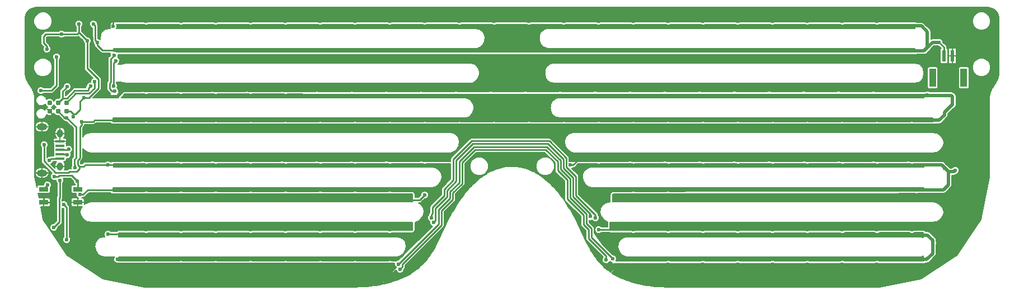
<source format=gbl>
G04 #@! TF.GenerationSoftware,KiCad,Pcbnew,(2017-09-07 revision 90668f9ef)-makepkg*
G04 #@! TF.CreationDate,2017-11-26T16:45:10+10:30*
G04 #@! TF.ProjectId,ledGlasses,6C6564476C61737365732E6B69636164,1.00*
G04 #@! TF.SameCoordinates,Original*
G04 #@! TF.FileFunction,Copper,L2,Bot,Signal*
G04 #@! TF.FilePolarity,Positive*
%FSLAX46Y46*%
G04 Gerber Fmt 4.6, Leading zero omitted, Abs format (unit mm)*
G04 Created by KiCad (PCBNEW (2017-09-07 revision 90668f9ef)-makepkg) date 11/26/17 16:45:10*
%MOMM*%
%LPD*%
G01*
G04 APERTURE LIST*
%ADD10O,1.550000X1.000000*%
%ADD11O,0.950000X1.250000*%
%ADD12R,1.350000X0.400000*%
%ADD13C,0.787400*%
%ADD14R,1.450000X0.700000*%
%ADD15R,0.600000X1.800000*%
%ADD16R,1.000000X2.800000*%
%ADD17C,0.600000*%
%ADD18C,0.550000*%
%ADD19C,0.250000*%
%ADD20C,0.500000*%
%ADD21C,0.200000*%
%ADD22C,0.190000*%
G04 APERTURE END LIST*
D10*
X77390000Y-101380000D03*
X77390000Y-108380000D03*
D11*
X80090000Y-102380000D03*
X80090000Y-107380000D03*
D12*
X80090000Y-103580000D03*
X80090000Y-104230000D03*
X80090000Y-104880000D03*
X80090000Y-105530000D03*
X80090000Y-106180000D03*
D13*
X78530000Y-97765000D03*
X78530000Y-99035000D03*
X79800000Y-97765000D03*
X79800000Y-99035000D03*
X81070000Y-97765000D03*
X81070000Y-99035000D03*
D14*
X77620000Y-110840000D03*
X82780000Y-110840000D03*
X82780000Y-112840000D03*
X77620000Y-112840000D03*
D15*
X213875000Y-90625000D03*
X215125000Y-90625000D03*
D16*
X216850000Y-93975000D03*
X212150000Y-93975000D03*
D17*
X78890085Y-113300000D03*
X83372193Y-106827807D03*
D18*
X85265000Y-112205000D03*
D17*
X86400000Y-96400000D03*
X78200000Y-88000000D03*
X83800000Y-118400000D03*
X82700000Y-117500000D03*
X84300000Y-119500000D03*
X92800000Y-124500000D03*
X88500000Y-122500000D03*
X82600000Y-95300000D03*
X81300000Y-85400000D03*
D18*
X90530000Y-122735000D03*
D17*
X78100000Y-115500000D03*
X86430000Y-90480000D03*
X88800000Y-96800000D03*
X84800000Y-84600000D03*
X84800000Y-87200000D03*
X88130000Y-86180000D03*
D18*
X206360000Y-91145000D03*
D17*
X212529996Y-90380000D03*
D18*
X211625000Y-101675000D03*
X206360000Y-95410000D03*
D17*
X214730000Y-100580000D03*
X157330000Y-107180000D03*
X215505000Y-110905000D03*
D18*
X90530000Y-112205000D03*
X206330000Y-84880000D03*
X85255000Y-101675000D03*
X90530000Y-101675000D03*
D17*
X209330000Y-122380000D03*
X208992500Y-116970000D03*
D18*
X211625000Y-116470000D03*
X206360000Y-116470000D03*
X211625000Y-105940000D03*
X206360000Y-105940000D03*
X211625000Y-112205000D03*
D17*
X208992500Y-106440000D03*
X208992500Y-111705000D03*
X208992500Y-101175000D03*
D18*
X85265000Y-116470000D03*
X85265000Y-105940000D03*
D17*
X87897500Y-116970000D03*
X87897500Y-106440000D03*
X87897500Y-111705000D03*
X87897500Y-101175000D03*
D18*
X201095000Y-116470000D03*
X195830000Y-116470000D03*
X190565000Y-116470000D03*
X185300000Y-116470000D03*
X180035000Y-116470000D03*
X174770000Y-116470000D03*
X169505000Y-116470000D03*
X164240000Y-116470000D03*
X132650000Y-116470000D03*
X127385000Y-116470000D03*
X122120000Y-116470000D03*
X116855000Y-116470000D03*
X111590000Y-116470000D03*
X106325000Y-116470000D03*
X101060000Y-116470000D03*
X95795000Y-116470000D03*
X90530000Y-116470000D03*
X201095000Y-105940000D03*
X195830000Y-105940000D03*
X190565000Y-105940000D03*
X185300000Y-105940000D03*
X180035000Y-105940000D03*
X174770000Y-105940000D03*
X169505000Y-105940000D03*
X164240000Y-105940000D03*
X158975000Y-105940000D03*
X137915000Y-105940000D03*
X132650000Y-105940000D03*
X127385000Y-105940000D03*
X122120000Y-105940000D03*
X116855000Y-105940000D03*
X111590000Y-105940000D03*
X106325000Y-105940000D03*
X101060000Y-105940000D03*
X95795000Y-105940000D03*
X90530000Y-105940000D03*
X201095000Y-95410000D03*
X195830000Y-95410000D03*
X190565000Y-95410000D03*
X185300000Y-95410000D03*
X180035000Y-95410000D03*
X174770000Y-95410000D03*
X169505000Y-95410000D03*
X164240000Y-95410000D03*
X158975000Y-95410000D03*
X153710000Y-95410000D03*
X148445000Y-95410000D03*
X143180000Y-95410000D03*
X137915000Y-95410000D03*
X132650000Y-95410000D03*
X127385000Y-95410000D03*
X122120000Y-95410000D03*
X116855000Y-95410000D03*
X111590000Y-95410000D03*
X106325000Y-95410000D03*
X101060000Y-95410000D03*
X95795000Y-95410000D03*
X90530000Y-95410000D03*
X201095000Y-84880000D03*
X195830000Y-84880000D03*
X190565000Y-84880000D03*
X185300000Y-84880000D03*
X180035000Y-84880000D03*
X174770000Y-84880000D03*
X169505000Y-84880000D03*
X164240000Y-84880000D03*
X158975000Y-84880000D03*
X153710000Y-84880000D03*
X148445000Y-84880000D03*
X143180000Y-84880000D03*
X137915000Y-84880000D03*
X132650000Y-84880000D03*
X127385000Y-84880000D03*
X122120000Y-84880000D03*
X116855000Y-84880000D03*
X111590000Y-84880000D03*
X106325000Y-84880000D03*
X101060000Y-84880000D03*
X95795000Y-84880000D03*
X206360000Y-122735000D03*
X201095000Y-122735000D03*
X195830000Y-122735000D03*
X190565000Y-122735000D03*
X185300000Y-122735000D03*
X180035000Y-122735000D03*
X174770000Y-122735000D03*
X169505000Y-122735000D03*
X127385000Y-122735000D03*
X122120000Y-122735000D03*
X116855000Y-122735000D03*
X111590000Y-122735000D03*
X106325000Y-122735000D03*
X101060000Y-122735000D03*
X95795000Y-122735000D03*
X206360000Y-112205000D03*
X201095000Y-112205000D03*
X195830000Y-112205000D03*
X190565000Y-112205000D03*
X185300000Y-112205000D03*
X180035000Y-112205000D03*
X174770000Y-112205000D03*
X169505000Y-112205000D03*
X164240000Y-112205000D03*
X132650000Y-112205000D03*
X127385000Y-112205000D03*
X122120000Y-112205000D03*
X116855000Y-112205000D03*
X111590000Y-112205000D03*
X106325000Y-112205000D03*
X101060000Y-112205000D03*
X95795000Y-112205000D03*
X206360000Y-101675000D03*
X201095000Y-101675000D03*
X195830000Y-101675000D03*
X190565000Y-101675000D03*
X185300000Y-101675000D03*
X180035000Y-101675000D03*
X174770000Y-101675000D03*
X169505000Y-101675000D03*
X164240000Y-101675000D03*
X158975000Y-101675000D03*
X153710000Y-101675000D03*
X148445000Y-101675000D03*
X143180000Y-101675000D03*
X137915000Y-101675000D03*
X132650000Y-101675000D03*
X127385000Y-101675000D03*
X122120000Y-101675000D03*
X116855000Y-101675000D03*
X111590000Y-101675000D03*
X106325000Y-101675000D03*
X101060000Y-101675000D03*
X95795000Y-101675000D03*
X201095000Y-91145000D03*
X195830000Y-91145000D03*
X190565000Y-91145000D03*
X185300000Y-91145000D03*
X180035000Y-91145000D03*
X174770000Y-91145000D03*
X169505000Y-91145000D03*
X164240000Y-91145000D03*
X158975000Y-91145000D03*
X153710000Y-91145000D03*
X148445000Y-91145000D03*
X143180000Y-91145000D03*
X137915000Y-91145000D03*
X132650000Y-91145000D03*
X127385000Y-91145000D03*
X122120000Y-91145000D03*
X116855000Y-91145000D03*
X111590000Y-91145000D03*
X106325000Y-91145000D03*
X101060000Y-91145000D03*
D17*
X203727500Y-116970000D03*
X198462500Y-116970000D03*
X193197500Y-116970000D03*
X187932500Y-116970000D03*
X182667500Y-116970000D03*
X177402500Y-116970000D03*
X172137500Y-116970000D03*
X166872500Y-116970000D03*
X161607500Y-116970000D03*
X130017500Y-116970000D03*
X124752500Y-116970000D03*
X119487500Y-116970000D03*
X114222500Y-116970000D03*
X108957500Y-116970000D03*
X103692500Y-116970000D03*
X98427500Y-116970000D03*
X93162500Y-116970000D03*
X203727500Y-106440000D03*
X198462500Y-106440000D03*
X193197500Y-106440000D03*
X187932500Y-106440000D03*
X182667500Y-106440000D03*
X177402500Y-106440000D03*
X172137500Y-106440000D03*
X166872500Y-106440000D03*
X161607500Y-106440000D03*
X135282500Y-106440000D03*
X130017500Y-106440000D03*
X124752500Y-106440000D03*
X119487500Y-106440000D03*
X114222500Y-106440000D03*
X108957500Y-106440000D03*
X103692500Y-106440000D03*
X98427500Y-106440000D03*
X93162500Y-106440000D03*
X203727500Y-95910000D03*
X198462500Y-95910000D03*
X193197500Y-95910000D03*
X187932500Y-95910000D03*
X182667500Y-95910000D03*
X177402500Y-95910000D03*
X172137500Y-95910000D03*
X166872500Y-95910000D03*
X161607500Y-95910000D03*
X156342500Y-95910000D03*
X151077500Y-95910000D03*
X145812500Y-95910000D03*
X140547500Y-95910000D03*
X135282500Y-95910000D03*
X130017500Y-95910000D03*
X124752500Y-95910000D03*
X119487500Y-95910000D03*
X114222500Y-95910000D03*
X108957500Y-95910000D03*
X103692500Y-95910000D03*
X98427500Y-95910000D03*
X93162500Y-95910000D03*
X203727500Y-85380000D03*
X198462500Y-85380000D03*
X193197500Y-85380000D03*
X187932500Y-85380000D03*
X182667500Y-85380000D03*
X177402500Y-85380000D03*
X172137500Y-85380000D03*
X166872500Y-85380000D03*
X161607500Y-85380000D03*
X156342500Y-85380000D03*
X151077500Y-85380000D03*
X145812500Y-85380000D03*
X140547500Y-85380000D03*
X135282500Y-85380000D03*
X130017500Y-85380000D03*
X124752500Y-85380000D03*
X119487500Y-85380000D03*
X114222500Y-85380000D03*
X108957500Y-85380000D03*
X103692500Y-85380000D03*
X98427500Y-85380000D03*
X203727500Y-122235000D03*
X198462500Y-122235000D03*
X193197500Y-122235000D03*
X187932500Y-122235000D03*
X182667500Y-122235000D03*
X177402500Y-122235000D03*
X172137500Y-122235000D03*
X130017500Y-122235000D03*
X124752500Y-122235000D03*
X119487500Y-122235000D03*
X114222500Y-122235000D03*
X108957500Y-122235000D03*
X103692500Y-122235000D03*
X98427500Y-122235000D03*
X93162500Y-122235000D03*
X203727500Y-111705000D03*
X198462500Y-111705000D03*
X193197500Y-111705000D03*
X187932500Y-111705000D03*
X182667500Y-111705000D03*
X177402500Y-111705000D03*
X172137500Y-111705000D03*
X166872500Y-111705000D03*
X135282500Y-111705000D03*
X130017500Y-111705000D03*
X124752500Y-111705000D03*
X119487500Y-111705000D03*
X114222500Y-111705000D03*
X108957500Y-111705000D03*
X103692500Y-111705000D03*
X98427500Y-111705000D03*
X93162500Y-111705000D03*
X203727500Y-101175000D03*
X198462500Y-101175000D03*
X193197500Y-101175000D03*
X187932500Y-101175000D03*
X182667500Y-101175000D03*
X177402500Y-101175000D03*
X172137500Y-101175000D03*
X166872500Y-101175000D03*
X161607500Y-101175000D03*
X156342500Y-101175000D03*
X151077500Y-101175000D03*
X145812500Y-101175000D03*
X140547500Y-101175000D03*
X135282500Y-101175000D03*
X130017500Y-101175000D03*
X124752500Y-101175000D03*
X119487500Y-101175000D03*
X114222500Y-101175000D03*
X108957500Y-101175000D03*
X103692500Y-101175000D03*
X98427500Y-101175000D03*
X93162500Y-101175000D03*
X203727500Y-90645000D03*
X198462500Y-90645000D03*
X193197500Y-90645000D03*
X187932500Y-90645000D03*
X182667500Y-90645000D03*
X177402500Y-90645000D03*
X172137500Y-90645000D03*
X166872500Y-90645000D03*
X161607500Y-90645000D03*
X156342500Y-90645000D03*
X151077500Y-90645000D03*
X145812500Y-90645000D03*
X140547500Y-90645000D03*
X135282500Y-90645000D03*
X130017500Y-90645000D03*
X124752500Y-90645000D03*
X119487500Y-90645000D03*
X114222500Y-90645000D03*
X108957500Y-90645000D03*
X103692500Y-90645000D03*
X98427500Y-90645000D03*
X93162500Y-85380000D03*
X93162500Y-90645000D03*
D18*
X95795000Y-91145000D03*
X90530000Y-91145000D03*
X90530000Y-84880000D03*
D17*
X79276818Y-108899111D03*
X78200000Y-110200000D03*
X82339608Y-107600000D03*
X82700000Y-109600000D03*
X81100000Y-99999998D03*
X83100000Y-111670020D03*
X77700000Y-104100000D03*
X88830000Y-121480000D03*
X85730000Y-88580000D03*
X85130000Y-85780000D03*
X213130000Y-88580000D03*
X215165010Y-97980000D03*
X215570011Y-107980000D03*
X213930000Y-107630000D03*
X83380000Y-100605000D03*
X208130000Y-86180000D03*
X211330000Y-96580000D03*
X166340000Y-117670000D03*
X125420000Y-121470000D03*
X212130000Y-118980000D03*
X208460000Y-117670000D03*
X209660000Y-110940000D03*
X209660000Y-100410000D03*
X208460000Y-107140000D03*
X88565000Y-110940000D03*
X88565000Y-100410000D03*
X87365000Y-117670000D03*
X87365000Y-107140000D03*
X204395000Y-121470000D03*
X199130000Y-121470000D03*
X193865000Y-121470000D03*
X188600000Y-121470000D03*
X183335000Y-121470000D03*
X178070000Y-121470000D03*
X172805000Y-121470000D03*
X167540000Y-121470000D03*
X120155000Y-121470000D03*
X114890000Y-121470000D03*
X109625000Y-121470000D03*
X104360000Y-121470000D03*
X99095000Y-121470000D03*
X93830000Y-121470000D03*
X204395000Y-110940000D03*
X199130000Y-110940000D03*
X193865000Y-110940000D03*
X188600000Y-110940000D03*
X183335000Y-110940000D03*
X178070000Y-110940000D03*
X172805000Y-110940000D03*
X167540000Y-110940000D03*
X162275000Y-110940000D03*
X130685000Y-110940000D03*
X125420000Y-110940000D03*
X120155000Y-110940000D03*
X114890000Y-110940000D03*
X109625000Y-110940000D03*
X104360000Y-110940000D03*
X99095000Y-110940000D03*
X93830000Y-110940000D03*
X204395000Y-100410000D03*
X199130000Y-100410000D03*
X193865000Y-100410000D03*
X188600000Y-100410000D03*
X183335000Y-100410000D03*
X178070000Y-100410000D03*
X172805000Y-100410000D03*
X167540000Y-100410000D03*
X162275000Y-100410000D03*
X157010000Y-100410000D03*
X151745000Y-100410000D03*
X146480000Y-100410000D03*
X141215000Y-100410000D03*
X135950000Y-100410000D03*
X130685000Y-100410000D03*
X125420000Y-100410000D03*
X120155000Y-100410000D03*
X114890000Y-100410000D03*
X109625000Y-100410000D03*
X104360000Y-100410000D03*
X99095000Y-100410000D03*
X93830000Y-100410000D03*
X204395000Y-89880000D03*
X199130000Y-89880000D03*
X193865000Y-89880000D03*
X188600000Y-89880000D03*
X183335000Y-89880000D03*
X178070000Y-89880000D03*
X172805000Y-89880000D03*
X167540000Y-89880000D03*
X162275000Y-89880000D03*
X157010000Y-89880000D03*
X151745000Y-89880000D03*
X146480000Y-89880000D03*
X141215000Y-89880000D03*
X135950000Y-89880000D03*
X130685000Y-89880000D03*
X125420000Y-89880000D03*
X120155000Y-89880000D03*
X114890000Y-89880000D03*
X109625000Y-89880000D03*
X104360000Y-89880000D03*
X99095000Y-89880000D03*
X203195000Y-117670000D03*
X197930000Y-117670000D03*
X192665000Y-117670000D03*
X187400000Y-117670000D03*
X182135000Y-117670000D03*
X176870000Y-117670000D03*
X171605000Y-117670000D03*
X134750000Y-117670000D03*
X129485000Y-117670000D03*
X124220000Y-117670000D03*
X118955000Y-117670000D03*
X113690000Y-117670000D03*
X108425000Y-117670000D03*
X103160000Y-117670000D03*
X97895000Y-117670000D03*
X92630000Y-117670000D03*
X203195000Y-107140000D03*
X197930000Y-107140000D03*
X192665000Y-107140000D03*
X187400000Y-107140000D03*
X182135000Y-107140000D03*
X176870000Y-107140000D03*
X171605000Y-107140000D03*
X166340000Y-107140000D03*
X158730000Y-108380000D03*
X138530000Y-108380000D03*
X134750000Y-107140000D03*
X129485000Y-107140000D03*
X124220000Y-107140000D03*
X118955000Y-107140000D03*
X113690000Y-107140000D03*
X108425000Y-107140000D03*
X103160000Y-107140000D03*
X97895000Y-107140000D03*
X92630000Y-107140000D03*
X203195000Y-96610000D03*
X197930000Y-96610000D03*
X192665000Y-96610000D03*
X187400000Y-96610000D03*
X182135000Y-96610000D03*
X176870000Y-96610000D03*
X171605000Y-96610000D03*
X166340000Y-96610000D03*
X161075000Y-96610000D03*
X155810000Y-96610000D03*
X150545000Y-96610000D03*
X145280000Y-96610000D03*
X140015000Y-96610000D03*
X134750000Y-96610000D03*
X129485000Y-96610000D03*
X124220000Y-96610000D03*
X118955000Y-96610000D03*
X113690000Y-96610000D03*
X108425000Y-96610000D03*
X103160000Y-96610000D03*
X97895000Y-96610000D03*
X92630000Y-96610000D03*
X203195000Y-86080000D03*
X197930000Y-86080000D03*
X192665000Y-86080000D03*
X187400000Y-86080000D03*
X182135000Y-86080000D03*
X176870000Y-86080000D03*
X171605000Y-86080000D03*
X166340000Y-86080000D03*
X161075000Y-86080000D03*
X155810000Y-86080000D03*
X150545000Y-86080000D03*
X145280000Y-86080000D03*
X140015000Y-86080000D03*
X134750000Y-86080000D03*
X129485000Y-86080000D03*
X124220000Y-86080000D03*
X118955000Y-86080000D03*
X113690000Y-86080000D03*
X108425000Y-86080000D03*
X103160000Y-86080000D03*
X97895000Y-86080000D03*
X93830000Y-89880000D03*
X92630000Y-86080000D03*
X88700000Y-89780000D03*
X85325000Y-94563484D03*
X81200000Y-95300000D03*
X84700000Y-95244982D03*
X82100000Y-99900000D03*
X80700000Y-113200000D03*
X81130000Y-118480000D03*
X78100000Y-89600000D03*
X83700000Y-96955002D03*
X80300000Y-87300000D03*
X84207946Y-88346562D03*
X82930000Y-85780000D03*
X88200000Y-95200000D03*
X88530000Y-91380000D03*
X88400000Y-96000000D03*
X88330000Y-90580000D03*
X136616738Y-115905396D03*
X160330000Y-114980000D03*
X136330000Y-115180004D03*
X161130000Y-115180000D03*
X163730000Y-121380000D03*
X131330000Y-122180000D03*
X162730000Y-121580000D03*
X131530000Y-122980000D03*
X80112401Y-109487599D03*
X77200000Y-95900000D03*
X79600000Y-90800000D03*
X79165984Y-116638029D03*
X81400018Y-104800000D03*
X81200000Y-105600000D03*
X78500000Y-106500000D03*
D19*
X77200000Y-111600000D02*
X77620000Y-112020000D01*
X77620000Y-112020000D02*
X77620000Y-112840000D01*
X78890085Y-113135085D02*
X78890085Y-113300000D01*
X78100000Y-115500000D02*
X78100000Y-114090085D01*
X78595000Y-112840000D02*
X78890085Y-113135085D01*
X77620000Y-112840000D02*
X78595000Y-112840000D01*
X78590086Y-113599999D02*
X78890085Y-113300000D01*
X78100000Y-114090085D02*
X78590086Y-113599999D01*
X83372193Y-106827807D02*
X84260000Y-105940000D01*
X84260000Y-105940000D02*
X85265000Y-105940000D01*
X81494999Y-88494999D02*
X81494999Y-94194999D01*
X81494999Y-94194999D02*
X82600000Y-95300000D01*
X78200000Y-88000000D02*
X78694999Y-88494999D01*
X78694999Y-88494999D02*
X81494999Y-88494999D01*
X86430000Y-90480000D02*
X86430000Y-96370000D01*
D20*
X86699999Y-96699999D02*
X86400000Y-96400000D01*
X86800000Y-96800000D02*
X86699999Y-96699999D01*
X88800000Y-96800000D02*
X86800000Y-96800000D01*
D19*
X86430000Y-96370000D02*
X86400000Y-96400000D01*
D20*
X90190000Y-95410000D02*
X89100000Y-96500000D01*
X89100000Y-96500000D02*
X88800000Y-96800000D01*
X90530000Y-95410000D02*
X90190000Y-95410000D01*
D19*
X161607500Y-116970000D02*
X163740000Y-116970000D01*
X163740000Y-116970000D02*
X164240000Y-116470000D01*
X134507500Y-112480000D02*
X132924999Y-112479999D01*
X132924999Y-112479999D02*
X132650000Y-112205000D01*
X135282500Y-111705000D02*
X134507500Y-112480000D01*
X84800000Y-87200000D02*
X84800000Y-87624264D01*
X84999989Y-87824253D02*
X84999989Y-89049989D01*
X84800000Y-87624264D02*
X84999989Y-87824253D01*
X84999989Y-89049989D02*
X86130001Y-90180001D01*
X86130001Y-90180001D02*
X86430000Y-90480000D01*
X84524999Y-86070401D02*
X84500001Y-86045403D01*
X84500001Y-86045403D02*
X84500001Y-84899999D01*
X84500001Y-84899999D02*
X84800000Y-84600000D01*
X84800000Y-87200000D02*
X84800000Y-86775736D01*
X84800000Y-86775736D02*
X84524999Y-86500735D01*
X84524999Y-86500735D02*
X84524999Y-86070401D01*
X88330000Y-84780000D02*
X88430000Y-84880000D01*
X88430000Y-84880000D02*
X90530000Y-84880000D01*
X88130000Y-84980000D02*
X88330000Y-84780000D01*
X88130000Y-86180000D02*
X88130000Y-84980000D01*
D20*
X211765000Y-91145000D02*
X212530000Y-90380000D01*
X206360000Y-91145000D02*
X211765000Y-91145000D01*
X213490000Y-105940000D02*
X214730000Y-104700000D01*
X214730000Y-104700000D02*
X214730000Y-102380000D01*
X214025000Y-101675000D02*
X211625000Y-101675000D01*
X214730000Y-102380000D02*
X214025000Y-101675000D01*
X213635000Y-101675000D02*
X211625000Y-101675000D01*
X214930000Y-99580000D02*
X214930000Y-100380000D01*
X214930000Y-100380000D02*
X213635000Y-101675000D01*
X215895011Y-98330401D02*
X215895011Y-96583332D01*
X215330000Y-98895412D02*
X215895011Y-98330401D01*
X215330000Y-99180000D02*
X215330000Y-98895412D01*
X215330000Y-99180000D02*
X214930000Y-99580000D01*
X204327500Y-84780000D02*
X203727500Y-85380000D01*
X215530000Y-110430000D02*
X215530000Y-110180000D01*
X217130000Y-107780000D02*
X217130000Y-109280000D01*
X217130000Y-109280000D02*
X216230000Y-110180000D01*
X216230000Y-110180000D02*
X215530000Y-110180000D01*
X215290000Y-105940000D02*
X217130000Y-107780000D01*
X213490000Y-105940000D02*
X215290000Y-105940000D01*
D19*
X157330000Y-107180000D02*
X157735000Y-107180000D01*
X157735000Y-107180000D02*
X158975000Y-105940000D01*
X85255000Y-101675000D02*
X85529999Y-101949999D01*
X85529999Y-101949999D02*
X87122501Y-101949999D01*
X87122501Y-101949999D02*
X87597501Y-101474999D01*
X87597501Y-101474999D02*
X87897500Y-101175000D01*
X206330000Y-84880000D02*
X204227500Y-84880000D01*
X204227500Y-84880000D02*
X203727500Y-85380000D01*
D20*
X215530000Y-110980000D02*
X215530000Y-110430000D01*
D19*
X215530000Y-110430000D02*
X215505000Y-110455000D01*
X215505000Y-110455000D02*
X215505000Y-110905000D01*
X87897500Y-106440000D02*
X88397500Y-105940000D01*
X88397500Y-105940000D02*
X90530000Y-105940000D01*
X85265000Y-105940000D02*
X87397500Y-105940000D01*
X87397500Y-105940000D02*
X87897500Y-106440000D01*
D20*
X214330000Y-112180000D02*
X215530000Y-110980000D01*
X213730000Y-112180000D02*
X214330000Y-112180000D01*
X211625000Y-105940000D02*
X213490000Y-105940000D01*
X208992500Y-106440000D02*
X209492500Y-105940000D01*
X209492500Y-105940000D02*
X211625000Y-105940000D01*
X208992500Y-111705000D02*
X211125000Y-111705000D01*
X211125000Y-111705000D02*
X211625000Y-112205000D01*
X213730000Y-112180000D02*
X213705000Y-112205000D01*
X213705000Y-112205000D02*
X211625000Y-112205000D01*
X214730000Y-113180000D02*
X213730000Y-112180000D01*
X214730000Y-114980000D02*
X214730000Y-113180000D01*
X213240000Y-116470000D02*
X214730000Y-114980000D01*
X211625000Y-116470000D02*
X213240000Y-116470000D01*
X211625000Y-116470000D02*
X209492500Y-116470000D01*
X209492500Y-116470000D02*
X208992500Y-116970000D01*
X209330000Y-122380000D02*
X211930000Y-122380000D01*
X211930000Y-122380000D02*
X213530000Y-120780000D01*
X213530000Y-117380000D02*
X212620000Y-116470000D01*
X213530000Y-120780000D02*
X213530000Y-117380000D01*
X212620000Y-116470000D02*
X211625000Y-116470000D01*
X206085000Y-122735000D02*
X206360000Y-122735000D01*
X127385000Y-122735000D02*
X126996092Y-122735000D01*
X90530000Y-95410000D02*
X90918908Y-95410000D01*
D19*
X79276818Y-108899111D02*
X79805487Y-108899111D01*
X79805487Y-108899111D02*
X79964578Y-108740020D01*
X77620000Y-110840000D02*
X77620000Y-110780000D01*
X77620000Y-110780000D02*
X78200000Y-110200000D01*
X79964578Y-108740020D02*
X81840020Y-108740020D01*
X81840020Y-108740020D02*
X82700000Y-109600000D01*
X82339608Y-107600000D02*
X82339608Y-107175736D01*
X82339608Y-107175736D02*
X82300000Y-107136128D01*
X82300000Y-107136128D02*
X82300000Y-106300000D01*
X82780000Y-110840000D02*
X82780000Y-109680000D01*
X82780000Y-109680000D02*
X82700000Y-109600000D01*
X82300000Y-106300000D02*
X82500000Y-106100000D01*
X82500000Y-106100000D02*
X82500000Y-101399998D01*
X82500000Y-101399998D02*
X81100000Y-99999998D01*
X79800000Y-99035000D02*
X80764998Y-99999998D01*
X80764998Y-99999998D02*
X81100000Y-99999998D01*
X213875000Y-90625000D02*
X213875000Y-89325000D01*
X213875000Y-89325000D02*
X213130000Y-88580000D01*
X77700000Y-104100000D02*
X77700000Y-106595402D01*
X79414608Y-108310010D02*
X81394991Y-108310010D01*
X77700000Y-106595402D02*
X79414608Y-108310010D01*
X81500000Y-108205001D02*
X82630009Y-108205001D01*
X81394991Y-108310010D02*
X81500000Y-108205001D01*
X82630009Y-108205001D02*
X83081792Y-107753218D01*
X83081792Y-107753218D02*
X83081792Y-107432808D01*
X83524264Y-111670020D02*
X83100000Y-111670020D01*
X84304002Y-110940000D02*
X83573982Y-111670020D01*
X83573982Y-111670020D02*
X83524264Y-111670020D01*
X88565000Y-110940000D02*
X84304002Y-110940000D01*
X87365000Y-107140000D02*
X83955402Y-107140000D01*
X83955402Y-107140000D02*
X83662594Y-107432808D01*
X83662594Y-107432808D02*
X83081792Y-107432808D01*
X83081792Y-107432808D02*
X82767192Y-107118208D01*
X82767192Y-107118208D02*
X82767192Y-106440933D01*
X83380000Y-101120000D02*
X83380000Y-100605000D01*
X82767192Y-106440933D02*
X83100000Y-106108125D01*
X83100000Y-106108125D02*
X83100000Y-101400000D01*
X83100000Y-101400000D02*
X83380000Y-101120000D01*
X205100000Y-96800000D02*
X204910000Y-96610000D01*
X204910000Y-96610000D02*
X203195000Y-96610000D01*
X210685736Y-96800000D02*
X205100000Y-96800000D01*
X211330000Y-96580000D02*
X210905736Y-96580000D01*
X210905736Y-96580000D02*
X210685736Y-96800000D01*
D21*
X203195000Y-96610000D02*
X207500000Y-96610000D01*
X207500000Y-96610000D02*
X209930000Y-96610000D01*
D20*
X210100000Y-96610000D02*
X207500000Y-96610000D01*
X212300000Y-96610000D02*
X214960000Y-96610000D01*
X209930000Y-96610000D02*
X212300000Y-96610000D01*
D21*
X209930000Y-96610000D02*
X210100000Y-96610000D01*
X210100000Y-96610000D02*
X211700000Y-96610000D01*
D20*
X212300000Y-96610000D02*
X210100000Y-96610000D01*
D19*
X93830000Y-121470000D02*
X88840000Y-121470000D01*
X88840000Y-121470000D02*
X88830000Y-121480000D01*
X92630000Y-117670000D02*
X87365000Y-117670000D01*
X93830000Y-110940000D02*
X88565000Y-110940000D01*
X93830000Y-89880000D02*
X90500000Y-89880000D01*
X88700000Y-89780000D02*
X90400000Y-89780000D01*
X90400000Y-89780000D02*
X90500000Y-89880000D01*
X85730000Y-88580000D02*
X85730000Y-89004264D01*
X85730000Y-89004264D02*
X86505736Y-89780000D01*
X86505736Y-89780000D02*
X88700000Y-89780000D01*
X85130000Y-85780000D02*
X85429999Y-86079999D01*
X85429999Y-86079999D02*
X85429999Y-88279999D01*
X85429999Y-88279999D02*
X85730000Y-88580000D01*
D20*
X211330000Y-89380000D02*
X212130000Y-88580000D01*
X212130000Y-88580000D02*
X213130000Y-88580000D01*
X214960000Y-96610000D02*
X215165010Y-96815010D01*
X215165010Y-96815010D02*
X215165010Y-97980000D01*
X213100000Y-100410000D02*
X213930000Y-99580000D01*
X213930000Y-99580000D02*
X213930000Y-99215010D01*
X213930000Y-99215010D02*
X215165010Y-97980000D01*
X214530000Y-108180000D02*
X215370011Y-108180000D01*
X215370011Y-108180000D02*
X215570011Y-107980000D01*
D19*
X158730000Y-108380000D02*
X158730000Y-107955736D01*
X158730000Y-107955736D02*
X159545736Y-107140000D01*
X159545736Y-107140000D02*
X166340000Y-107140000D01*
D20*
X159690000Y-110940000D02*
X159330000Y-110580000D01*
D19*
X158730000Y-108380000D02*
X158930000Y-108580000D01*
X158930000Y-108580000D02*
X158930000Y-110180000D01*
X158930000Y-110180000D02*
X159330000Y-110580000D01*
X138530000Y-108380000D02*
X138530000Y-109380000D01*
X138530000Y-109380000D02*
X136970000Y-110940000D01*
X136970000Y-110940000D02*
X130685000Y-110940000D01*
X138530000Y-108380000D02*
X137290000Y-107140000D01*
X137290000Y-107140000D02*
X134750000Y-107140000D01*
X213530000Y-107180000D02*
X213530000Y-107230000D01*
X213530000Y-107230000D02*
X213930000Y-107630000D01*
X85130000Y-100605000D02*
X85325000Y-100410000D01*
X85325000Y-100410000D02*
X88565000Y-100410000D01*
X83380000Y-100605000D02*
X85130000Y-100605000D01*
X88740000Y-107140000D02*
X92630000Y-107140000D01*
X87365000Y-107140000D02*
X88740000Y-107140000D01*
X88455000Y-110830000D02*
X88565000Y-110940000D01*
D20*
X162275000Y-110940000D02*
X159690000Y-110940000D01*
X211354264Y-117780000D02*
X210330000Y-117780000D01*
X212130000Y-118980000D02*
X212130000Y-118555736D01*
X212130000Y-118555736D02*
X211354264Y-117780000D01*
X212130000Y-120580000D02*
X212130000Y-118980000D01*
X211240000Y-121470000D02*
X212130000Y-120580000D01*
X204395000Y-121470000D02*
X211240000Y-121470000D01*
X213530000Y-107180000D02*
X210330000Y-107180000D01*
X214530000Y-108180000D02*
X213530000Y-107180000D01*
X214530000Y-110180000D02*
X214530000Y-108180000D01*
X213770000Y-110940000D02*
X214530000Y-110180000D01*
X213370000Y-110940000D02*
X213770000Y-110940000D01*
X209660000Y-110940000D02*
X213370000Y-110940000D01*
X213100000Y-100410000D02*
X209660000Y-100410000D01*
D21*
X204077901Y-86110001D02*
X204047900Y-86080000D01*
X204047900Y-86080000D02*
X203195000Y-86080000D01*
D20*
X210530000Y-86180000D02*
X210460001Y-86110001D01*
X210460001Y-86110001D02*
X204077901Y-86110001D01*
X211330000Y-86980000D02*
X210530000Y-86180000D01*
X211330000Y-89380000D02*
X211330000Y-86980000D01*
X210830000Y-89880000D02*
X211330000Y-89380000D01*
X204395000Y-89880000D02*
X210830000Y-89880000D01*
D19*
X135930000Y-111952902D02*
X135930000Y-111457098D01*
X135930000Y-111457098D02*
X135412902Y-110940000D01*
X135412902Y-110940000D02*
X131109264Y-110940000D01*
X131109264Y-110940000D02*
X130685000Y-110940000D01*
X135530000Y-115780000D02*
X135530000Y-112352902D01*
X135530000Y-112352902D02*
X135930000Y-111952902D01*
X134750000Y-116560000D02*
X135530000Y-115780000D01*
X134750000Y-117670000D02*
X134750000Y-116560000D01*
X85325000Y-94563484D02*
X85325000Y-95515384D01*
X85325000Y-95515384D02*
X84490383Y-96350001D01*
X84490383Y-96350001D02*
X82484999Y-96350001D01*
X82484999Y-96350001D02*
X81070000Y-97765000D01*
X80498701Y-96001299D02*
X80900001Y-95599999D01*
X80900001Y-95599999D02*
X81200000Y-95300000D01*
X80498701Y-97066299D02*
X80498701Y-96001299D01*
X82306884Y-95919991D02*
X81160576Y-97066299D01*
X84280009Y-95919991D02*
X82306884Y-95919991D01*
X81160576Y-97066299D02*
X80498701Y-97066299D01*
X80498701Y-97066299D02*
X80193699Y-97371301D01*
X80193699Y-97371301D02*
X79800000Y-97765000D01*
X84700000Y-95244982D02*
X84400001Y-95544981D01*
X84400001Y-95544981D02*
X84400001Y-95799999D01*
X84400001Y-95799999D02*
X84280009Y-95919991D01*
X80300000Y-87300000D02*
X78004598Y-87300000D01*
X78004598Y-87300000D02*
X77594999Y-87709599D01*
X77594999Y-88670735D02*
X78100000Y-89175736D01*
X77594999Y-87709599D02*
X77594999Y-88670735D01*
X78100000Y-89175736D02*
X78100000Y-89600000D01*
X82100000Y-99900000D02*
X82100000Y-99475736D01*
X82100000Y-99475736D02*
X82100000Y-99428699D01*
X81130000Y-113630000D02*
X80999999Y-113499999D01*
X80999999Y-113499999D02*
X80700000Y-113200000D01*
X81130000Y-118480000D02*
X81130000Y-113630000D01*
X83861384Y-88000000D02*
X84207946Y-88346562D01*
X84207946Y-92507946D02*
X84207946Y-89100000D01*
X84207946Y-89100000D02*
X84207946Y-88346562D01*
X83700000Y-96955002D02*
X84493506Y-96955002D01*
X84493506Y-96955002D02*
X85930001Y-95518507D01*
X85930001Y-95518507D02*
X85930001Y-94230001D01*
X85930001Y-94230001D02*
X84207946Y-92507946D01*
X82100000Y-99428699D02*
X81706301Y-99035000D01*
X81626775Y-99035000D02*
X81070000Y-99035000D01*
X81706301Y-99035000D02*
X81626775Y-99035000D01*
X82495747Y-99428699D02*
X82100000Y-99428699D01*
X83700000Y-96955002D02*
X83140301Y-97514701D01*
X83140301Y-97514701D02*
X83140301Y-98784145D01*
X83140301Y-98784145D02*
X82495747Y-99428699D01*
X80300000Y-87300000D02*
X82698616Y-87300000D01*
X82698616Y-87300000D02*
X82930000Y-87068616D01*
X82930000Y-87068616D02*
X83907947Y-88046563D01*
X82930000Y-85780000D02*
X82930000Y-87068616D01*
X83907947Y-88046563D02*
X84207946Y-88346562D01*
X88200000Y-95200000D02*
X88200000Y-91710000D01*
X88200000Y-91710000D02*
X88530000Y-91380000D01*
X88330000Y-90580000D02*
X87769990Y-91140010D01*
X87769990Y-91140010D02*
X87769990Y-94650010D01*
X87594999Y-95619263D02*
X87975736Y-96000000D01*
X87769990Y-94650010D02*
X87594999Y-94825001D01*
X87594999Y-94825001D02*
X87594999Y-95619263D01*
X87975736Y-96000000D02*
X88400000Y-96000000D01*
X136616738Y-115905396D02*
X136935001Y-115587133D01*
X136935001Y-115587133D02*
X136935001Y-113758749D01*
X140069980Y-106456267D02*
X142556238Y-103970010D01*
X136935001Y-113758749D02*
X138682504Y-112011247D01*
X156294989Y-107648516D02*
X157724254Y-109077781D01*
X138682504Y-112011247D02*
X138682504Y-111027496D01*
X138682504Y-111027496D02*
X140069980Y-109640020D01*
X140069980Y-109640020D02*
X140069980Y-106456267D01*
X156294989Y-106313115D02*
X156294989Y-107648516D01*
X142556238Y-103970010D02*
X153951884Y-103970010D01*
X153951884Y-103970010D02*
X156294989Y-106313115D01*
X160330000Y-114563860D02*
X160330000Y-114980000D01*
X157724254Y-109077781D02*
X157724254Y-111958115D01*
X157724254Y-111958115D02*
X160330000Y-114563860D01*
X136330000Y-115180004D02*
X136330000Y-114654991D01*
X139639970Y-109461905D02*
X139639970Y-106278154D01*
X136330000Y-114654991D02*
X136504991Y-114480000D01*
X136504991Y-114480000D02*
X136504991Y-113580634D01*
X158154264Y-111780000D02*
X161130000Y-114755736D01*
X136504991Y-113580634D02*
X138252494Y-111833132D01*
X138252494Y-111833132D02*
X138252494Y-110849381D01*
X138252494Y-110849381D02*
X139639970Y-109461905D01*
X154129998Y-103540000D02*
X156724999Y-106135001D01*
X161130000Y-114755736D02*
X161130000Y-115180000D01*
X139639970Y-106278154D02*
X142378124Y-103540000D01*
X158154264Y-108899666D02*
X158154264Y-111780000D01*
X142378124Y-103540000D02*
X154129998Y-103540000D01*
X156724999Y-106135001D02*
X156724999Y-107470401D01*
X156724999Y-107470401D02*
X158154264Y-108899666D01*
X157294244Y-109255895D02*
X157294244Y-112136230D01*
X131330000Y-122180000D02*
X137365011Y-116144989D01*
X137365011Y-116144989D02*
X137365011Y-113936864D01*
X137365011Y-113936864D02*
X139112514Y-112189361D01*
X139112514Y-112189361D02*
X139112514Y-111221885D01*
X139112514Y-111221885D02*
X140499990Y-109834410D01*
X155864981Y-106491231D02*
X155864981Y-107826632D01*
X140499990Y-109834410D02*
X140499990Y-106634382D01*
X140499990Y-106634382D02*
X142734352Y-104400020D01*
X142734352Y-104400020D02*
X153773770Y-104400020D01*
X153773770Y-104400020D02*
X155864981Y-106491231D01*
X155864981Y-107826632D02*
X157294244Y-109255895D01*
X157294244Y-112136230D02*
X157730000Y-112571986D01*
X159724999Y-114574999D02*
X159724999Y-116024999D01*
X157730000Y-112571986D02*
X157730000Y-112580000D01*
X157730000Y-112580000D02*
X159724999Y-114574999D01*
X160530000Y-116830000D02*
X160530000Y-118180000D01*
X159724999Y-116024999D02*
X160530000Y-116830000D01*
X160530000Y-118180000D02*
X163730000Y-121380000D01*
X162730000Y-121580000D02*
X162730000Y-120988124D01*
X159294989Y-116203113D02*
X159294989Y-114753113D01*
X162730000Y-120988124D02*
X160099990Y-118358115D01*
X160099990Y-118358115D02*
X160099990Y-117008114D01*
X160099990Y-117008114D02*
X159294989Y-116203113D01*
X156864234Y-112322358D02*
X156864234Y-109434009D01*
X159294989Y-114753113D02*
X156864234Y-112322358D01*
X155434971Y-106669345D02*
X153595656Y-104830030D01*
X137795021Y-116323103D02*
X131935001Y-122183123D01*
X139542524Y-112367476D02*
X137795021Y-114114979D01*
X156864234Y-109434009D02*
X155434971Y-108004747D01*
X153595656Y-104830030D02*
X142912466Y-104830030D01*
X155434971Y-108004747D02*
X155434971Y-106669345D01*
X142912466Y-104830030D02*
X140930000Y-106812496D01*
X140930000Y-106812496D02*
X140930000Y-110012524D01*
X140930000Y-110012524D02*
X139542524Y-111400000D01*
X139542524Y-111400000D02*
X139542524Y-112367476D01*
X137795021Y-114114979D02*
X137795021Y-116323103D01*
X131935001Y-122183123D02*
X131935001Y-122574999D01*
X131935001Y-122574999D02*
X131530000Y-122980000D01*
X80112401Y-109487599D02*
X80112401Y-112083001D01*
X80112401Y-112083001D02*
X80000000Y-112195402D01*
X80000000Y-115804013D02*
X80000000Y-112195402D01*
X79165984Y-116638029D02*
X80000000Y-115804013D01*
X78800000Y-95900000D02*
X77200000Y-95900000D01*
X79600000Y-95100000D02*
X78800000Y-95900000D01*
X79600000Y-90800000D02*
X79600000Y-95100000D01*
X81320018Y-104880000D02*
X81400018Y-104800000D01*
X80090000Y-104880000D02*
X81320018Y-104880000D01*
X81130000Y-105530000D02*
X81200000Y-105600000D01*
X80090000Y-105530000D02*
X81130000Y-105530000D01*
X80090000Y-106180000D02*
X78820000Y-106180000D01*
X78820000Y-106180000D02*
X78500000Y-106500000D01*
D22*
G36*
X221167255Y-83443224D02*
X221701983Y-83800517D01*
X222059276Y-84335244D01*
X222191500Y-84999980D01*
X222191500Y-92752493D01*
X222190460Y-92866839D01*
X222187443Y-92975222D01*
X222182512Y-93079506D01*
X222175752Y-93179740D01*
X222167237Y-93276156D01*
X222157068Y-93368714D01*
X222145301Y-93457781D01*
X222132024Y-93543405D01*
X222117319Y-93625730D01*
X222101247Y-93704965D01*
X222083886Y-93781245D01*
X222065297Y-93854760D01*
X222045544Y-93925670D01*
X222024687Y-93994139D01*
X222002744Y-94060451D01*
X221979828Y-94124576D01*
X221955915Y-94186891D01*
X221931078Y-94247467D01*
X221905362Y-94306458D01*
X221878710Y-94364232D01*
X221851271Y-94420692D01*
X221823653Y-94474875D01*
X221763953Y-94584871D01*
X221702094Y-94691199D01*
X221638049Y-94795687D01*
X221362879Y-95224605D01*
X221361648Y-95227741D01*
X221359359Y-95230210D01*
X221225418Y-95448074D01*
X221223739Y-95452604D01*
X221220552Y-95456238D01*
X221156613Y-95566964D01*
X221155203Y-95571118D01*
X221152395Y-95574485D01*
X221091195Y-95686863D01*
X221089636Y-95691863D01*
X221086402Y-95695985D01*
X221028477Y-95810355D01*
X221027277Y-95814651D01*
X221024615Y-95818228D01*
X220997050Y-95876268D01*
X220996257Y-95879413D01*
X220994369Y-95882050D01*
X220967824Y-95940715D01*
X220967043Y-95944071D01*
X220965092Y-95946913D01*
X220939636Y-96006248D01*
X220938882Y-96009805D01*
X220936886Y-96012845D01*
X220912584Y-96072890D01*
X220911868Y-96076647D01*
X220909841Y-96079887D01*
X220886762Y-96140687D01*
X220886100Y-96144628D01*
X220884056Y-96148066D01*
X220862266Y-96209664D01*
X220861670Y-96213786D01*
X220859628Y-96217414D01*
X220839195Y-96279849D01*
X220838678Y-96284142D01*
X220836652Y-96287958D01*
X220817643Y-96351278D01*
X220817218Y-96355723D01*
X220815225Y-96359720D01*
X220797708Y-96423963D01*
X220797387Y-96428545D01*
X220795446Y-96432708D01*
X220779487Y-96497919D01*
X220779281Y-96502625D01*
X220777407Y-96506943D01*
X220763073Y-96573166D01*
X220762992Y-96577979D01*
X220761197Y-96582446D01*
X220748557Y-96649721D01*
X220748609Y-96654617D01*
X220746911Y-96659209D01*
X220736031Y-96727580D01*
X220736222Y-96732541D01*
X220734633Y-96737245D01*
X220725581Y-96806753D01*
X220725916Y-96811755D01*
X220724447Y-96816550D01*
X220717289Y-96887239D01*
X220717770Y-96892266D01*
X220716431Y-96897134D01*
X220711235Y-96969046D01*
X220711863Y-96974074D01*
X220710661Y-96978993D01*
X220707494Y-97052172D01*
X220708266Y-97057177D01*
X220707207Y-97062129D01*
X220706136Y-97136617D01*
X220706593Y-97139100D01*
X220706100Y-97141577D01*
X220706100Y-109027919D01*
X219432069Y-115432905D01*
X215823184Y-120833984D01*
X210422105Y-124442869D01*
X204017120Y-125716900D01*
X173115172Y-125716900D01*
X172065597Y-125696577D01*
X171077479Y-125647248D01*
X170145655Y-125569838D01*
X169703031Y-125521221D01*
X169272604Y-125465865D01*
X168855563Y-125404071D01*
X168451680Y-125335982D01*
X168060627Y-125261731D01*
X167682108Y-125181451D01*
X167315973Y-125095309D01*
X166961800Y-125003412D01*
X166619391Y-124905920D01*
X166288441Y-124802967D01*
X165968632Y-124694679D01*
X165659751Y-124581219D01*
X165361411Y-124462685D01*
X165073407Y-124339245D01*
X164795345Y-124210987D01*
X164527017Y-124078077D01*
X164268035Y-123940596D01*
X164018181Y-123798704D01*
X163777087Y-123652480D01*
X163572911Y-123520441D01*
X163579160Y-123517383D01*
X163733854Y-123399595D01*
X163758334Y-123371928D01*
X163856403Y-123204038D01*
X163868478Y-123169125D01*
X163895091Y-122976521D01*
X163895823Y-122957976D01*
X163845432Y-122095727D01*
X210779879Y-122114918D01*
X210794744Y-122113754D01*
X210856567Y-122103986D01*
X210884847Y-122094807D01*
X210940623Y-122066407D01*
X210964678Y-122048940D01*
X210998633Y-122015000D01*
X211240000Y-122015000D01*
X211448563Y-121973514D01*
X211625373Y-121855373D01*
X212515373Y-120965373D01*
X212633514Y-120788563D01*
X212675000Y-120580000D01*
X212675000Y-119219038D01*
X212724897Y-119098872D01*
X212725103Y-118862166D01*
X212675000Y-118740907D01*
X212675000Y-118555736D01*
X212633514Y-118347174D01*
X212633514Y-118347173D01*
X212515373Y-118170363D01*
X211739637Y-117394627D01*
X211562827Y-117276486D01*
X211354264Y-117235000D01*
X211058634Y-117235000D01*
X211054829Y-117223300D01*
X211026383Y-117167517D01*
X211008890Y-117143462D01*
X210964589Y-117099210D01*
X210940516Y-117081744D01*
X210884703Y-117053359D01*
X210856408Y-117044192D01*
X210794553Y-117034457D01*
X210779680Y-117033302D01*
X171725462Y-117075763D01*
X171723872Y-117075103D01*
X171487166Y-117074897D01*
X171484436Y-117076025D01*
X166474211Y-117081472D01*
X166458872Y-117075103D01*
X166222166Y-117074897D01*
X166205545Y-117081765D01*
X163437597Y-117084774D01*
X163398005Y-117078543D01*
X163369035Y-117063809D01*
X163346039Y-117040839D01*
X163331274Y-117011886D01*
X163325000Y-116972299D01*
X163325000Y-115858628D01*
X163352655Y-115864129D01*
X212056656Y-115864129D01*
X212074457Y-115860588D01*
X212092531Y-115862259D01*
X212589942Y-115810253D01*
X212652848Y-115790757D01*
X212715924Y-115771799D01*
X213177430Y-115526626D01*
X213177432Y-115526625D01*
X213281706Y-115441493D01*
X213614260Y-115038371D01*
X213640204Y-114990129D01*
X213678018Y-114919815D01*
X213830989Y-114420116D01*
X213834346Y-114386896D01*
X213844229Y-114355005D01*
X213841047Y-114320582D01*
X213844523Y-114286185D01*
X213834912Y-114254208D01*
X213831839Y-114220964D01*
X213689535Y-113741513D01*
X213658846Y-113683261D01*
X213628639Y-113624715D01*
X213303023Y-113215969D01*
X213256868Y-113176954D01*
X213200219Y-113129067D01*
X212742967Y-112876044D01*
X212687679Y-112858391D01*
X212614733Y-112835099D01*
X212095461Y-112776318D01*
X212075903Y-112777958D01*
X212056656Y-112774129D01*
X163725000Y-112774129D01*
X163725000Y-111689051D01*
X163734695Y-111640265D01*
X163757012Y-111606825D01*
X163790423Y-111584455D01*
X163839188Y-111574689D01*
X193734839Y-111530209D01*
X193746128Y-111534897D01*
X193982834Y-111535103D01*
X193995616Y-111529821D01*
X198981041Y-111522404D01*
X199011128Y-111534897D01*
X199247834Y-111535103D01*
X199279643Y-111521960D01*
X204227244Y-111514599D01*
X204276128Y-111534897D01*
X204512834Y-111535103D01*
X204563670Y-111514098D01*
X209473446Y-111506793D01*
X209541128Y-111534897D01*
X209777834Y-111535103D01*
X209847697Y-111506236D01*
X212300439Y-111502587D01*
X212318952Y-111500737D01*
X212395397Y-111485428D01*
X212396427Y-111485000D01*
X213770000Y-111485000D01*
X213978563Y-111443514D01*
X214155373Y-111325373D01*
X214915373Y-110565373D01*
X215033514Y-110388563D01*
X215075000Y-110180000D01*
X215075000Y-108725000D01*
X215370011Y-108725000D01*
X215578574Y-108683514D01*
X215755384Y-108565373D01*
X215786359Y-108534398D01*
X215906611Y-108484711D01*
X216074134Y-108317481D01*
X216164908Y-108098872D01*
X216165114Y-107862166D01*
X216074722Y-107643400D01*
X215907492Y-107475877D01*
X215688883Y-107385103D01*
X215452177Y-107384897D01*
X215233411Y-107475289D01*
X215073420Y-107635000D01*
X214755747Y-107635000D01*
X214449191Y-107328445D01*
X214434711Y-107293400D01*
X214267481Y-107125877D01*
X214231813Y-107111066D01*
X213915373Y-106794627D01*
X213738563Y-106676486D01*
X213530000Y-106635000D01*
X212426336Y-106635000D01*
X212395070Y-106622049D01*
X212318533Y-106606825D01*
X212300000Y-106605000D01*
X208723121Y-106605000D01*
X208578872Y-106545103D01*
X208342166Y-106544897D01*
X208196705Y-106605000D01*
X203458121Y-106605000D01*
X203313872Y-106545103D01*
X203077166Y-106544897D01*
X202931705Y-106605000D01*
X198193121Y-106605000D01*
X198048872Y-106545103D01*
X197812166Y-106544897D01*
X197666705Y-106605000D01*
X192928121Y-106605000D01*
X192783872Y-106545103D01*
X192547166Y-106544897D01*
X192401705Y-106605000D01*
X187663121Y-106605000D01*
X187518872Y-106545103D01*
X187282166Y-106544897D01*
X187136705Y-106605000D01*
X182398121Y-106605000D01*
X182253872Y-106545103D01*
X182017166Y-106544897D01*
X181871705Y-106605000D01*
X177133121Y-106605000D01*
X176988872Y-106545103D01*
X176752166Y-106544897D01*
X176606705Y-106605000D01*
X171868121Y-106605000D01*
X171723872Y-106545103D01*
X171487166Y-106544897D01*
X171341705Y-106605000D01*
X166603121Y-106605000D01*
X166458872Y-106545103D01*
X166222166Y-106544897D01*
X166076705Y-106605000D01*
X157144999Y-106605000D01*
X157144999Y-106135001D01*
X157113028Y-105974274D01*
X157021984Y-105838016D01*
X154923910Y-103739942D01*
X156436264Y-103739942D01*
X156446944Y-103874130D01*
X156563811Y-104287112D01*
X156579263Y-104317372D01*
X156588516Y-104350071D01*
X156690645Y-104550071D01*
X156707491Y-104571401D01*
X156718882Y-104596082D01*
X156920731Y-104873644D01*
X156965243Y-104914754D01*
X157008080Y-104957591D01*
X157364945Y-105196041D01*
X157452884Y-105232467D01*
X157489310Y-105247555D01*
X157910262Y-105331288D01*
X157944243Y-105331288D01*
X157977569Y-105337917D01*
X212056656Y-105337917D01*
X212074457Y-105334376D01*
X212092531Y-105336047D01*
X212589942Y-105284041D01*
X212652886Y-105264533D01*
X212715925Y-105245586D01*
X213177432Y-105000412D01*
X213211078Y-104972942D01*
X213281705Y-104915281D01*
X213614258Y-104512160D01*
X213614259Y-104512159D01*
X213678017Y-104393604D01*
X213830988Y-103893905D01*
X213834345Y-103860688D01*
X213844229Y-103828793D01*
X213841047Y-103794365D01*
X213844522Y-103759974D01*
X213834912Y-103728002D01*
X213831839Y-103694752D01*
X213689535Y-103215301D01*
X213658846Y-103157049D01*
X213628639Y-103098503D01*
X213303023Y-102689757D01*
X213268084Y-102660223D01*
X213200219Y-102602855D01*
X212742967Y-102349832D01*
X212691031Y-102333249D01*
X212614733Y-102308887D01*
X212095461Y-102250106D01*
X212075903Y-102251746D01*
X212056656Y-102247917D01*
X157875441Y-102247917D01*
X157868618Y-102249274D01*
X157861747Y-102248189D01*
X157774473Y-102251656D01*
X157734851Y-102261187D01*
X157694227Y-102264420D01*
X157281246Y-102381287D01*
X157161360Y-102442505D01*
X156824539Y-102708517D01*
X156824538Y-102708517D01*
X156737204Y-102810954D01*
X156527819Y-103185613D01*
X156506959Y-103250008D01*
X156486335Y-103313673D01*
X156436264Y-103739942D01*
X154923910Y-103739942D01*
X154426983Y-103243015D01*
X154290725Y-103151971D01*
X154129998Y-103120000D01*
X142378129Y-103120000D01*
X142378124Y-103119999D01*
X142244064Y-103146666D01*
X142217397Y-103151971D01*
X142118381Y-103218131D01*
X142081139Y-103243015D01*
X139342985Y-105981169D01*
X139251941Y-106117427D01*
X139219970Y-106278154D01*
X139219970Y-106605000D01*
X135013121Y-106605000D01*
X134868872Y-106545103D01*
X134632166Y-106544897D01*
X134486705Y-106605000D01*
X129748121Y-106605000D01*
X129603872Y-106545103D01*
X129367166Y-106544897D01*
X129221705Y-106605000D01*
X124483121Y-106605000D01*
X124338872Y-106545103D01*
X124102166Y-106544897D01*
X123956705Y-106605000D01*
X119218121Y-106605000D01*
X119073872Y-106545103D01*
X118837166Y-106544897D01*
X118691705Y-106605000D01*
X113953121Y-106605000D01*
X113808872Y-106545103D01*
X113572166Y-106544897D01*
X113426705Y-106605000D01*
X108688121Y-106605000D01*
X108543872Y-106545103D01*
X108307166Y-106544897D01*
X108161705Y-106605000D01*
X103423121Y-106605000D01*
X103278872Y-106545103D01*
X103042166Y-106544897D01*
X102896705Y-106605000D01*
X98158121Y-106605000D01*
X98013872Y-106545103D01*
X97777166Y-106544897D01*
X97631705Y-106605000D01*
X92893121Y-106605000D01*
X92748872Y-106545103D01*
X92512166Y-106544897D01*
X92366705Y-106605000D01*
X88000000Y-106605000D01*
X87981467Y-106606825D01*
X87904930Y-106622049D01*
X87870683Y-106636235D01*
X87805799Y-106679590D01*
X87779590Y-106705799D01*
X87776659Y-106710185D01*
X87702481Y-106635877D01*
X87483872Y-106545103D01*
X87247166Y-106544897D01*
X87028400Y-106635289D01*
X86943541Y-106720000D01*
X83955402Y-106720000D01*
X83794675Y-106751971D01*
X83658417Y-106843015D01*
X83488624Y-107012808D01*
X83255762Y-107012808D01*
X83187192Y-106944238D01*
X83187192Y-106614903D01*
X83396985Y-106405110D01*
X83405413Y-106392496D01*
X83488029Y-106268852D01*
X83501125Y-106203015D01*
X83520001Y-106108125D01*
X83520000Y-106108120D01*
X83520000Y-104671158D01*
X83699176Y-104896077D01*
X83791185Y-104973853D01*
X83801980Y-104982978D01*
X84259231Y-105236002D01*
X84387465Y-105276948D01*
X84906738Y-105335729D01*
X84926300Y-105334089D01*
X84945544Y-105337917D01*
X139024631Y-105337917D01*
X139051291Y-105332614D01*
X139078450Y-105333693D01*
X139417446Y-105280155D01*
X139474293Y-105259211D01*
X139531935Y-105240539D01*
X139906594Y-105031154D01*
X140009031Y-104943820D01*
X140009031Y-104943819D01*
X140275043Y-104606998D01*
X140290495Y-104576738D01*
X140311556Y-104550071D01*
X140413684Y-104350070D01*
X140415579Y-104343375D01*
X140419672Y-104337746D01*
X140456273Y-104258443D01*
X140465803Y-104218822D01*
X140481397Y-104181176D01*
X140565130Y-103760224D01*
X140565130Y-103625610D01*
X140481397Y-103204658D01*
X140457750Y-103147571D01*
X140429883Y-103080293D01*
X140191433Y-102723428D01*
X140143840Y-102675836D01*
X140096248Y-102628243D01*
X139739383Y-102389793D01*
X139615017Y-102338279D01*
X139194066Y-102254546D01*
X139160085Y-102254546D01*
X139126759Y-102247917D01*
X84945544Y-102247917D01*
X84927743Y-102251458D01*
X84909668Y-102249787D01*
X84412258Y-102301793D01*
X84349388Y-102321277D01*
X84286276Y-102340247D01*
X83824768Y-102585421D01*
X83762059Y-102636619D01*
X83720494Y-102670554D01*
X83520000Y-102913592D01*
X83520000Y-101573970D01*
X83676985Y-101416985D01*
X83768029Y-101280727D01*
X83800000Y-101120000D01*
X83800000Y-101026457D01*
X83801459Y-101025000D01*
X85130000Y-101025000D01*
X85290727Y-100993029D01*
X85426985Y-100901985D01*
X85498970Y-100830000D01*
X87735414Y-100830000D01*
X87753553Y-100865599D01*
X87771025Y-100889646D01*
X87815274Y-100933892D01*
X87839319Y-100951361D01*
X87895074Y-100979769D01*
X87923345Y-100988954D01*
X87985151Y-100998740D01*
X88000012Y-100999909D01*
X88434076Y-100999893D01*
X88446128Y-101004897D01*
X88682834Y-101005103D01*
X88695468Y-100999883D01*
X93698595Y-100999693D01*
X93711128Y-101004897D01*
X93947834Y-101005103D01*
X93960952Y-100999683D01*
X98963114Y-100999493D01*
X98976128Y-101004897D01*
X99212834Y-101005103D01*
X99226435Y-100999483D01*
X104227633Y-100999293D01*
X104241128Y-101004897D01*
X104477834Y-101005103D01*
X104491918Y-100999283D01*
X109492152Y-100999094D01*
X109506128Y-101004897D01*
X109742834Y-101005103D01*
X109757402Y-100999084D01*
X114756671Y-100998894D01*
X114771128Y-101004897D01*
X115007834Y-101005103D01*
X115022885Y-100998884D01*
X120021190Y-100998694D01*
X120036128Y-101004897D01*
X120272834Y-101005103D01*
X120288369Y-100998684D01*
X125285709Y-100998495D01*
X125301128Y-101004897D01*
X125537834Y-101005103D01*
X125553852Y-100998484D01*
X130550228Y-100998295D01*
X130566128Y-101004897D01*
X130802834Y-101005103D01*
X130819335Y-100998285D01*
X135814748Y-100998095D01*
X135831128Y-101004897D01*
X136067834Y-101005103D01*
X136084819Y-100998085D01*
X141079267Y-100997896D01*
X141096128Y-101004897D01*
X141332834Y-101005103D01*
X141350302Y-100997885D01*
X146343786Y-100997696D01*
X146361128Y-101004897D01*
X146597834Y-101005103D01*
X146615786Y-100997686D01*
X151608305Y-100997496D01*
X151626128Y-101004897D01*
X151862834Y-101005103D01*
X151881269Y-100997486D01*
X156872824Y-100997296D01*
X156891128Y-101004897D01*
X157127834Y-101005103D01*
X157146752Y-100997286D01*
X162137343Y-100997097D01*
X162156128Y-101004897D01*
X162392834Y-101005103D01*
X162412236Y-100997086D01*
X167401862Y-100996897D01*
X167421128Y-101004897D01*
X167657834Y-101005103D01*
X167677719Y-100996887D01*
X172666381Y-100996697D01*
X172686128Y-101004897D01*
X172922834Y-101005103D01*
X172943203Y-100996687D01*
X177930900Y-100996498D01*
X177951128Y-101004897D01*
X178187834Y-101005103D01*
X178208686Y-100996487D01*
X183195419Y-100996298D01*
X183216128Y-101004897D01*
X183452834Y-101005103D01*
X183474169Y-100996287D01*
X188459938Y-100996098D01*
X188481128Y-101004897D01*
X188717834Y-101005103D01*
X188739653Y-100996088D01*
X193724457Y-100995899D01*
X193746128Y-101004897D01*
X193982834Y-101005103D01*
X194005136Y-100995888D01*
X198988976Y-100995699D01*
X199011128Y-101004897D01*
X199247834Y-101005103D01*
X199270620Y-100995688D01*
X204253496Y-100995499D01*
X204276128Y-101004897D01*
X204512834Y-101005103D01*
X204536103Y-100995489D01*
X209518015Y-100995300D01*
X209541128Y-101004897D01*
X209777834Y-101005103D01*
X209801586Y-100995289D01*
X212300012Y-100995194D01*
X212318546Y-100993368D01*
X212395080Y-100978141D01*
X212429323Y-100963955D01*
X212442724Y-100955000D01*
X213100000Y-100955000D01*
X213308563Y-100913514D01*
X213485373Y-100795373D01*
X214315373Y-99965373D01*
X214433514Y-99788563D01*
X214475000Y-99580000D01*
X214475000Y-99440756D01*
X215381358Y-98534398D01*
X215501610Y-98484711D01*
X215669133Y-98317481D01*
X215759907Y-98098872D01*
X215760113Y-97862166D01*
X215710010Y-97740907D01*
X215710010Y-96815010D01*
X215702476Y-96777133D01*
X215668524Y-96606447D01*
X215550383Y-96429637D01*
X215345373Y-96224627D01*
X215168563Y-96106486D01*
X214960000Y-96065000D01*
X211641286Y-96065000D01*
X211448872Y-95985103D01*
X211212166Y-95984897D01*
X211018301Y-96065000D01*
X207500000Y-96065000D01*
X207326800Y-96099452D01*
X203511948Y-96097351D01*
X203313872Y-96015103D01*
X203077166Y-96014897D01*
X202878456Y-96097002D01*
X198239955Y-96094447D01*
X198048872Y-96015103D01*
X197812166Y-96014897D01*
X197620465Y-96094106D01*
X192967963Y-96091544D01*
X192783872Y-96015103D01*
X192547166Y-96014897D01*
X192362473Y-96091210D01*
X187695970Y-96088640D01*
X187518872Y-96015103D01*
X187282166Y-96014897D01*
X187104482Y-96088314D01*
X182423977Y-96085737D01*
X182253872Y-96015103D01*
X182017166Y-96014897D01*
X181846490Y-96085419D01*
X177151985Y-96082833D01*
X176988872Y-96015103D01*
X176752166Y-96014897D01*
X176588499Y-96082523D01*
X171879992Y-96079930D01*
X171723872Y-96015103D01*
X171487166Y-96014897D01*
X171330507Y-96079627D01*
X166608000Y-96077026D01*
X166458872Y-96015103D01*
X166222166Y-96014897D01*
X166072516Y-96076731D01*
X161336007Y-96074122D01*
X161193872Y-96015103D01*
X160957166Y-96014897D01*
X160814524Y-96073835D01*
X156064015Y-96071219D01*
X155928872Y-96015103D01*
X155692166Y-96014897D01*
X155556533Y-96070939D01*
X150792022Y-96068315D01*
X150663872Y-96015103D01*
X150427166Y-96014897D01*
X150298541Y-96068044D01*
X145520030Y-96065412D01*
X145398872Y-96015103D01*
X145162166Y-96014897D01*
X145040550Y-96065148D01*
X140248037Y-96062508D01*
X140133872Y-96015103D01*
X139897166Y-96014897D01*
X139782558Y-96062252D01*
X134976044Y-96059605D01*
X134868872Y-96015103D01*
X134632166Y-96014897D01*
X134524567Y-96059356D01*
X129704052Y-96056701D01*
X129603872Y-96015103D01*
X129367166Y-96014897D01*
X129266575Y-96056460D01*
X124432059Y-96053798D01*
X124338872Y-96015103D01*
X124102166Y-96014897D01*
X124008584Y-96053564D01*
X119160067Y-96050894D01*
X119073872Y-96015103D01*
X118837166Y-96014897D01*
X118750592Y-96050669D01*
X113888074Y-96047990D01*
X113808872Y-96015103D01*
X113572166Y-96014897D01*
X113492601Y-96047773D01*
X108616082Y-96045087D01*
X108543872Y-96015103D01*
X108307166Y-96014897D01*
X108234609Y-96044877D01*
X103344089Y-96042183D01*
X103278872Y-96015103D01*
X103042166Y-96014897D01*
X102976618Y-96041981D01*
X98072096Y-96039280D01*
X98013872Y-96015103D01*
X97777166Y-96014897D01*
X97718626Y-96039085D01*
X92800104Y-96036376D01*
X92748872Y-96015103D01*
X92512166Y-96014897D01*
X92460635Y-96036189D01*
X88994971Y-96034281D01*
X88995103Y-95882166D01*
X88904711Y-95663400D01*
X88737481Y-95495877D01*
X88723764Y-95490181D01*
X88794897Y-95318872D01*
X88795103Y-95082166D01*
X88704711Y-94863400D01*
X88620000Y-94778541D01*
X88620000Y-94623810D01*
X89419602Y-94623810D01*
X89488476Y-94669830D01*
X89551905Y-94696103D01*
X89612841Y-94721344D01*
X90033793Y-94805077D01*
X90067774Y-94805077D01*
X90101100Y-94811706D01*
X142089012Y-94811706D01*
X142108987Y-94807733D01*
X142129291Y-94809347D01*
X142384396Y-94779358D01*
X142435651Y-94762749D01*
X142488060Y-94750254D01*
X142878117Y-94571180D01*
X142987145Y-94492228D01*
X143278982Y-94177517D01*
X143286334Y-94165562D01*
X143349498Y-94062852D01*
X143498685Y-93660416D01*
X143504054Y-93626860D01*
X143515864Y-93595002D01*
X143547864Y-93395002D01*
X143547342Y-93381161D01*
X143551112Y-93367834D01*
X143554318Y-93327495D01*
X153450248Y-93327495D01*
X153455617Y-93361047D01*
X153454336Y-93395002D01*
X153486336Y-93595002D01*
X153493416Y-93614101D01*
X153495030Y-93634403D01*
X153564947Y-93881566D01*
X153589445Y-93929552D01*
X153610063Y-93979329D01*
X153848513Y-94336195D01*
X153896106Y-94383787D01*
X153943698Y-94431380D01*
X154300563Y-94669830D01*
X154363992Y-94696103D01*
X154424928Y-94721344D01*
X154845880Y-94805077D01*
X154879862Y-94805077D01*
X154913188Y-94811706D01*
X209401100Y-94811706D01*
X209434426Y-94805077D01*
X209468407Y-94805077D01*
X209889358Y-94721344D01*
X210013724Y-94669830D01*
X210370589Y-94431380D01*
X210418181Y-94383787D01*
X210465774Y-94336195D01*
X210704224Y-93979330D01*
X210744719Y-93881566D01*
X210755738Y-93854965D01*
X210839471Y-93434013D01*
X210839471Y-93400032D01*
X210846100Y-93366706D01*
X210846100Y-93166706D01*
X210839471Y-93133380D01*
X210839471Y-93099399D01*
X210755738Y-92678447D01*
X210733587Y-92624970D01*
X210712889Y-92575000D01*
X211349221Y-92575000D01*
X211349221Y-95375000D01*
X211372116Y-95490103D01*
X211437317Y-95587683D01*
X211534897Y-95652884D01*
X211650000Y-95675779D01*
X212650000Y-95675779D01*
X212765103Y-95652884D01*
X212862683Y-95587683D01*
X212927884Y-95490103D01*
X212950779Y-95375000D01*
X212950779Y-92575000D01*
X216049221Y-92575000D01*
X216049221Y-95375000D01*
X216072116Y-95490103D01*
X216137317Y-95587683D01*
X216234897Y-95652884D01*
X216350000Y-95675779D01*
X217350000Y-95675779D01*
X217465103Y-95652884D01*
X217562683Y-95587683D01*
X217627884Y-95490103D01*
X217650779Y-95375000D01*
X217650779Y-92656265D01*
X218134758Y-92656265D01*
X218346687Y-93169172D01*
X218738764Y-93561934D01*
X219251300Y-93774758D01*
X219806265Y-93775242D01*
X220319172Y-93563313D01*
X220711934Y-93171236D01*
X220924758Y-92658700D01*
X220925242Y-92103735D01*
X220713313Y-91590828D01*
X220321236Y-91198066D01*
X219808700Y-90985242D01*
X219253735Y-90984758D01*
X218740828Y-91196687D01*
X218348066Y-91588764D01*
X218135242Y-92101300D01*
X218134758Y-92656265D01*
X217650779Y-92656265D01*
X217650779Y-92575000D01*
X217627884Y-92459897D01*
X217562683Y-92362317D01*
X217465103Y-92297116D01*
X217350000Y-92274221D01*
X216350000Y-92274221D01*
X216234897Y-92297116D01*
X216137317Y-92362317D01*
X216072116Y-92459897D01*
X216049221Y-92575000D01*
X212950779Y-92575000D01*
X212927884Y-92459897D01*
X212862683Y-92362317D01*
X212765103Y-92297116D01*
X212650000Y-92274221D01*
X211650000Y-92274221D01*
X211534897Y-92297116D01*
X211437317Y-92362317D01*
X211372116Y-92459897D01*
X211349221Y-92575000D01*
X210712889Y-92575000D01*
X210704224Y-92554082D01*
X210465774Y-92197217D01*
X210418181Y-92149625D01*
X210370589Y-92102032D01*
X210013724Y-91863582D01*
X209889358Y-91812068D01*
X209468407Y-91728335D01*
X209434426Y-91728335D01*
X209401100Y-91721706D01*
X154881188Y-91721706D01*
X154867604Y-91724408D01*
X154853849Y-91722791D01*
X154680059Y-91736606D01*
X154634370Y-91749530D01*
X154587478Y-91757033D01*
X154185042Y-91906220D01*
X154096614Y-91960601D01*
X154070377Y-91976736D01*
X153755666Y-92268573D01*
X153676714Y-92377601D01*
X153497640Y-92767658D01*
X153471471Y-92877422D01*
X153466422Y-92898601D01*
X153450248Y-93327495D01*
X143554318Y-93327495D01*
X143564927Y-93194044D01*
X143559383Y-93146886D01*
X143559383Y-93099398D01*
X143475650Y-92678446D01*
X143435104Y-92580561D01*
X143424136Y-92554081D01*
X143185686Y-92197216D01*
X143138093Y-92149624D01*
X143090501Y-92102031D01*
X142733635Y-91863581D01*
X142609269Y-91812067D01*
X142188317Y-91728335D01*
X142154339Y-91728335D01*
X142121012Y-91721706D01*
X90101100Y-91721706D01*
X90067774Y-91728335D01*
X90033793Y-91728335D01*
X89612841Y-91812068D01*
X89579741Y-91825779D01*
X89488476Y-91863582D01*
X89456422Y-91885000D01*
X88865901Y-91885000D01*
X88866600Y-91884711D01*
X89034123Y-91717481D01*
X89124897Y-91498872D01*
X89125103Y-91262166D01*
X89034711Y-91043400D01*
X88867481Y-90875877D01*
X88853764Y-90870181D01*
X88924897Y-90698872D01*
X88925092Y-90475000D01*
X93829481Y-90475000D01*
X93947834Y-90475103D01*
X93948083Y-90475000D01*
X99094481Y-90475000D01*
X99212834Y-90475103D01*
X99213083Y-90475000D01*
X104359481Y-90475000D01*
X104477834Y-90475103D01*
X104478083Y-90475000D01*
X109624481Y-90475000D01*
X109742834Y-90475103D01*
X109743083Y-90475000D01*
X114889481Y-90475000D01*
X115007834Y-90475103D01*
X115008083Y-90475000D01*
X120154481Y-90475000D01*
X120272834Y-90475103D01*
X120273083Y-90475000D01*
X125419481Y-90475000D01*
X125537834Y-90475103D01*
X125538083Y-90475000D01*
X130684481Y-90475000D01*
X130802834Y-90475103D01*
X130803083Y-90475000D01*
X135949481Y-90475000D01*
X136067834Y-90475103D01*
X136068083Y-90475000D01*
X141214481Y-90475000D01*
X141332834Y-90475103D01*
X141333083Y-90475000D01*
X146479481Y-90475000D01*
X146597834Y-90475103D01*
X146598083Y-90475000D01*
X151744481Y-90475000D01*
X151862834Y-90475103D01*
X151863083Y-90475000D01*
X157009481Y-90475000D01*
X157127834Y-90475103D01*
X157128083Y-90475000D01*
X162274481Y-90475000D01*
X162392834Y-90475103D01*
X162393083Y-90475000D01*
X167539481Y-90475000D01*
X167657834Y-90475103D01*
X167658083Y-90475000D01*
X172804481Y-90475000D01*
X172922834Y-90475103D01*
X172923083Y-90475000D01*
X178069481Y-90475000D01*
X178187834Y-90475103D01*
X178188083Y-90475000D01*
X183334481Y-90475000D01*
X183452834Y-90475103D01*
X183453083Y-90475000D01*
X188599481Y-90475000D01*
X188717834Y-90475103D01*
X188718083Y-90475000D01*
X193864481Y-90475000D01*
X193982834Y-90475103D01*
X193983083Y-90475000D01*
X199129481Y-90475000D01*
X199247834Y-90475103D01*
X199248083Y-90475000D01*
X204394481Y-90475000D01*
X204512834Y-90475103D01*
X204513083Y-90475000D01*
X209530000Y-90475000D01*
X209548533Y-90473175D01*
X209625070Y-90457951D01*
X209659317Y-90443765D01*
X209687400Y-90425000D01*
X210830000Y-90425000D01*
X211038563Y-90383514D01*
X211215373Y-90265373D01*
X212355746Y-89125000D01*
X212890962Y-89125000D01*
X213011128Y-89174897D01*
X213131031Y-89175001D01*
X213425877Y-89469847D01*
X213362317Y-89512317D01*
X213297116Y-89609897D01*
X213274221Y-89725000D01*
X213274221Y-91525000D01*
X213297116Y-91640103D01*
X213362317Y-91737683D01*
X213459897Y-91802884D01*
X213575000Y-91825779D01*
X214175000Y-91825779D01*
X214290103Y-91802884D01*
X214387683Y-91737683D01*
X214452884Y-91640103D01*
X214475779Y-91525000D01*
X214475779Y-90706250D01*
X214520000Y-90706250D01*
X214520000Y-91585669D01*
X214566434Y-91697769D01*
X214652232Y-91783567D01*
X214764332Y-91830000D01*
X215043750Y-91830000D01*
X215120000Y-91753750D01*
X215120000Y-90630000D01*
X215130000Y-90630000D01*
X215130000Y-91753750D01*
X215206250Y-91830000D01*
X215485668Y-91830000D01*
X215597768Y-91783567D01*
X215683566Y-91697769D01*
X215730000Y-91585669D01*
X215730000Y-90706250D01*
X215653750Y-90630000D01*
X215130000Y-90630000D01*
X215120000Y-90630000D01*
X214596250Y-90630000D01*
X214520000Y-90706250D01*
X214475779Y-90706250D01*
X214475779Y-89725000D01*
X214463712Y-89664331D01*
X214520000Y-89664331D01*
X214520000Y-90543750D01*
X214596250Y-90620000D01*
X215120000Y-90620000D01*
X215120000Y-89496250D01*
X215130000Y-89496250D01*
X215130000Y-90620000D01*
X215653750Y-90620000D01*
X215730000Y-90543750D01*
X215730000Y-89664331D01*
X215683566Y-89552231D01*
X215597768Y-89466433D01*
X215485668Y-89420000D01*
X215206250Y-89420000D01*
X215130000Y-89496250D01*
X215120000Y-89496250D01*
X215043750Y-89420000D01*
X214764332Y-89420000D01*
X214652232Y-89466433D01*
X214566434Y-89552231D01*
X214520000Y-89664331D01*
X214463712Y-89664331D01*
X214452884Y-89609897D01*
X214387683Y-89512317D01*
X214295000Y-89450388D01*
X214295000Y-89325000D01*
X214263029Y-89164273D01*
X214171985Y-89028015D01*
X213725000Y-88581030D01*
X213725103Y-88462166D01*
X213634711Y-88243400D01*
X213467481Y-88075877D01*
X213248872Y-87985103D01*
X213012166Y-87984897D01*
X212890907Y-88035000D01*
X212130000Y-88035000D01*
X211921438Y-88076486D01*
X211875000Y-88107515D01*
X211875000Y-86980000D01*
X211833514Y-86771438D01*
X211715373Y-86594627D01*
X210915376Y-85794630D01*
X210915374Y-85794627D01*
X210845374Y-85724628D01*
X210743062Y-85656265D01*
X218134758Y-85656265D01*
X218346687Y-86169172D01*
X218738764Y-86561934D01*
X219251300Y-86774758D01*
X219806265Y-86775242D01*
X220319172Y-86563313D01*
X220711934Y-86171236D01*
X220924758Y-85658700D01*
X220925242Y-85103735D01*
X220713313Y-84590828D01*
X220321236Y-84198066D01*
X219808700Y-83985242D01*
X219253735Y-83984758D01*
X218740828Y-84196687D01*
X218348066Y-84588764D01*
X218135242Y-85101300D01*
X218134758Y-85656265D01*
X210743062Y-85656265D01*
X210668564Y-85606487D01*
X210460001Y-85565001D01*
X209727920Y-85565001D01*
X209714712Y-85551795D01*
X209690662Y-85534325D01*
X209634899Y-85505920D01*
X209606626Y-85496737D01*
X209544815Y-85486957D01*
X209529953Y-85485790D01*
X203317887Y-85486770D01*
X203313872Y-85485103D01*
X203077166Y-85484897D01*
X203072539Y-85486809D01*
X198054887Y-85487601D01*
X198048872Y-85485103D01*
X197812166Y-85484897D01*
X197805527Y-85487640D01*
X192791888Y-85488431D01*
X192783872Y-85485103D01*
X192547166Y-85484897D01*
X192538515Y-85488471D01*
X187528888Y-85489262D01*
X187518872Y-85485103D01*
X187282166Y-85484897D01*
X187271504Y-85489302D01*
X182265888Y-85490092D01*
X182253872Y-85485103D01*
X182017166Y-85484897D01*
X182004492Y-85490134D01*
X177002888Y-85490923D01*
X176988872Y-85485103D01*
X176752166Y-85484897D01*
X176737481Y-85490965D01*
X171739888Y-85491753D01*
X171723872Y-85485103D01*
X171487166Y-85484897D01*
X171470469Y-85491796D01*
X166476888Y-85492584D01*
X166458872Y-85485103D01*
X166222166Y-85484897D01*
X166203458Y-85492627D01*
X161213888Y-85493415D01*
X161193872Y-85485103D01*
X160957166Y-85484897D01*
X160936446Y-85493458D01*
X155950889Y-85494245D01*
X155928872Y-85485103D01*
X155692166Y-85484897D01*
X155669434Y-85494289D01*
X150687889Y-85495076D01*
X150663872Y-85485103D01*
X150427166Y-85484897D01*
X150402423Y-85495121D01*
X145424889Y-85495906D01*
X145398872Y-85485103D01*
X145162166Y-85484897D01*
X145135411Y-85495952D01*
X140161889Y-85496737D01*
X140133872Y-85485103D01*
X139897166Y-85484897D01*
X139868400Y-85496783D01*
X134898889Y-85497567D01*
X134868872Y-85485103D01*
X134632166Y-85484897D01*
X134601388Y-85497614D01*
X129635889Y-85498398D01*
X129603872Y-85485103D01*
X129367166Y-85484897D01*
X129334377Y-85498445D01*
X124372889Y-85499228D01*
X124338872Y-85485103D01*
X124102166Y-85484897D01*
X124067365Y-85499276D01*
X119109889Y-85500059D01*
X119073872Y-85485103D01*
X118837166Y-85484897D01*
X118800354Y-85500108D01*
X113846890Y-85500889D01*
X113808872Y-85485103D01*
X113572166Y-85484897D01*
X113533342Y-85500939D01*
X108583890Y-85501720D01*
X108543872Y-85485103D01*
X108307166Y-85484897D01*
X108266330Y-85501770D01*
X103320890Y-85502550D01*
X103278872Y-85485103D01*
X103042166Y-85484897D01*
X102999319Y-85502601D01*
X98057890Y-85503381D01*
X98013872Y-85485103D01*
X97777166Y-85484897D01*
X97732307Y-85503432D01*
X92794890Y-85504211D01*
X92748872Y-85485103D01*
X92512166Y-85484897D01*
X92465296Y-85504263D01*
X87999953Y-85504968D01*
X87981421Y-85506796D01*
X87904894Y-85522030D01*
X87870655Y-85536217D01*
X87805781Y-85579573D01*
X87779574Y-85605784D01*
X87736228Y-85670665D01*
X87722046Y-85704907D01*
X87706825Y-85781436D01*
X87705000Y-85799968D01*
X87705000Y-86458600D01*
X87601100Y-86458600D01*
X87567774Y-86465229D01*
X87533793Y-86465229D01*
X87112841Y-86548962D01*
X87081525Y-86561934D01*
X86988476Y-86600476D01*
X86631611Y-86838926D01*
X86584019Y-86886519D01*
X86536426Y-86934111D01*
X86297976Y-87290976D01*
X86261781Y-87378359D01*
X86246462Y-87415342D01*
X86162729Y-87836293D01*
X86162729Y-87870274D01*
X86156100Y-87903600D01*
X86156100Y-88103600D01*
X86162729Y-88136926D01*
X86162729Y-88170907D01*
X86162825Y-88171388D01*
X86067481Y-88075877D01*
X85849999Y-87985571D01*
X85849999Y-86079999D01*
X85818028Y-85919272D01*
X85726984Y-85783014D01*
X85725000Y-85781030D01*
X85725103Y-85662166D01*
X85634711Y-85443400D01*
X85467481Y-85275877D01*
X85248872Y-85185103D01*
X85012166Y-85184897D01*
X84793400Y-85275289D01*
X84625877Y-85442519D01*
X84535103Y-85661128D01*
X84534897Y-85897834D01*
X84625289Y-86116600D01*
X84792519Y-86284123D01*
X85009999Y-86374428D01*
X85009999Y-88279999D01*
X85041970Y-88440726D01*
X85133014Y-88576984D01*
X85135000Y-88578970D01*
X85134897Y-88697834D01*
X85225289Y-88916600D01*
X85310000Y-89001459D01*
X85310000Y-89004264D01*
X85341971Y-89164991D01*
X85433015Y-89301249D01*
X86208751Y-90076985D01*
X86345009Y-90168029D01*
X86505736Y-90200000D01*
X87705000Y-90200000D01*
X87705000Y-90611030D01*
X87473005Y-90843025D01*
X87381961Y-90979283D01*
X87349990Y-91140010D01*
X87349990Y-94476040D01*
X87298014Y-94528016D01*
X87206970Y-94664274D01*
X87174999Y-94825001D01*
X87174999Y-95619263D01*
X87206970Y-95779990D01*
X87298014Y-95916248D01*
X87678751Y-96296985D01*
X87705000Y-96314524D01*
X87705000Y-96984812D01*
X85057666Y-96984812D01*
X86226986Y-95815492D01*
X86318030Y-95679234D01*
X86350001Y-95518507D01*
X86350001Y-94230006D01*
X86350002Y-94230001D01*
X86319610Y-94077217D01*
X86318030Y-94069274D01*
X86226986Y-93933016D01*
X84627946Y-92333976D01*
X84627946Y-88768019D01*
X84712069Y-88684043D01*
X84802843Y-88465434D01*
X84803049Y-88228728D01*
X84712657Y-88009962D01*
X84545427Y-87842439D01*
X84326818Y-87751665D01*
X84206915Y-87751561D01*
X83350000Y-86894646D01*
X83350000Y-86201457D01*
X83434123Y-86117481D01*
X83524897Y-85898872D01*
X83525103Y-85662166D01*
X83434711Y-85443400D01*
X83267481Y-85275877D01*
X83048872Y-85185103D01*
X82812166Y-85184897D01*
X82593400Y-85275289D01*
X82425877Y-85442519D01*
X82335103Y-85661128D01*
X82334897Y-85897834D01*
X82425289Y-86116600D01*
X82510000Y-86201459D01*
X82510000Y-86880000D01*
X80721457Y-86880000D01*
X80637481Y-86795877D01*
X80418872Y-86705103D01*
X80182166Y-86704897D01*
X79963400Y-86795289D01*
X79878541Y-86880000D01*
X78004598Y-86880000D01*
X77843871Y-86911971D01*
X77707613Y-87003015D01*
X77298014Y-87412614D01*
X77206970Y-87548872D01*
X77174999Y-87709599D01*
X77174999Y-88670735D01*
X77206970Y-88831462D01*
X77298014Y-88967720D01*
X77594978Y-89264684D01*
X77505103Y-89481128D01*
X77504897Y-89717834D01*
X77595289Y-89936600D01*
X77762519Y-90104123D01*
X77981128Y-90194897D01*
X78217834Y-90195103D01*
X78436600Y-90104711D01*
X78604123Y-89937481D01*
X78694897Y-89718872D01*
X78695103Y-89482166D01*
X78604711Y-89263400D01*
X78520000Y-89178541D01*
X78520000Y-89175736D01*
X78488029Y-89015009D01*
X78396985Y-88878751D01*
X78014999Y-88496765D01*
X78014999Y-87883569D01*
X78178568Y-87720000D01*
X79878543Y-87720000D01*
X79962519Y-87804123D01*
X80181128Y-87894897D01*
X80417834Y-87895103D01*
X80636600Y-87804711D01*
X80721459Y-87720000D01*
X82698616Y-87720000D01*
X82859343Y-87688029D01*
X82916951Y-87649537D01*
X83612946Y-88345532D01*
X83612843Y-88464396D01*
X83703235Y-88683162D01*
X83787946Y-88768021D01*
X83787946Y-92507946D01*
X83819917Y-92668673D01*
X83910961Y-92804931D01*
X85113226Y-94007196D01*
X84988400Y-94058773D01*
X84820877Y-94226003D01*
X84730103Y-94444612D01*
X84729924Y-94650008D01*
X84582166Y-94649879D01*
X84363400Y-94740271D01*
X84195877Y-94907501D01*
X84105103Y-95126110D01*
X84104999Y-95246013D01*
X84103016Y-95247996D01*
X84011972Y-95384254D01*
X83988950Y-95499991D01*
X82306884Y-95499991D01*
X82146157Y-95531962D01*
X82009899Y-95623006D01*
X80986606Y-96646299D01*
X80918701Y-96646299D01*
X80918701Y-96175269D01*
X81198970Y-95895000D01*
X81317834Y-95895103D01*
X81536600Y-95804711D01*
X81704123Y-95637481D01*
X81794897Y-95418872D01*
X81795103Y-95182166D01*
X81704711Y-94963400D01*
X81537481Y-94795877D01*
X81318872Y-94705103D01*
X81082166Y-94704897D01*
X80863400Y-94795289D01*
X80695877Y-94962519D01*
X80605103Y-95181128D01*
X80604999Y-95301031D01*
X80201716Y-95704314D01*
X80110672Y-95840572D01*
X80078701Y-96001299D01*
X80078701Y-96892329D01*
X79894647Y-97076383D01*
X79663610Y-97076181D01*
X79410393Y-97180808D01*
X79216489Y-97374374D01*
X79165003Y-97498366D01*
X79114192Y-97375393D01*
X78920626Y-97181489D01*
X78667592Y-97076420D01*
X78393610Y-97076181D01*
X78140393Y-97180808D01*
X78050399Y-97270645D01*
X78050437Y-97227489D01*
X77930374Y-96936916D01*
X77708254Y-96714407D01*
X77417890Y-96593837D01*
X77103489Y-96593563D01*
X76812916Y-96713626D01*
X76590407Y-96935746D01*
X76469837Y-97226110D01*
X76469563Y-97540511D01*
X76589626Y-97831084D01*
X76811746Y-98053593D01*
X77102110Y-98174163D01*
X77416511Y-98174437D01*
X77707084Y-98054374D01*
X77846775Y-97914928D01*
X77945808Y-98154607D01*
X78139374Y-98348511D01*
X78249252Y-98394136D01*
X78153524Y-98430217D01*
X78115325Y-98455742D01*
X78083732Y-98581661D01*
X78530000Y-99027929D01*
X78976268Y-98581661D01*
X78944675Y-98455742D01*
X78809633Y-98394632D01*
X78919607Y-98349192D01*
X79113511Y-98155626D01*
X79164997Y-98031634D01*
X79215808Y-98154607D01*
X79409374Y-98348511D01*
X79533366Y-98399997D01*
X79410393Y-98450808D01*
X79216489Y-98644374D01*
X79170864Y-98754252D01*
X79134783Y-98658524D01*
X79109258Y-98620325D01*
X78983339Y-98588732D01*
X78537071Y-99035000D01*
X78983339Y-99481268D01*
X79109258Y-99449675D01*
X79170368Y-99314633D01*
X79215808Y-99424607D01*
X79409374Y-99618511D01*
X79662408Y-99723580D01*
X79894813Y-99723783D01*
X80468013Y-100296983D01*
X80604271Y-100388027D01*
X80657123Y-100398540D01*
X80762519Y-100504121D01*
X80981128Y-100594895D01*
X81101031Y-100594999D01*
X82080000Y-101573968D01*
X82080000Y-105926030D01*
X82003015Y-106003015D01*
X81911971Y-106139273D01*
X81880000Y-106300000D01*
X81880000Y-107136128D01*
X81893601Y-107204505D01*
X81835485Y-107262519D01*
X81744711Y-107481128D01*
X81744505Y-107717834D01*
X81772258Y-107785001D01*
X81500000Y-107785001D01*
X81339273Y-107816972D01*
X81229963Y-107890010D01*
X80770165Y-107890010D01*
X80808713Y-107833112D01*
X80870000Y-107535000D01*
X80870000Y-107385000D01*
X80095000Y-107385000D01*
X80095000Y-107405000D01*
X80085000Y-107405000D01*
X80085000Y-107385000D01*
X79310000Y-107385000D01*
X79310000Y-107535000D01*
X79329780Y-107631212D01*
X78742260Y-107043692D01*
X78836600Y-107004711D01*
X79004123Y-106837481D01*
X79094897Y-106618872D01*
X79094913Y-106600000D01*
X79213268Y-106600000D01*
X79299897Y-106657884D01*
X79415000Y-106680779D01*
X79538023Y-106680779D01*
X79371287Y-106926888D01*
X79310000Y-107225000D01*
X79310000Y-107375000D01*
X80085000Y-107375000D01*
X80085000Y-107355000D01*
X80095000Y-107355000D01*
X80095000Y-107375000D01*
X80870000Y-107375000D01*
X80870000Y-107225000D01*
X80808713Y-106926888D01*
X80641977Y-106680779D01*
X80765000Y-106680779D01*
X80880103Y-106657884D01*
X80977683Y-106592683D01*
X81042884Y-106495103D01*
X81065779Y-106380000D01*
X81065779Y-106188524D01*
X81081128Y-106194897D01*
X81317834Y-106195103D01*
X81536600Y-106104711D01*
X81704123Y-105937481D01*
X81794897Y-105718872D01*
X81795103Y-105482166D01*
X81723944Y-105309948D01*
X81736618Y-105304711D01*
X81904141Y-105137481D01*
X81994915Y-104918872D01*
X81995121Y-104682166D01*
X81904729Y-104463400D01*
X81737499Y-104295877D01*
X81518890Y-104205103D01*
X81282184Y-104204897D01*
X81065779Y-104294313D01*
X81065779Y-104030000D01*
X81042884Y-103914897D01*
X81040643Y-103911543D01*
X81070000Y-103840669D01*
X81070000Y-103661250D01*
X80993750Y-103585000D01*
X80095000Y-103585000D01*
X80095000Y-103605000D01*
X80085000Y-103605000D01*
X80085000Y-103585000D01*
X79186250Y-103585000D01*
X79110000Y-103661250D01*
X79110000Y-103840669D01*
X79139357Y-103911543D01*
X79137116Y-103914897D01*
X79114221Y-104030000D01*
X79114221Y-104430000D01*
X79137116Y-104545103D01*
X79143729Y-104555000D01*
X79137116Y-104564897D01*
X79114221Y-104680000D01*
X79114221Y-105080000D01*
X79137116Y-105195103D01*
X79143729Y-105205000D01*
X79137116Y-105214897D01*
X79114221Y-105330000D01*
X79114221Y-105730000D01*
X79120188Y-105760000D01*
X78820000Y-105760000D01*
X78659273Y-105791971D01*
X78523015Y-105883015D01*
X78501030Y-105905000D01*
X78382166Y-105904897D01*
X78163400Y-105995289D01*
X78120000Y-106038613D01*
X78120000Y-104521457D01*
X78204123Y-104437481D01*
X78294897Y-104218872D01*
X78295103Y-103982166D01*
X78204711Y-103763400D01*
X78037481Y-103595877D01*
X77818872Y-103505103D01*
X77582166Y-103504897D01*
X77363400Y-103595289D01*
X77195877Y-103762519D01*
X77105103Y-103981128D01*
X77104897Y-104217834D01*
X77195289Y-104436600D01*
X77280000Y-104521459D01*
X77280000Y-106595402D01*
X77311971Y-106756129D01*
X77403015Y-106892387D01*
X78922608Y-108411980D01*
X78772695Y-108561630D01*
X78681921Y-108780239D01*
X78681715Y-109016945D01*
X78772107Y-109235711D01*
X78939337Y-109403234D01*
X79157946Y-109494008D01*
X79394652Y-109494214D01*
X79517439Y-109443480D01*
X79517298Y-109605433D01*
X79607690Y-109824199D01*
X79692401Y-109909058D01*
X79692401Y-111914302D01*
X79611971Y-112034675D01*
X79580000Y-112195402D01*
X79580000Y-115630043D01*
X79167014Y-116043029D01*
X79048150Y-116042926D01*
X78829384Y-116133318D01*
X78661861Y-116300548D01*
X78571087Y-116519157D01*
X78570881Y-116755863D01*
X78661273Y-116974629D01*
X78828503Y-117142152D01*
X79047112Y-117232926D01*
X79283818Y-117233132D01*
X79502584Y-117142740D01*
X79670107Y-116975510D01*
X79760881Y-116756901D01*
X79760985Y-116636998D01*
X80296985Y-116100998D01*
X80388029Y-115964740D01*
X80420000Y-115804013D01*
X80420000Y-113727991D01*
X80581128Y-113794897D01*
X80701031Y-113795001D01*
X80710000Y-113803970D01*
X80710000Y-118058543D01*
X80625877Y-118142519D01*
X80535103Y-118361128D01*
X80534897Y-118597834D01*
X80625289Y-118816600D01*
X80792519Y-118984123D01*
X81011128Y-119074897D01*
X81247834Y-119075103D01*
X81466600Y-118984711D01*
X81634123Y-118817481D01*
X81724897Y-118598872D01*
X81725103Y-118362166D01*
X81634711Y-118143400D01*
X81550000Y-118058541D01*
X81550000Y-113630000D01*
X81518029Y-113469273D01*
X81426985Y-113333015D01*
X81295000Y-113201030D01*
X81295103Y-113082166D01*
X81228615Y-112921250D01*
X81750000Y-112921250D01*
X81750000Y-113250669D01*
X81796434Y-113362769D01*
X81882232Y-113448567D01*
X81994332Y-113495000D01*
X82698750Y-113495000D01*
X82775000Y-113418750D01*
X82775000Y-112845000D01*
X81826250Y-112845000D01*
X81750000Y-112921250D01*
X81228615Y-112921250D01*
X81204711Y-112863400D01*
X81037481Y-112695877D01*
X80818872Y-112605103D01*
X80582166Y-112604897D01*
X80420000Y-112671902D01*
X80420000Y-112429331D01*
X81750000Y-112429331D01*
X81750000Y-112758750D01*
X81826250Y-112835000D01*
X82775000Y-112835000D01*
X82775000Y-112261250D01*
X82698750Y-112185000D01*
X81994332Y-112185000D01*
X81882232Y-112231433D01*
X81796434Y-112317231D01*
X81750000Y-112429331D01*
X80420000Y-112429331D01*
X80420000Y-112364101D01*
X80500430Y-112243728D01*
X80532401Y-112083001D01*
X80532401Y-109909056D01*
X80616524Y-109825080D01*
X80707298Y-109606471D01*
X80707504Y-109369765D01*
X80620839Y-109160020D01*
X81666050Y-109160020D01*
X82105000Y-109598970D01*
X82104897Y-109717834D01*
X82195289Y-109936600D01*
X82360000Y-110101600D01*
X82360000Y-110189221D01*
X82055000Y-110189221D01*
X81939897Y-110212116D01*
X81842317Y-110277317D01*
X81777116Y-110374897D01*
X81754221Y-110490000D01*
X81754221Y-111190000D01*
X81777116Y-111305103D01*
X81842317Y-111402683D01*
X81939897Y-111467884D01*
X82055000Y-111490779D01*
X82530170Y-111490779D01*
X82505103Y-111551148D01*
X82504897Y-111787854D01*
X82595289Y-112006620D01*
X82762519Y-112174143D01*
X82839954Y-112206296D01*
X82785000Y-112261250D01*
X82785000Y-112835000D01*
X83733750Y-112835000D01*
X83810000Y-112758750D01*
X83810000Y-112429331D01*
X83763566Y-112317231D01*
X83677768Y-112231433D01*
X83565668Y-112185000D01*
X83411747Y-112185000D01*
X83436600Y-112174731D01*
X83521459Y-112090020D01*
X83573982Y-112090020D01*
X83734709Y-112058049D01*
X83870967Y-111967005D01*
X84477972Y-111360000D01*
X87713334Y-111360000D01*
X87715964Y-111376598D01*
X87725154Y-111404873D01*
X87753577Y-111460638D01*
X87771056Y-111484688D01*
X87815324Y-111528937D01*
X87839383Y-111546406D01*
X87895161Y-111574804D01*
X87923439Y-111583981D01*
X87985263Y-111593748D01*
X88000129Y-111594912D01*
X133322478Y-111575091D01*
X133362047Y-111581342D01*
X133390997Y-111596082D01*
X133413979Y-111619053D01*
X133428731Y-111647997D01*
X133435000Y-111687567D01*
X133435000Y-112774129D01*
X84945544Y-112774129D01*
X84927743Y-112777670D01*
X84909668Y-112775999D01*
X84412258Y-112828005D01*
X84349388Y-112847489D01*
X84286276Y-112866459D01*
X83824768Y-113111633D01*
X83810000Y-113123690D01*
X83810000Y-112921250D01*
X83733750Y-112845000D01*
X82785000Y-112845000D01*
X82785000Y-113418750D01*
X82861250Y-113495000D01*
X83474466Y-113495000D01*
X83387940Y-113599887D01*
X83384381Y-113606505D01*
X83324182Y-113718443D01*
X83171211Y-114218142D01*
X83167854Y-114251362D01*
X83157971Y-114283253D01*
X83161153Y-114317676D01*
X83157677Y-114352073D01*
X83167288Y-114384050D01*
X83170361Y-114417295D01*
X83312665Y-114896745D01*
X83343329Y-114954950D01*
X83373560Y-115013543D01*
X83699177Y-115422289D01*
X83763887Y-115476989D01*
X83801982Y-115509191D01*
X84259233Y-115762214D01*
X84298968Y-115774901D01*
X84387466Y-115803159D01*
X84906739Y-115861940D01*
X84926297Y-115860300D01*
X84945544Y-115864129D01*
X133435000Y-115864129D01*
X133435000Y-116970642D01*
X133425288Y-117019470D01*
X133402930Y-117052930D01*
X133369470Y-117075288D01*
X133320642Y-117085000D01*
X129627707Y-117085000D01*
X129603872Y-117075103D01*
X129367166Y-117074897D01*
X129342715Y-117085000D01*
X124362707Y-117085000D01*
X124338872Y-117075103D01*
X124102166Y-117074897D01*
X124077715Y-117085000D01*
X119097707Y-117085000D01*
X119073872Y-117075103D01*
X118837166Y-117074897D01*
X118812715Y-117085000D01*
X113832707Y-117085000D01*
X113808872Y-117075103D01*
X113572166Y-117074897D01*
X113547715Y-117085000D01*
X108567707Y-117085000D01*
X108543872Y-117075103D01*
X108307166Y-117074897D01*
X108282715Y-117085000D01*
X103302707Y-117085000D01*
X103278872Y-117075103D01*
X103042166Y-117074897D01*
X103017715Y-117085000D01*
X98037707Y-117085000D01*
X98013872Y-117075103D01*
X97777166Y-117074897D01*
X97752715Y-117085000D01*
X92772707Y-117085000D01*
X92748872Y-117075103D01*
X92512166Y-117074897D01*
X92487715Y-117085000D01*
X88900000Y-117085000D01*
X88881467Y-117086825D01*
X88804930Y-117102049D01*
X88770683Y-117116235D01*
X88705799Y-117159590D01*
X88679590Y-117185799D01*
X88636691Y-117250000D01*
X87786457Y-117250000D01*
X87702481Y-117165877D01*
X87483872Y-117075103D01*
X87247166Y-117074897D01*
X87028400Y-117165289D01*
X86860877Y-117332519D01*
X86770103Y-117551128D01*
X86769897Y-117787834D01*
X86860289Y-118006600D01*
X86890870Y-118037235D01*
X86803141Y-118037235D01*
X86793328Y-118039187D01*
X86783419Y-118037799D01*
X86657853Y-118044989D01*
X86615523Y-118055958D01*
X86572085Y-118060949D01*
X86163443Y-118192186D01*
X86045770Y-118257559D01*
X85718456Y-118535187D01*
X85692384Y-118568029D01*
X85634759Y-118640616D01*
X85438604Y-119022368D01*
X85401623Y-119151801D01*
X85366489Y-119579558D01*
X85366489Y-119579559D01*
X85381855Y-119713291D01*
X85513092Y-120121934D01*
X85529594Y-120151638D01*
X85539984Y-120183989D01*
X85651095Y-120383989D01*
X85666734Y-120402427D01*
X85677249Y-120424200D01*
X85861005Y-120667810D01*
X85904017Y-120706163D01*
X85944763Y-120746909D01*
X86301628Y-120985359D01*
X86389567Y-121021785D01*
X86425993Y-121036873D01*
X86846945Y-121120606D01*
X86880926Y-121120606D01*
X86914252Y-121127235D01*
X88341188Y-121127235D01*
X88325877Y-121142519D01*
X88235103Y-121361128D01*
X88234897Y-121597834D01*
X88325289Y-121816600D01*
X88492519Y-121984123D01*
X88711128Y-122074897D01*
X88947834Y-122075103D01*
X88972015Y-122065111D01*
X130735085Y-122082188D01*
X130734897Y-122297834D01*
X130825289Y-122516600D01*
X130992519Y-122684123D01*
X131006236Y-122689819D01*
X131001869Y-122700338D01*
X129067342Y-124740504D01*
X129057226Y-124753185D01*
X128962877Y-124894748D01*
X128949788Y-124924302D01*
X128908365Y-125089304D01*
X128905943Y-125121537D01*
X128915736Y-125223294D01*
X128730836Y-125261345D01*
X128327324Y-125335671D01*
X127910500Y-125403829D01*
X127480090Y-125465677D01*
X127035808Y-125521080D01*
X126578823Y-125569743D01*
X125616837Y-125647205D01*
X124596490Y-125696567D01*
X123512619Y-125716900D01*
X92985081Y-125716900D01*
X86580095Y-124442869D01*
X81179016Y-120833984D01*
X77570131Y-115432905D01*
X77184657Y-113495000D01*
X77538750Y-113495000D01*
X77615000Y-113418750D01*
X77615000Y-112845000D01*
X77625000Y-112845000D01*
X77625000Y-113418750D01*
X77701250Y-113495000D01*
X78405668Y-113495000D01*
X78517768Y-113448567D01*
X78603566Y-113362769D01*
X78650000Y-113250669D01*
X78650000Y-112921250D01*
X78573750Y-112845000D01*
X77625000Y-112845000D01*
X77615000Y-112845000D01*
X77595000Y-112845000D01*
X77595000Y-112835000D01*
X77615000Y-112835000D01*
X77615000Y-112261250D01*
X77625000Y-112261250D01*
X77625000Y-112835000D01*
X78573750Y-112835000D01*
X78650000Y-112758750D01*
X78650000Y-112429331D01*
X78603566Y-112317231D01*
X78517768Y-112231433D01*
X78405668Y-112185000D01*
X77701250Y-112185000D01*
X77625000Y-112261250D01*
X77615000Y-112261250D01*
X77538750Y-112185000D01*
X76924082Y-112185000D01*
X76781503Y-111468203D01*
X76895000Y-111490779D01*
X78345000Y-111490779D01*
X78460103Y-111467884D01*
X78557683Y-111402683D01*
X78622884Y-111305103D01*
X78645779Y-111190000D01*
X78645779Y-110595723D01*
X78704123Y-110537481D01*
X78794897Y-110318872D01*
X78795103Y-110082166D01*
X78704711Y-109863400D01*
X78537481Y-109695877D01*
X78318872Y-109605103D01*
X78082166Y-109604897D01*
X77863400Y-109695289D01*
X77695877Y-109862519D01*
X77605103Y-110081128D01*
X77605009Y-110189221D01*
X76895000Y-110189221D01*
X76779897Y-110212116D01*
X76682317Y-110277317D01*
X76617116Y-110374897D01*
X76594221Y-110490000D01*
X76594221Y-110526676D01*
X76296100Y-109027920D01*
X76296100Y-108510866D01*
X76320709Y-108510866D01*
X76369363Y-108683441D01*
X76542243Y-108945686D01*
X76802320Y-109121810D01*
X77110000Y-109185000D01*
X77385000Y-109185000D01*
X77385000Y-108385000D01*
X77395000Y-108385000D01*
X77395000Y-109185000D01*
X77670000Y-109185000D01*
X77977680Y-109121810D01*
X78237757Y-108945686D01*
X78410637Y-108683441D01*
X78459291Y-108510866D01*
X78393733Y-108385000D01*
X77395000Y-108385000D01*
X77385000Y-108385000D01*
X76386267Y-108385000D01*
X76320709Y-108510866D01*
X76296100Y-108510866D01*
X76296100Y-108249134D01*
X76320709Y-108249134D01*
X76386267Y-108375000D01*
X77385000Y-108375000D01*
X77385000Y-107575000D01*
X77395000Y-107575000D01*
X77395000Y-108375000D01*
X78393733Y-108375000D01*
X78459291Y-108249134D01*
X78410637Y-108076559D01*
X78237757Y-107814314D01*
X77977680Y-107638190D01*
X77670000Y-107575000D01*
X77395000Y-107575000D01*
X77385000Y-107575000D01*
X77110000Y-107575000D01*
X76802320Y-107638190D01*
X76542243Y-107814314D01*
X76369363Y-108076559D01*
X76320709Y-108249134D01*
X76296100Y-108249134D01*
X76296100Y-103319331D01*
X79110000Y-103319331D01*
X79110000Y-103498750D01*
X79186250Y-103575000D01*
X80085000Y-103575000D01*
X80085000Y-102385000D01*
X80095000Y-102385000D01*
X80095000Y-103575000D01*
X80993750Y-103575000D01*
X81070000Y-103498750D01*
X81070000Y-103319331D01*
X81023566Y-103207231D01*
X80937768Y-103121433D01*
X80825668Y-103075000D01*
X80644836Y-103075000D01*
X80808713Y-102833112D01*
X80870000Y-102535000D01*
X80870000Y-102385000D01*
X80095000Y-102385000D01*
X80085000Y-102385000D01*
X79310000Y-102385000D01*
X79310000Y-102535000D01*
X79371287Y-102833112D01*
X79535164Y-103075000D01*
X79354332Y-103075000D01*
X79242232Y-103121433D01*
X79156434Y-103207231D01*
X79110000Y-103319331D01*
X76296100Y-103319331D01*
X76296100Y-102225000D01*
X79310000Y-102225000D01*
X79310000Y-102375000D01*
X80085000Y-102375000D01*
X80085000Y-101526268D01*
X80095000Y-101526268D01*
X80095000Y-102375000D01*
X80870000Y-102375000D01*
X80870000Y-102225000D01*
X80808713Y-101926888D01*
X80638008Y-101674921D01*
X80383874Y-101507460D01*
X80216955Y-101460401D01*
X80095000Y-101526268D01*
X80085000Y-101526268D01*
X79963045Y-101460401D01*
X79796126Y-101507460D01*
X79541992Y-101674921D01*
X79371287Y-101926888D01*
X79310000Y-102225000D01*
X76296100Y-102225000D01*
X76296100Y-101510866D01*
X76320709Y-101510866D01*
X76369363Y-101683441D01*
X76542243Y-101945686D01*
X76802320Y-102121810D01*
X77110000Y-102185000D01*
X77385000Y-102185000D01*
X77385000Y-101385000D01*
X77395000Y-101385000D01*
X77395000Y-102185000D01*
X77670000Y-102185000D01*
X77977680Y-102121810D01*
X78237757Y-101945686D01*
X78410637Y-101683441D01*
X78459291Y-101510866D01*
X78393733Y-101385000D01*
X77395000Y-101385000D01*
X77385000Y-101385000D01*
X76386267Y-101385000D01*
X76320709Y-101510866D01*
X76296100Y-101510866D01*
X76296100Y-101249134D01*
X76320709Y-101249134D01*
X76386267Y-101375000D01*
X77385000Y-101375000D01*
X77385000Y-100575000D01*
X77395000Y-100575000D01*
X77395000Y-101375000D01*
X78393733Y-101375000D01*
X78459291Y-101249134D01*
X78410637Y-101076559D01*
X78237757Y-100814314D01*
X77977680Y-100638190D01*
X77670000Y-100575000D01*
X77395000Y-100575000D01*
X77385000Y-100575000D01*
X77110000Y-100575000D01*
X76802320Y-100638190D01*
X76542243Y-100814314D01*
X76369363Y-101076559D01*
X76320709Y-101249134D01*
X76296100Y-101249134D01*
X76296100Y-99572511D01*
X76469563Y-99572511D01*
X76589626Y-99863084D01*
X76811746Y-100085593D01*
X77102110Y-100206163D01*
X77416511Y-100206437D01*
X77707084Y-100086374D01*
X77929593Y-99864254D01*
X78050163Y-99573890D01*
X78050208Y-99521865D01*
X78083732Y-99488341D01*
X78115325Y-99614258D01*
X78368563Y-99728854D01*
X78646378Y-99737817D01*
X78906476Y-99639783D01*
X78944675Y-99614258D01*
X78976268Y-99488339D01*
X78530000Y-99042071D01*
X78515858Y-99056214D01*
X78508787Y-99049143D01*
X78522929Y-99035000D01*
X78076661Y-98588732D01*
X77950742Y-98620325D01*
X77836146Y-98873563D01*
X77836116Y-98874493D01*
X77708254Y-98746407D01*
X77417890Y-98625837D01*
X77103489Y-98625563D01*
X76812916Y-98745626D01*
X76590407Y-98967746D01*
X76469837Y-99258110D01*
X76469563Y-99572511D01*
X76296100Y-99572511D01*
X76296100Y-97141577D01*
X76295607Y-97139100D01*
X76296064Y-97136617D01*
X76294993Y-97062129D01*
X76293934Y-97057177D01*
X76294706Y-97052172D01*
X76291539Y-96978992D01*
X76290337Y-96974073D01*
X76290965Y-96969046D01*
X76285769Y-96897133D01*
X76284430Y-96892265D01*
X76284911Y-96887239D01*
X76277753Y-96816549D01*
X76276284Y-96811754D01*
X76276619Y-96806754D01*
X76267567Y-96737245D01*
X76265978Y-96732541D01*
X76266169Y-96727578D01*
X76255289Y-96659208D01*
X76253591Y-96654616D01*
X76253643Y-96649721D01*
X76241003Y-96582446D01*
X76239208Y-96577979D01*
X76239127Y-96573166D01*
X76224793Y-96506944D01*
X76222919Y-96502626D01*
X76222713Y-96497920D01*
X76206754Y-96432708D01*
X76204813Y-96428545D01*
X76204492Y-96423962D01*
X76186975Y-96359718D01*
X76184982Y-96355721D01*
X76184557Y-96351275D01*
X76165548Y-96287956D01*
X76163522Y-96284139D01*
X76163005Y-96279851D01*
X76142572Y-96217414D01*
X76140530Y-96213785D01*
X76139933Y-96209661D01*
X76118143Y-96148064D01*
X76116100Y-96144627D01*
X76115438Y-96140687D01*
X76092359Y-96079887D01*
X76090332Y-96076647D01*
X76089616Y-96072890D01*
X76067334Y-96017834D01*
X76604897Y-96017834D01*
X76695289Y-96236600D01*
X76862519Y-96404123D01*
X77081128Y-96494897D01*
X77317834Y-96495103D01*
X77536600Y-96404711D01*
X77621459Y-96320000D01*
X78800000Y-96320000D01*
X78960727Y-96288029D01*
X79096985Y-96196985D01*
X79896985Y-95396985D01*
X79988029Y-95260727D01*
X80020000Y-95100000D01*
X80020000Y-91221457D01*
X80104123Y-91137481D01*
X80194897Y-90918872D01*
X80195103Y-90682166D01*
X80104711Y-90463400D01*
X79937481Y-90295877D01*
X79718872Y-90205103D01*
X79482166Y-90204897D01*
X79263400Y-90295289D01*
X79095877Y-90462519D01*
X79005103Y-90681128D01*
X79004897Y-90917834D01*
X79095289Y-91136600D01*
X79180000Y-91221459D01*
X79180000Y-94926030D01*
X78626030Y-95480000D01*
X77621457Y-95480000D01*
X77537481Y-95395877D01*
X77318872Y-95305103D01*
X77082166Y-95304897D01*
X76863400Y-95395289D01*
X76695877Y-95562519D01*
X76605103Y-95781128D01*
X76604897Y-96017834D01*
X76067334Y-96017834D01*
X76065314Y-96012844D01*
X76063318Y-96009804D01*
X76062564Y-96006247D01*
X76037107Y-95946913D01*
X76035158Y-95944074D01*
X76034377Y-95940717D01*
X76007832Y-95882051D01*
X76005943Y-95879411D01*
X76005149Y-95876265D01*
X75977584Y-95818226D01*
X75974923Y-95814650D01*
X75973723Y-95810356D01*
X75915798Y-95695985D01*
X75912564Y-95691862D01*
X75911004Y-95686861D01*
X75849804Y-95574484D01*
X75846997Y-95571117D01*
X75845587Y-95566965D01*
X75781648Y-95456238D01*
X75778460Y-95452604D01*
X75776781Y-95448072D01*
X75642840Y-95230209D01*
X75640551Y-95227740D01*
X75639321Y-95224606D01*
X75364151Y-94795687D01*
X75300095Y-94691182D01*
X75238234Y-94584846D01*
X75178547Y-94474875D01*
X75150930Y-94420694D01*
X75123472Y-94364194D01*
X75096855Y-94306496D01*
X75071128Y-94247480D01*
X75046285Y-94186891D01*
X75022372Y-94124576D01*
X74999448Y-94060426D01*
X74977513Y-93994140D01*
X74956653Y-93925660D01*
X74936903Y-93854761D01*
X74918314Y-93781246D01*
X74900951Y-93704957D01*
X74884881Y-93625730D01*
X74870176Y-93543405D01*
X74856898Y-93457775D01*
X74845132Y-93368714D01*
X74834963Y-93276156D01*
X74826448Y-93179736D01*
X74819688Y-93079509D01*
X74814757Y-92975222D01*
X74811740Y-92866840D01*
X74810700Y-92752494D01*
X74810700Y-92656265D01*
X76134758Y-92656265D01*
X76346687Y-93169172D01*
X76738764Y-93561934D01*
X77251300Y-93774758D01*
X77806265Y-93775242D01*
X78319172Y-93563313D01*
X78711934Y-93171236D01*
X78924758Y-92658700D01*
X78925242Y-92103735D01*
X78713313Y-91590828D01*
X78321236Y-91198066D01*
X77808700Y-90985242D01*
X77253735Y-90984758D01*
X76740828Y-91196687D01*
X76348066Y-91588764D01*
X76135242Y-92101300D01*
X76134758Y-92656265D01*
X74810700Y-92656265D01*
X74810700Y-85656265D01*
X76134758Y-85656265D01*
X76346687Y-86169172D01*
X76738764Y-86561934D01*
X77251300Y-86774758D01*
X77806265Y-86775242D01*
X78319172Y-86563313D01*
X78711934Y-86171236D01*
X78924758Y-85658700D01*
X78925242Y-85103735D01*
X78713313Y-84590828D01*
X78321236Y-84198066D01*
X77808700Y-83985242D01*
X77253735Y-83984758D01*
X76740828Y-84196687D01*
X76348066Y-84588764D01*
X76135242Y-85101300D01*
X76134758Y-85656265D01*
X74810700Y-85656265D01*
X74810700Y-84999980D01*
X74942924Y-84335245D01*
X75300217Y-83800517D01*
X75834944Y-83443224D01*
X76499680Y-83311000D01*
X220502520Y-83311000D01*
X221167255Y-83443224D01*
X221167255Y-83443224D01*
G37*
X221167255Y-83443224D02*
X221701983Y-83800517D01*
X222059276Y-84335244D01*
X222191500Y-84999980D01*
X222191500Y-92752493D01*
X222190460Y-92866839D01*
X222187443Y-92975222D01*
X222182512Y-93079506D01*
X222175752Y-93179740D01*
X222167237Y-93276156D01*
X222157068Y-93368714D01*
X222145301Y-93457781D01*
X222132024Y-93543405D01*
X222117319Y-93625730D01*
X222101247Y-93704965D01*
X222083886Y-93781245D01*
X222065297Y-93854760D01*
X222045544Y-93925670D01*
X222024687Y-93994139D01*
X222002744Y-94060451D01*
X221979828Y-94124576D01*
X221955915Y-94186891D01*
X221931078Y-94247467D01*
X221905362Y-94306458D01*
X221878710Y-94364232D01*
X221851271Y-94420692D01*
X221823653Y-94474875D01*
X221763953Y-94584871D01*
X221702094Y-94691199D01*
X221638049Y-94795687D01*
X221362879Y-95224605D01*
X221361648Y-95227741D01*
X221359359Y-95230210D01*
X221225418Y-95448074D01*
X221223739Y-95452604D01*
X221220552Y-95456238D01*
X221156613Y-95566964D01*
X221155203Y-95571118D01*
X221152395Y-95574485D01*
X221091195Y-95686863D01*
X221089636Y-95691863D01*
X221086402Y-95695985D01*
X221028477Y-95810355D01*
X221027277Y-95814651D01*
X221024615Y-95818228D01*
X220997050Y-95876268D01*
X220996257Y-95879413D01*
X220994369Y-95882050D01*
X220967824Y-95940715D01*
X220967043Y-95944071D01*
X220965092Y-95946913D01*
X220939636Y-96006248D01*
X220938882Y-96009805D01*
X220936886Y-96012845D01*
X220912584Y-96072890D01*
X220911868Y-96076647D01*
X220909841Y-96079887D01*
X220886762Y-96140687D01*
X220886100Y-96144628D01*
X220884056Y-96148066D01*
X220862266Y-96209664D01*
X220861670Y-96213786D01*
X220859628Y-96217414D01*
X220839195Y-96279849D01*
X220838678Y-96284142D01*
X220836652Y-96287958D01*
X220817643Y-96351278D01*
X220817218Y-96355723D01*
X220815225Y-96359720D01*
X220797708Y-96423963D01*
X220797387Y-96428545D01*
X220795446Y-96432708D01*
X220779487Y-96497919D01*
X220779281Y-96502625D01*
X220777407Y-96506943D01*
X220763073Y-96573166D01*
X220762992Y-96577979D01*
X220761197Y-96582446D01*
X220748557Y-96649721D01*
X220748609Y-96654617D01*
X220746911Y-96659209D01*
X220736031Y-96727580D01*
X220736222Y-96732541D01*
X220734633Y-96737245D01*
X220725581Y-96806753D01*
X220725916Y-96811755D01*
X220724447Y-96816550D01*
X220717289Y-96887239D01*
X220717770Y-96892266D01*
X220716431Y-96897134D01*
X220711235Y-96969046D01*
X220711863Y-96974074D01*
X220710661Y-96978993D01*
X220707494Y-97052172D01*
X220708266Y-97057177D01*
X220707207Y-97062129D01*
X220706136Y-97136617D01*
X220706593Y-97139100D01*
X220706100Y-97141577D01*
X220706100Y-109027919D01*
X219432069Y-115432905D01*
X215823184Y-120833984D01*
X210422105Y-124442869D01*
X204017120Y-125716900D01*
X173115172Y-125716900D01*
X172065597Y-125696577D01*
X171077479Y-125647248D01*
X170145655Y-125569838D01*
X169703031Y-125521221D01*
X169272604Y-125465865D01*
X168855563Y-125404071D01*
X168451680Y-125335982D01*
X168060627Y-125261731D01*
X167682108Y-125181451D01*
X167315973Y-125095309D01*
X166961800Y-125003412D01*
X166619391Y-124905920D01*
X166288441Y-124802967D01*
X165968632Y-124694679D01*
X165659751Y-124581219D01*
X165361411Y-124462685D01*
X165073407Y-124339245D01*
X164795345Y-124210987D01*
X164527017Y-124078077D01*
X164268035Y-123940596D01*
X164018181Y-123798704D01*
X163777087Y-123652480D01*
X163572911Y-123520441D01*
X163579160Y-123517383D01*
X163733854Y-123399595D01*
X163758334Y-123371928D01*
X163856403Y-123204038D01*
X163868478Y-123169125D01*
X163895091Y-122976521D01*
X163895823Y-122957976D01*
X163845432Y-122095727D01*
X210779879Y-122114918D01*
X210794744Y-122113754D01*
X210856567Y-122103986D01*
X210884847Y-122094807D01*
X210940623Y-122066407D01*
X210964678Y-122048940D01*
X210998633Y-122015000D01*
X211240000Y-122015000D01*
X211448563Y-121973514D01*
X211625373Y-121855373D01*
X212515373Y-120965373D01*
X212633514Y-120788563D01*
X212675000Y-120580000D01*
X212675000Y-119219038D01*
X212724897Y-119098872D01*
X212725103Y-118862166D01*
X212675000Y-118740907D01*
X212675000Y-118555736D01*
X212633514Y-118347174D01*
X212633514Y-118347173D01*
X212515373Y-118170363D01*
X211739637Y-117394627D01*
X211562827Y-117276486D01*
X211354264Y-117235000D01*
X211058634Y-117235000D01*
X211054829Y-117223300D01*
X211026383Y-117167517D01*
X211008890Y-117143462D01*
X210964589Y-117099210D01*
X210940516Y-117081744D01*
X210884703Y-117053359D01*
X210856408Y-117044192D01*
X210794553Y-117034457D01*
X210779680Y-117033302D01*
X171725462Y-117075763D01*
X171723872Y-117075103D01*
X171487166Y-117074897D01*
X171484436Y-117076025D01*
X166474211Y-117081472D01*
X166458872Y-117075103D01*
X166222166Y-117074897D01*
X166205545Y-117081765D01*
X163437597Y-117084774D01*
X163398005Y-117078543D01*
X163369035Y-117063809D01*
X163346039Y-117040839D01*
X163331274Y-117011886D01*
X163325000Y-116972299D01*
X163325000Y-115858628D01*
X163352655Y-115864129D01*
X212056656Y-115864129D01*
X212074457Y-115860588D01*
X212092531Y-115862259D01*
X212589942Y-115810253D01*
X212652848Y-115790757D01*
X212715924Y-115771799D01*
X213177430Y-115526626D01*
X213177432Y-115526625D01*
X213281706Y-115441493D01*
X213614260Y-115038371D01*
X213640204Y-114990129D01*
X213678018Y-114919815D01*
X213830989Y-114420116D01*
X213834346Y-114386896D01*
X213844229Y-114355005D01*
X213841047Y-114320582D01*
X213844523Y-114286185D01*
X213834912Y-114254208D01*
X213831839Y-114220964D01*
X213689535Y-113741513D01*
X213658846Y-113683261D01*
X213628639Y-113624715D01*
X213303023Y-113215969D01*
X213256868Y-113176954D01*
X213200219Y-113129067D01*
X212742967Y-112876044D01*
X212687679Y-112858391D01*
X212614733Y-112835099D01*
X212095461Y-112776318D01*
X212075903Y-112777958D01*
X212056656Y-112774129D01*
X163725000Y-112774129D01*
X163725000Y-111689051D01*
X163734695Y-111640265D01*
X163757012Y-111606825D01*
X163790423Y-111584455D01*
X163839188Y-111574689D01*
X193734839Y-111530209D01*
X193746128Y-111534897D01*
X193982834Y-111535103D01*
X193995616Y-111529821D01*
X198981041Y-111522404D01*
X199011128Y-111534897D01*
X199247834Y-111535103D01*
X199279643Y-111521960D01*
X204227244Y-111514599D01*
X204276128Y-111534897D01*
X204512834Y-111535103D01*
X204563670Y-111514098D01*
X209473446Y-111506793D01*
X209541128Y-111534897D01*
X209777834Y-111535103D01*
X209847697Y-111506236D01*
X212300439Y-111502587D01*
X212318952Y-111500737D01*
X212395397Y-111485428D01*
X212396427Y-111485000D01*
X213770000Y-111485000D01*
X213978563Y-111443514D01*
X214155373Y-111325373D01*
X214915373Y-110565373D01*
X215033514Y-110388563D01*
X215075000Y-110180000D01*
X215075000Y-108725000D01*
X215370011Y-108725000D01*
X215578574Y-108683514D01*
X215755384Y-108565373D01*
X215786359Y-108534398D01*
X215906611Y-108484711D01*
X216074134Y-108317481D01*
X216164908Y-108098872D01*
X216165114Y-107862166D01*
X216074722Y-107643400D01*
X215907492Y-107475877D01*
X215688883Y-107385103D01*
X215452177Y-107384897D01*
X215233411Y-107475289D01*
X215073420Y-107635000D01*
X214755747Y-107635000D01*
X214449191Y-107328445D01*
X214434711Y-107293400D01*
X214267481Y-107125877D01*
X214231813Y-107111066D01*
X213915373Y-106794627D01*
X213738563Y-106676486D01*
X213530000Y-106635000D01*
X212426336Y-106635000D01*
X212395070Y-106622049D01*
X212318533Y-106606825D01*
X212300000Y-106605000D01*
X208723121Y-106605000D01*
X208578872Y-106545103D01*
X208342166Y-106544897D01*
X208196705Y-106605000D01*
X203458121Y-106605000D01*
X203313872Y-106545103D01*
X203077166Y-106544897D01*
X202931705Y-106605000D01*
X198193121Y-106605000D01*
X198048872Y-106545103D01*
X197812166Y-106544897D01*
X197666705Y-106605000D01*
X192928121Y-106605000D01*
X192783872Y-106545103D01*
X192547166Y-106544897D01*
X192401705Y-106605000D01*
X187663121Y-106605000D01*
X187518872Y-106545103D01*
X187282166Y-106544897D01*
X187136705Y-106605000D01*
X182398121Y-106605000D01*
X182253872Y-106545103D01*
X182017166Y-106544897D01*
X181871705Y-106605000D01*
X177133121Y-106605000D01*
X176988872Y-106545103D01*
X176752166Y-106544897D01*
X176606705Y-106605000D01*
X171868121Y-106605000D01*
X171723872Y-106545103D01*
X171487166Y-106544897D01*
X171341705Y-106605000D01*
X166603121Y-106605000D01*
X166458872Y-106545103D01*
X166222166Y-106544897D01*
X166076705Y-106605000D01*
X157144999Y-106605000D01*
X157144999Y-106135001D01*
X157113028Y-105974274D01*
X157021984Y-105838016D01*
X154923910Y-103739942D01*
X156436264Y-103739942D01*
X156446944Y-103874130D01*
X156563811Y-104287112D01*
X156579263Y-104317372D01*
X156588516Y-104350071D01*
X156690645Y-104550071D01*
X156707491Y-104571401D01*
X156718882Y-104596082D01*
X156920731Y-104873644D01*
X156965243Y-104914754D01*
X157008080Y-104957591D01*
X157364945Y-105196041D01*
X157452884Y-105232467D01*
X157489310Y-105247555D01*
X157910262Y-105331288D01*
X157944243Y-105331288D01*
X157977569Y-105337917D01*
X212056656Y-105337917D01*
X212074457Y-105334376D01*
X212092531Y-105336047D01*
X212589942Y-105284041D01*
X212652886Y-105264533D01*
X212715925Y-105245586D01*
X213177432Y-105000412D01*
X213211078Y-104972942D01*
X213281705Y-104915281D01*
X213614258Y-104512160D01*
X213614259Y-104512159D01*
X213678017Y-104393604D01*
X213830988Y-103893905D01*
X213834345Y-103860688D01*
X213844229Y-103828793D01*
X213841047Y-103794365D01*
X213844522Y-103759974D01*
X213834912Y-103728002D01*
X213831839Y-103694752D01*
X213689535Y-103215301D01*
X213658846Y-103157049D01*
X213628639Y-103098503D01*
X213303023Y-102689757D01*
X213268084Y-102660223D01*
X213200219Y-102602855D01*
X212742967Y-102349832D01*
X212691031Y-102333249D01*
X212614733Y-102308887D01*
X212095461Y-102250106D01*
X212075903Y-102251746D01*
X212056656Y-102247917D01*
X157875441Y-102247917D01*
X157868618Y-102249274D01*
X157861747Y-102248189D01*
X157774473Y-102251656D01*
X157734851Y-102261187D01*
X157694227Y-102264420D01*
X157281246Y-102381287D01*
X157161360Y-102442505D01*
X156824539Y-102708517D01*
X156824538Y-102708517D01*
X156737204Y-102810954D01*
X156527819Y-103185613D01*
X156506959Y-103250008D01*
X156486335Y-103313673D01*
X156436264Y-103739942D01*
X154923910Y-103739942D01*
X154426983Y-103243015D01*
X154290725Y-103151971D01*
X154129998Y-103120000D01*
X142378129Y-103120000D01*
X142378124Y-103119999D01*
X142244064Y-103146666D01*
X142217397Y-103151971D01*
X142118381Y-103218131D01*
X142081139Y-103243015D01*
X139342985Y-105981169D01*
X139251941Y-106117427D01*
X139219970Y-106278154D01*
X139219970Y-106605000D01*
X135013121Y-106605000D01*
X134868872Y-106545103D01*
X134632166Y-106544897D01*
X134486705Y-106605000D01*
X129748121Y-106605000D01*
X129603872Y-106545103D01*
X129367166Y-106544897D01*
X129221705Y-106605000D01*
X124483121Y-106605000D01*
X124338872Y-106545103D01*
X124102166Y-106544897D01*
X123956705Y-106605000D01*
X119218121Y-106605000D01*
X119073872Y-106545103D01*
X118837166Y-106544897D01*
X118691705Y-106605000D01*
X113953121Y-106605000D01*
X113808872Y-106545103D01*
X113572166Y-106544897D01*
X113426705Y-106605000D01*
X108688121Y-106605000D01*
X108543872Y-106545103D01*
X108307166Y-106544897D01*
X108161705Y-106605000D01*
X103423121Y-106605000D01*
X103278872Y-106545103D01*
X103042166Y-106544897D01*
X102896705Y-106605000D01*
X98158121Y-106605000D01*
X98013872Y-106545103D01*
X97777166Y-106544897D01*
X97631705Y-106605000D01*
X92893121Y-106605000D01*
X92748872Y-106545103D01*
X92512166Y-106544897D01*
X92366705Y-106605000D01*
X88000000Y-106605000D01*
X87981467Y-106606825D01*
X87904930Y-106622049D01*
X87870683Y-106636235D01*
X87805799Y-106679590D01*
X87779590Y-106705799D01*
X87776659Y-106710185D01*
X87702481Y-106635877D01*
X87483872Y-106545103D01*
X87247166Y-106544897D01*
X87028400Y-106635289D01*
X86943541Y-106720000D01*
X83955402Y-106720000D01*
X83794675Y-106751971D01*
X83658417Y-106843015D01*
X83488624Y-107012808D01*
X83255762Y-107012808D01*
X83187192Y-106944238D01*
X83187192Y-106614903D01*
X83396985Y-106405110D01*
X83405413Y-106392496D01*
X83488029Y-106268852D01*
X83501125Y-106203015D01*
X83520001Y-106108125D01*
X83520000Y-106108120D01*
X83520000Y-104671158D01*
X83699176Y-104896077D01*
X83791185Y-104973853D01*
X83801980Y-104982978D01*
X84259231Y-105236002D01*
X84387465Y-105276948D01*
X84906738Y-105335729D01*
X84926300Y-105334089D01*
X84945544Y-105337917D01*
X139024631Y-105337917D01*
X139051291Y-105332614D01*
X139078450Y-105333693D01*
X139417446Y-105280155D01*
X139474293Y-105259211D01*
X139531935Y-105240539D01*
X139906594Y-105031154D01*
X140009031Y-104943820D01*
X140009031Y-104943819D01*
X140275043Y-104606998D01*
X140290495Y-104576738D01*
X140311556Y-104550071D01*
X140413684Y-104350070D01*
X140415579Y-104343375D01*
X140419672Y-104337746D01*
X140456273Y-104258443D01*
X140465803Y-104218822D01*
X140481397Y-104181176D01*
X140565130Y-103760224D01*
X140565130Y-103625610D01*
X140481397Y-103204658D01*
X140457750Y-103147571D01*
X140429883Y-103080293D01*
X140191433Y-102723428D01*
X140143840Y-102675836D01*
X140096248Y-102628243D01*
X139739383Y-102389793D01*
X139615017Y-102338279D01*
X139194066Y-102254546D01*
X139160085Y-102254546D01*
X139126759Y-102247917D01*
X84945544Y-102247917D01*
X84927743Y-102251458D01*
X84909668Y-102249787D01*
X84412258Y-102301793D01*
X84349388Y-102321277D01*
X84286276Y-102340247D01*
X83824768Y-102585421D01*
X83762059Y-102636619D01*
X83720494Y-102670554D01*
X83520000Y-102913592D01*
X83520000Y-101573970D01*
X83676985Y-101416985D01*
X83768029Y-101280727D01*
X83800000Y-101120000D01*
X83800000Y-101026457D01*
X83801459Y-101025000D01*
X85130000Y-101025000D01*
X85290727Y-100993029D01*
X85426985Y-100901985D01*
X85498970Y-100830000D01*
X87735414Y-100830000D01*
X87753553Y-100865599D01*
X87771025Y-100889646D01*
X87815274Y-100933892D01*
X87839319Y-100951361D01*
X87895074Y-100979769D01*
X87923345Y-100988954D01*
X87985151Y-100998740D01*
X88000012Y-100999909D01*
X88434076Y-100999893D01*
X88446128Y-101004897D01*
X88682834Y-101005103D01*
X88695468Y-100999883D01*
X93698595Y-100999693D01*
X93711128Y-101004897D01*
X93947834Y-101005103D01*
X93960952Y-100999683D01*
X98963114Y-100999493D01*
X98976128Y-101004897D01*
X99212834Y-101005103D01*
X99226435Y-100999483D01*
X104227633Y-100999293D01*
X104241128Y-101004897D01*
X104477834Y-101005103D01*
X104491918Y-100999283D01*
X109492152Y-100999094D01*
X109506128Y-101004897D01*
X109742834Y-101005103D01*
X109757402Y-100999084D01*
X114756671Y-100998894D01*
X114771128Y-101004897D01*
X115007834Y-101005103D01*
X115022885Y-100998884D01*
X120021190Y-100998694D01*
X120036128Y-101004897D01*
X120272834Y-101005103D01*
X120288369Y-100998684D01*
X125285709Y-100998495D01*
X125301128Y-101004897D01*
X125537834Y-101005103D01*
X125553852Y-100998484D01*
X130550228Y-100998295D01*
X130566128Y-101004897D01*
X130802834Y-101005103D01*
X130819335Y-100998285D01*
X135814748Y-100998095D01*
X135831128Y-101004897D01*
X136067834Y-101005103D01*
X136084819Y-100998085D01*
X141079267Y-100997896D01*
X141096128Y-101004897D01*
X141332834Y-101005103D01*
X141350302Y-100997885D01*
X146343786Y-100997696D01*
X146361128Y-101004897D01*
X146597834Y-101005103D01*
X146615786Y-100997686D01*
X151608305Y-100997496D01*
X151626128Y-101004897D01*
X151862834Y-101005103D01*
X151881269Y-100997486D01*
X156872824Y-100997296D01*
X156891128Y-101004897D01*
X157127834Y-101005103D01*
X157146752Y-100997286D01*
X162137343Y-100997097D01*
X162156128Y-101004897D01*
X162392834Y-101005103D01*
X162412236Y-100997086D01*
X167401862Y-100996897D01*
X167421128Y-101004897D01*
X167657834Y-101005103D01*
X167677719Y-100996887D01*
X172666381Y-100996697D01*
X172686128Y-101004897D01*
X172922834Y-101005103D01*
X172943203Y-100996687D01*
X177930900Y-100996498D01*
X177951128Y-101004897D01*
X178187834Y-101005103D01*
X178208686Y-100996487D01*
X183195419Y-100996298D01*
X183216128Y-101004897D01*
X183452834Y-101005103D01*
X183474169Y-100996287D01*
X188459938Y-100996098D01*
X188481128Y-101004897D01*
X188717834Y-101005103D01*
X188739653Y-100996088D01*
X193724457Y-100995899D01*
X193746128Y-101004897D01*
X193982834Y-101005103D01*
X194005136Y-100995888D01*
X198988976Y-100995699D01*
X199011128Y-101004897D01*
X199247834Y-101005103D01*
X199270620Y-100995688D01*
X204253496Y-100995499D01*
X204276128Y-101004897D01*
X204512834Y-101005103D01*
X204536103Y-100995489D01*
X209518015Y-100995300D01*
X209541128Y-101004897D01*
X209777834Y-101005103D01*
X209801586Y-100995289D01*
X212300012Y-100995194D01*
X212318546Y-100993368D01*
X212395080Y-100978141D01*
X212429323Y-100963955D01*
X212442724Y-100955000D01*
X213100000Y-100955000D01*
X213308563Y-100913514D01*
X213485373Y-100795373D01*
X214315373Y-99965373D01*
X214433514Y-99788563D01*
X214475000Y-99580000D01*
X214475000Y-99440756D01*
X215381358Y-98534398D01*
X215501610Y-98484711D01*
X215669133Y-98317481D01*
X215759907Y-98098872D01*
X215760113Y-97862166D01*
X215710010Y-97740907D01*
X215710010Y-96815010D01*
X215702476Y-96777133D01*
X215668524Y-96606447D01*
X215550383Y-96429637D01*
X215345373Y-96224627D01*
X215168563Y-96106486D01*
X214960000Y-96065000D01*
X211641286Y-96065000D01*
X211448872Y-95985103D01*
X211212166Y-95984897D01*
X211018301Y-96065000D01*
X207500000Y-96065000D01*
X207326800Y-96099452D01*
X203511948Y-96097351D01*
X203313872Y-96015103D01*
X203077166Y-96014897D01*
X202878456Y-96097002D01*
X198239955Y-96094447D01*
X198048872Y-96015103D01*
X197812166Y-96014897D01*
X197620465Y-96094106D01*
X192967963Y-96091544D01*
X192783872Y-96015103D01*
X192547166Y-96014897D01*
X192362473Y-96091210D01*
X187695970Y-96088640D01*
X187518872Y-96015103D01*
X187282166Y-96014897D01*
X187104482Y-96088314D01*
X182423977Y-96085737D01*
X182253872Y-96015103D01*
X182017166Y-96014897D01*
X181846490Y-96085419D01*
X177151985Y-96082833D01*
X176988872Y-96015103D01*
X176752166Y-96014897D01*
X176588499Y-96082523D01*
X171879992Y-96079930D01*
X171723872Y-96015103D01*
X171487166Y-96014897D01*
X171330507Y-96079627D01*
X166608000Y-96077026D01*
X166458872Y-96015103D01*
X166222166Y-96014897D01*
X166072516Y-96076731D01*
X161336007Y-96074122D01*
X161193872Y-96015103D01*
X160957166Y-96014897D01*
X160814524Y-96073835D01*
X156064015Y-96071219D01*
X155928872Y-96015103D01*
X155692166Y-96014897D01*
X155556533Y-96070939D01*
X150792022Y-96068315D01*
X150663872Y-96015103D01*
X150427166Y-96014897D01*
X150298541Y-96068044D01*
X145520030Y-96065412D01*
X145398872Y-96015103D01*
X145162166Y-96014897D01*
X145040550Y-96065148D01*
X140248037Y-96062508D01*
X140133872Y-96015103D01*
X139897166Y-96014897D01*
X139782558Y-96062252D01*
X134976044Y-96059605D01*
X134868872Y-96015103D01*
X134632166Y-96014897D01*
X134524567Y-96059356D01*
X129704052Y-96056701D01*
X129603872Y-96015103D01*
X129367166Y-96014897D01*
X129266575Y-96056460D01*
X124432059Y-96053798D01*
X124338872Y-96015103D01*
X124102166Y-96014897D01*
X124008584Y-96053564D01*
X119160067Y-96050894D01*
X119073872Y-96015103D01*
X118837166Y-96014897D01*
X118750592Y-96050669D01*
X113888074Y-96047990D01*
X113808872Y-96015103D01*
X113572166Y-96014897D01*
X113492601Y-96047773D01*
X108616082Y-96045087D01*
X108543872Y-96015103D01*
X108307166Y-96014897D01*
X108234609Y-96044877D01*
X103344089Y-96042183D01*
X103278872Y-96015103D01*
X103042166Y-96014897D01*
X102976618Y-96041981D01*
X98072096Y-96039280D01*
X98013872Y-96015103D01*
X97777166Y-96014897D01*
X97718626Y-96039085D01*
X92800104Y-96036376D01*
X92748872Y-96015103D01*
X92512166Y-96014897D01*
X92460635Y-96036189D01*
X88994971Y-96034281D01*
X88995103Y-95882166D01*
X88904711Y-95663400D01*
X88737481Y-95495877D01*
X88723764Y-95490181D01*
X88794897Y-95318872D01*
X88795103Y-95082166D01*
X88704711Y-94863400D01*
X88620000Y-94778541D01*
X88620000Y-94623810D01*
X89419602Y-94623810D01*
X89488476Y-94669830D01*
X89551905Y-94696103D01*
X89612841Y-94721344D01*
X90033793Y-94805077D01*
X90067774Y-94805077D01*
X90101100Y-94811706D01*
X142089012Y-94811706D01*
X142108987Y-94807733D01*
X142129291Y-94809347D01*
X142384396Y-94779358D01*
X142435651Y-94762749D01*
X142488060Y-94750254D01*
X142878117Y-94571180D01*
X142987145Y-94492228D01*
X143278982Y-94177517D01*
X143286334Y-94165562D01*
X143349498Y-94062852D01*
X143498685Y-93660416D01*
X143504054Y-93626860D01*
X143515864Y-93595002D01*
X143547864Y-93395002D01*
X143547342Y-93381161D01*
X143551112Y-93367834D01*
X143554318Y-93327495D01*
X153450248Y-93327495D01*
X153455617Y-93361047D01*
X153454336Y-93395002D01*
X153486336Y-93595002D01*
X153493416Y-93614101D01*
X153495030Y-93634403D01*
X153564947Y-93881566D01*
X153589445Y-93929552D01*
X153610063Y-93979329D01*
X153848513Y-94336195D01*
X153896106Y-94383787D01*
X153943698Y-94431380D01*
X154300563Y-94669830D01*
X154363992Y-94696103D01*
X154424928Y-94721344D01*
X154845880Y-94805077D01*
X154879862Y-94805077D01*
X154913188Y-94811706D01*
X209401100Y-94811706D01*
X209434426Y-94805077D01*
X209468407Y-94805077D01*
X209889358Y-94721344D01*
X210013724Y-94669830D01*
X210370589Y-94431380D01*
X210418181Y-94383787D01*
X210465774Y-94336195D01*
X210704224Y-93979330D01*
X210744719Y-93881566D01*
X210755738Y-93854965D01*
X210839471Y-93434013D01*
X210839471Y-93400032D01*
X210846100Y-93366706D01*
X210846100Y-93166706D01*
X210839471Y-93133380D01*
X210839471Y-93099399D01*
X210755738Y-92678447D01*
X210733587Y-92624970D01*
X210712889Y-92575000D01*
X211349221Y-92575000D01*
X211349221Y-95375000D01*
X211372116Y-95490103D01*
X211437317Y-95587683D01*
X211534897Y-95652884D01*
X211650000Y-95675779D01*
X212650000Y-95675779D01*
X212765103Y-95652884D01*
X212862683Y-95587683D01*
X212927884Y-95490103D01*
X212950779Y-95375000D01*
X212950779Y-92575000D01*
X216049221Y-92575000D01*
X216049221Y-95375000D01*
X216072116Y-95490103D01*
X216137317Y-95587683D01*
X216234897Y-95652884D01*
X216350000Y-95675779D01*
X217350000Y-95675779D01*
X217465103Y-95652884D01*
X217562683Y-95587683D01*
X217627884Y-95490103D01*
X217650779Y-95375000D01*
X217650779Y-92656265D01*
X218134758Y-92656265D01*
X218346687Y-93169172D01*
X218738764Y-93561934D01*
X219251300Y-93774758D01*
X219806265Y-93775242D01*
X220319172Y-93563313D01*
X220711934Y-93171236D01*
X220924758Y-92658700D01*
X220925242Y-92103735D01*
X220713313Y-91590828D01*
X220321236Y-91198066D01*
X219808700Y-90985242D01*
X219253735Y-90984758D01*
X218740828Y-91196687D01*
X218348066Y-91588764D01*
X218135242Y-92101300D01*
X218134758Y-92656265D01*
X217650779Y-92656265D01*
X217650779Y-92575000D01*
X217627884Y-92459897D01*
X217562683Y-92362317D01*
X217465103Y-92297116D01*
X217350000Y-92274221D01*
X216350000Y-92274221D01*
X216234897Y-92297116D01*
X216137317Y-92362317D01*
X216072116Y-92459897D01*
X216049221Y-92575000D01*
X212950779Y-92575000D01*
X212927884Y-92459897D01*
X212862683Y-92362317D01*
X212765103Y-92297116D01*
X212650000Y-92274221D01*
X211650000Y-92274221D01*
X211534897Y-92297116D01*
X211437317Y-92362317D01*
X211372116Y-92459897D01*
X211349221Y-92575000D01*
X210712889Y-92575000D01*
X210704224Y-92554082D01*
X210465774Y-92197217D01*
X210418181Y-92149625D01*
X210370589Y-92102032D01*
X210013724Y-91863582D01*
X209889358Y-91812068D01*
X209468407Y-91728335D01*
X209434426Y-91728335D01*
X209401100Y-91721706D01*
X154881188Y-91721706D01*
X154867604Y-91724408D01*
X154853849Y-91722791D01*
X154680059Y-91736606D01*
X154634370Y-91749530D01*
X154587478Y-91757033D01*
X154185042Y-91906220D01*
X154096614Y-91960601D01*
X154070377Y-91976736D01*
X153755666Y-92268573D01*
X153676714Y-92377601D01*
X153497640Y-92767658D01*
X153471471Y-92877422D01*
X153466422Y-92898601D01*
X153450248Y-93327495D01*
X143554318Y-93327495D01*
X143564927Y-93194044D01*
X143559383Y-93146886D01*
X143559383Y-93099398D01*
X143475650Y-92678446D01*
X143435104Y-92580561D01*
X143424136Y-92554081D01*
X143185686Y-92197216D01*
X143138093Y-92149624D01*
X143090501Y-92102031D01*
X142733635Y-91863581D01*
X142609269Y-91812067D01*
X142188317Y-91728335D01*
X142154339Y-91728335D01*
X142121012Y-91721706D01*
X90101100Y-91721706D01*
X90067774Y-91728335D01*
X90033793Y-91728335D01*
X89612841Y-91812068D01*
X89579741Y-91825779D01*
X89488476Y-91863582D01*
X89456422Y-91885000D01*
X88865901Y-91885000D01*
X88866600Y-91884711D01*
X89034123Y-91717481D01*
X89124897Y-91498872D01*
X89125103Y-91262166D01*
X89034711Y-91043400D01*
X88867481Y-90875877D01*
X88853764Y-90870181D01*
X88924897Y-90698872D01*
X88925092Y-90475000D01*
X93829481Y-90475000D01*
X93947834Y-90475103D01*
X93948083Y-90475000D01*
X99094481Y-90475000D01*
X99212834Y-90475103D01*
X99213083Y-90475000D01*
X104359481Y-90475000D01*
X104477834Y-90475103D01*
X104478083Y-90475000D01*
X109624481Y-90475000D01*
X109742834Y-90475103D01*
X109743083Y-90475000D01*
X114889481Y-90475000D01*
X115007834Y-90475103D01*
X115008083Y-90475000D01*
X120154481Y-90475000D01*
X120272834Y-90475103D01*
X120273083Y-90475000D01*
X125419481Y-90475000D01*
X125537834Y-90475103D01*
X125538083Y-90475000D01*
X130684481Y-90475000D01*
X130802834Y-90475103D01*
X130803083Y-90475000D01*
X135949481Y-90475000D01*
X136067834Y-90475103D01*
X136068083Y-90475000D01*
X141214481Y-90475000D01*
X141332834Y-90475103D01*
X141333083Y-90475000D01*
X146479481Y-90475000D01*
X146597834Y-90475103D01*
X146598083Y-90475000D01*
X151744481Y-90475000D01*
X151862834Y-90475103D01*
X151863083Y-90475000D01*
X157009481Y-90475000D01*
X157127834Y-90475103D01*
X157128083Y-90475000D01*
X162274481Y-90475000D01*
X162392834Y-90475103D01*
X162393083Y-90475000D01*
X167539481Y-90475000D01*
X167657834Y-90475103D01*
X167658083Y-90475000D01*
X172804481Y-90475000D01*
X172922834Y-90475103D01*
X172923083Y-90475000D01*
X178069481Y-90475000D01*
X178187834Y-90475103D01*
X178188083Y-90475000D01*
X183334481Y-90475000D01*
X183452834Y-90475103D01*
X183453083Y-90475000D01*
X188599481Y-90475000D01*
X188717834Y-90475103D01*
X188718083Y-90475000D01*
X193864481Y-90475000D01*
X193982834Y-90475103D01*
X193983083Y-90475000D01*
X199129481Y-90475000D01*
X199247834Y-90475103D01*
X199248083Y-90475000D01*
X204394481Y-90475000D01*
X204512834Y-90475103D01*
X204513083Y-90475000D01*
X209530000Y-90475000D01*
X209548533Y-90473175D01*
X209625070Y-90457951D01*
X209659317Y-90443765D01*
X209687400Y-90425000D01*
X210830000Y-90425000D01*
X211038563Y-90383514D01*
X211215373Y-90265373D01*
X212355746Y-89125000D01*
X212890962Y-89125000D01*
X213011128Y-89174897D01*
X213131031Y-89175001D01*
X213425877Y-89469847D01*
X213362317Y-89512317D01*
X213297116Y-89609897D01*
X213274221Y-89725000D01*
X213274221Y-91525000D01*
X213297116Y-91640103D01*
X213362317Y-91737683D01*
X213459897Y-91802884D01*
X213575000Y-91825779D01*
X214175000Y-91825779D01*
X214290103Y-91802884D01*
X214387683Y-91737683D01*
X214452884Y-91640103D01*
X214475779Y-91525000D01*
X214475779Y-90706250D01*
X214520000Y-90706250D01*
X214520000Y-91585669D01*
X214566434Y-91697769D01*
X214652232Y-91783567D01*
X214764332Y-91830000D01*
X215043750Y-91830000D01*
X215120000Y-91753750D01*
X215120000Y-90630000D01*
X215130000Y-90630000D01*
X215130000Y-91753750D01*
X215206250Y-91830000D01*
X215485668Y-91830000D01*
X215597768Y-91783567D01*
X215683566Y-91697769D01*
X215730000Y-91585669D01*
X215730000Y-90706250D01*
X215653750Y-90630000D01*
X215130000Y-90630000D01*
X215120000Y-90630000D01*
X214596250Y-90630000D01*
X214520000Y-90706250D01*
X214475779Y-90706250D01*
X214475779Y-89725000D01*
X214463712Y-89664331D01*
X214520000Y-89664331D01*
X214520000Y-90543750D01*
X214596250Y-90620000D01*
X215120000Y-90620000D01*
X215120000Y-89496250D01*
X215130000Y-89496250D01*
X215130000Y-90620000D01*
X215653750Y-90620000D01*
X215730000Y-90543750D01*
X215730000Y-89664331D01*
X215683566Y-89552231D01*
X215597768Y-89466433D01*
X215485668Y-89420000D01*
X215206250Y-89420000D01*
X215130000Y-89496250D01*
X215120000Y-89496250D01*
X215043750Y-89420000D01*
X214764332Y-89420000D01*
X214652232Y-89466433D01*
X214566434Y-89552231D01*
X214520000Y-89664331D01*
X214463712Y-89664331D01*
X214452884Y-89609897D01*
X214387683Y-89512317D01*
X214295000Y-89450388D01*
X214295000Y-89325000D01*
X214263029Y-89164273D01*
X214171985Y-89028015D01*
X213725000Y-88581030D01*
X213725103Y-88462166D01*
X213634711Y-88243400D01*
X213467481Y-88075877D01*
X213248872Y-87985103D01*
X213012166Y-87984897D01*
X212890907Y-88035000D01*
X212130000Y-88035000D01*
X211921438Y-88076486D01*
X211875000Y-88107515D01*
X211875000Y-86980000D01*
X211833514Y-86771438D01*
X211715373Y-86594627D01*
X210915376Y-85794630D01*
X210915374Y-85794627D01*
X210845374Y-85724628D01*
X210743062Y-85656265D01*
X218134758Y-85656265D01*
X218346687Y-86169172D01*
X218738764Y-86561934D01*
X219251300Y-86774758D01*
X219806265Y-86775242D01*
X220319172Y-86563313D01*
X220711934Y-86171236D01*
X220924758Y-85658700D01*
X220925242Y-85103735D01*
X220713313Y-84590828D01*
X220321236Y-84198066D01*
X219808700Y-83985242D01*
X219253735Y-83984758D01*
X218740828Y-84196687D01*
X218348066Y-84588764D01*
X218135242Y-85101300D01*
X218134758Y-85656265D01*
X210743062Y-85656265D01*
X210668564Y-85606487D01*
X210460001Y-85565001D01*
X209727920Y-85565001D01*
X209714712Y-85551795D01*
X209690662Y-85534325D01*
X209634899Y-85505920D01*
X209606626Y-85496737D01*
X209544815Y-85486957D01*
X209529953Y-85485790D01*
X203317887Y-85486770D01*
X203313872Y-85485103D01*
X203077166Y-85484897D01*
X203072539Y-85486809D01*
X198054887Y-85487601D01*
X198048872Y-85485103D01*
X197812166Y-85484897D01*
X197805527Y-85487640D01*
X192791888Y-85488431D01*
X192783872Y-85485103D01*
X192547166Y-85484897D01*
X192538515Y-85488471D01*
X187528888Y-85489262D01*
X187518872Y-85485103D01*
X187282166Y-85484897D01*
X187271504Y-85489302D01*
X182265888Y-85490092D01*
X182253872Y-85485103D01*
X182017166Y-85484897D01*
X182004492Y-85490134D01*
X177002888Y-85490923D01*
X176988872Y-85485103D01*
X176752166Y-85484897D01*
X176737481Y-85490965D01*
X171739888Y-85491753D01*
X171723872Y-85485103D01*
X171487166Y-85484897D01*
X171470469Y-85491796D01*
X166476888Y-85492584D01*
X166458872Y-85485103D01*
X166222166Y-85484897D01*
X166203458Y-85492627D01*
X161213888Y-85493415D01*
X161193872Y-85485103D01*
X160957166Y-85484897D01*
X160936446Y-85493458D01*
X155950889Y-85494245D01*
X155928872Y-85485103D01*
X155692166Y-85484897D01*
X155669434Y-85494289D01*
X150687889Y-85495076D01*
X150663872Y-85485103D01*
X150427166Y-85484897D01*
X150402423Y-85495121D01*
X145424889Y-85495906D01*
X145398872Y-85485103D01*
X145162166Y-85484897D01*
X145135411Y-85495952D01*
X140161889Y-85496737D01*
X140133872Y-85485103D01*
X139897166Y-85484897D01*
X139868400Y-85496783D01*
X134898889Y-85497567D01*
X134868872Y-85485103D01*
X134632166Y-85484897D01*
X134601388Y-85497614D01*
X129635889Y-85498398D01*
X129603872Y-85485103D01*
X129367166Y-85484897D01*
X129334377Y-85498445D01*
X124372889Y-85499228D01*
X124338872Y-85485103D01*
X124102166Y-85484897D01*
X124067365Y-85499276D01*
X119109889Y-85500059D01*
X119073872Y-85485103D01*
X118837166Y-85484897D01*
X118800354Y-85500108D01*
X113846890Y-85500889D01*
X113808872Y-85485103D01*
X113572166Y-85484897D01*
X113533342Y-85500939D01*
X108583890Y-85501720D01*
X108543872Y-85485103D01*
X108307166Y-85484897D01*
X108266330Y-85501770D01*
X103320890Y-85502550D01*
X103278872Y-85485103D01*
X103042166Y-85484897D01*
X102999319Y-85502601D01*
X98057890Y-85503381D01*
X98013872Y-85485103D01*
X97777166Y-85484897D01*
X97732307Y-85503432D01*
X92794890Y-85504211D01*
X92748872Y-85485103D01*
X92512166Y-85484897D01*
X92465296Y-85504263D01*
X87999953Y-85504968D01*
X87981421Y-85506796D01*
X87904894Y-85522030D01*
X87870655Y-85536217D01*
X87805781Y-85579573D01*
X87779574Y-85605784D01*
X87736228Y-85670665D01*
X87722046Y-85704907D01*
X87706825Y-85781436D01*
X87705000Y-85799968D01*
X87705000Y-86458600D01*
X87601100Y-86458600D01*
X87567774Y-86465229D01*
X87533793Y-86465229D01*
X87112841Y-86548962D01*
X87081525Y-86561934D01*
X86988476Y-86600476D01*
X86631611Y-86838926D01*
X86584019Y-86886519D01*
X86536426Y-86934111D01*
X86297976Y-87290976D01*
X86261781Y-87378359D01*
X86246462Y-87415342D01*
X86162729Y-87836293D01*
X86162729Y-87870274D01*
X86156100Y-87903600D01*
X86156100Y-88103600D01*
X86162729Y-88136926D01*
X86162729Y-88170907D01*
X86162825Y-88171388D01*
X86067481Y-88075877D01*
X85849999Y-87985571D01*
X85849999Y-86079999D01*
X85818028Y-85919272D01*
X85726984Y-85783014D01*
X85725000Y-85781030D01*
X85725103Y-85662166D01*
X85634711Y-85443400D01*
X85467481Y-85275877D01*
X85248872Y-85185103D01*
X85012166Y-85184897D01*
X84793400Y-85275289D01*
X84625877Y-85442519D01*
X84535103Y-85661128D01*
X84534897Y-85897834D01*
X84625289Y-86116600D01*
X84792519Y-86284123D01*
X85009999Y-86374428D01*
X85009999Y-88279999D01*
X85041970Y-88440726D01*
X85133014Y-88576984D01*
X85135000Y-88578970D01*
X85134897Y-88697834D01*
X85225289Y-88916600D01*
X85310000Y-89001459D01*
X85310000Y-89004264D01*
X85341971Y-89164991D01*
X85433015Y-89301249D01*
X86208751Y-90076985D01*
X86345009Y-90168029D01*
X86505736Y-90200000D01*
X87705000Y-90200000D01*
X87705000Y-90611030D01*
X87473005Y-90843025D01*
X87381961Y-90979283D01*
X87349990Y-91140010D01*
X87349990Y-94476040D01*
X87298014Y-94528016D01*
X87206970Y-94664274D01*
X87174999Y-94825001D01*
X87174999Y-95619263D01*
X87206970Y-95779990D01*
X87298014Y-95916248D01*
X87678751Y-96296985D01*
X87705000Y-96314524D01*
X87705000Y-96984812D01*
X85057666Y-96984812D01*
X86226986Y-95815492D01*
X86318030Y-95679234D01*
X86350001Y-95518507D01*
X86350001Y-94230006D01*
X86350002Y-94230001D01*
X86319610Y-94077217D01*
X86318030Y-94069274D01*
X86226986Y-93933016D01*
X84627946Y-92333976D01*
X84627946Y-88768019D01*
X84712069Y-88684043D01*
X84802843Y-88465434D01*
X84803049Y-88228728D01*
X84712657Y-88009962D01*
X84545427Y-87842439D01*
X84326818Y-87751665D01*
X84206915Y-87751561D01*
X83350000Y-86894646D01*
X83350000Y-86201457D01*
X83434123Y-86117481D01*
X83524897Y-85898872D01*
X83525103Y-85662166D01*
X83434711Y-85443400D01*
X83267481Y-85275877D01*
X83048872Y-85185103D01*
X82812166Y-85184897D01*
X82593400Y-85275289D01*
X82425877Y-85442519D01*
X82335103Y-85661128D01*
X82334897Y-85897834D01*
X82425289Y-86116600D01*
X82510000Y-86201459D01*
X82510000Y-86880000D01*
X80721457Y-86880000D01*
X80637481Y-86795877D01*
X80418872Y-86705103D01*
X80182166Y-86704897D01*
X79963400Y-86795289D01*
X79878541Y-86880000D01*
X78004598Y-86880000D01*
X77843871Y-86911971D01*
X77707613Y-87003015D01*
X77298014Y-87412614D01*
X77206970Y-87548872D01*
X77174999Y-87709599D01*
X77174999Y-88670735D01*
X77206970Y-88831462D01*
X77298014Y-88967720D01*
X77594978Y-89264684D01*
X77505103Y-89481128D01*
X77504897Y-89717834D01*
X77595289Y-89936600D01*
X77762519Y-90104123D01*
X77981128Y-90194897D01*
X78217834Y-90195103D01*
X78436600Y-90104711D01*
X78604123Y-89937481D01*
X78694897Y-89718872D01*
X78695103Y-89482166D01*
X78604711Y-89263400D01*
X78520000Y-89178541D01*
X78520000Y-89175736D01*
X78488029Y-89015009D01*
X78396985Y-88878751D01*
X78014999Y-88496765D01*
X78014999Y-87883569D01*
X78178568Y-87720000D01*
X79878543Y-87720000D01*
X79962519Y-87804123D01*
X80181128Y-87894897D01*
X80417834Y-87895103D01*
X80636600Y-87804711D01*
X80721459Y-87720000D01*
X82698616Y-87720000D01*
X82859343Y-87688029D01*
X82916951Y-87649537D01*
X83612946Y-88345532D01*
X83612843Y-88464396D01*
X83703235Y-88683162D01*
X83787946Y-88768021D01*
X83787946Y-92507946D01*
X83819917Y-92668673D01*
X83910961Y-92804931D01*
X85113226Y-94007196D01*
X84988400Y-94058773D01*
X84820877Y-94226003D01*
X84730103Y-94444612D01*
X84729924Y-94650008D01*
X84582166Y-94649879D01*
X84363400Y-94740271D01*
X84195877Y-94907501D01*
X84105103Y-95126110D01*
X84104999Y-95246013D01*
X84103016Y-95247996D01*
X84011972Y-95384254D01*
X83988950Y-95499991D01*
X82306884Y-95499991D01*
X82146157Y-95531962D01*
X82009899Y-95623006D01*
X80986606Y-96646299D01*
X80918701Y-96646299D01*
X80918701Y-96175269D01*
X81198970Y-95895000D01*
X81317834Y-95895103D01*
X81536600Y-95804711D01*
X81704123Y-95637481D01*
X81794897Y-95418872D01*
X81795103Y-95182166D01*
X81704711Y-94963400D01*
X81537481Y-94795877D01*
X81318872Y-94705103D01*
X81082166Y-94704897D01*
X80863400Y-94795289D01*
X80695877Y-94962519D01*
X80605103Y-95181128D01*
X80604999Y-95301031D01*
X80201716Y-95704314D01*
X80110672Y-95840572D01*
X80078701Y-96001299D01*
X80078701Y-96892329D01*
X79894647Y-97076383D01*
X79663610Y-97076181D01*
X79410393Y-97180808D01*
X79216489Y-97374374D01*
X79165003Y-97498366D01*
X79114192Y-97375393D01*
X78920626Y-97181489D01*
X78667592Y-97076420D01*
X78393610Y-97076181D01*
X78140393Y-97180808D01*
X78050399Y-97270645D01*
X78050437Y-97227489D01*
X77930374Y-96936916D01*
X77708254Y-96714407D01*
X77417890Y-96593837D01*
X77103489Y-96593563D01*
X76812916Y-96713626D01*
X76590407Y-96935746D01*
X76469837Y-97226110D01*
X76469563Y-97540511D01*
X76589626Y-97831084D01*
X76811746Y-98053593D01*
X77102110Y-98174163D01*
X77416511Y-98174437D01*
X77707084Y-98054374D01*
X77846775Y-97914928D01*
X77945808Y-98154607D01*
X78139374Y-98348511D01*
X78249252Y-98394136D01*
X78153524Y-98430217D01*
X78115325Y-98455742D01*
X78083732Y-98581661D01*
X78530000Y-99027929D01*
X78976268Y-98581661D01*
X78944675Y-98455742D01*
X78809633Y-98394632D01*
X78919607Y-98349192D01*
X79113511Y-98155626D01*
X79164997Y-98031634D01*
X79215808Y-98154607D01*
X79409374Y-98348511D01*
X79533366Y-98399997D01*
X79410393Y-98450808D01*
X79216489Y-98644374D01*
X79170864Y-98754252D01*
X79134783Y-98658524D01*
X79109258Y-98620325D01*
X78983339Y-98588732D01*
X78537071Y-99035000D01*
X78983339Y-99481268D01*
X79109258Y-99449675D01*
X79170368Y-99314633D01*
X79215808Y-99424607D01*
X79409374Y-99618511D01*
X79662408Y-99723580D01*
X79894813Y-99723783D01*
X80468013Y-100296983D01*
X80604271Y-100388027D01*
X80657123Y-100398540D01*
X80762519Y-100504121D01*
X80981128Y-100594895D01*
X81101031Y-100594999D01*
X82080000Y-101573968D01*
X82080000Y-105926030D01*
X82003015Y-106003015D01*
X81911971Y-106139273D01*
X81880000Y-106300000D01*
X81880000Y-107136128D01*
X81893601Y-107204505D01*
X81835485Y-107262519D01*
X81744711Y-107481128D01*
X81744505Y-107717834D01*
X81772258Y-107785001D01*
X81500000Y-107785001D01*
X81339273Y-107816972D01*
X81229963Y-107890010D01*
X80770165Y-107890010D01*
X80808713Y-107833112D01*
X80870000Y-107535000D01*
X80870000Y-107385000D01*
X80095000Y-107385000D01*
X80095000Y-107405000D01*
X80085000Y-107405000D01*
X80085000Y-107385000D01*
X79310000Y-107385000D01*
X79310000Y-107535000D01*
X79329780Y-107631212D01*
X78742260Y-107043692D01*
X78836600Y-107004711D01*
X79004123Y-106837481D01*
X79094897Y-106618872D01*
X79094913Y-106600000D01*
X79213268Y-106600000D01*
X79299897Y-106657884D01*
X79415000Y-106680779D01*
X79538023Y-106680779D01*
X79371287Y-106926888D01*
X79310000Y-107225000D01*
X79310000Y-107375000D01*
X80085000Y-107375000D01*
X80085000Y-107355000D01*
X80095000Y-107355000D01*
X80095000Y-107375000D01*
X80870000Y-107375000D01*
X80870000Y-107225000D01*
X80808713Y-106926888D01*
X80641977Y-106680779D01*
X80765000Y-106680779D01*
X80880103Y-106657884D01*
X80977683Y-106592683D01*
X81042884Y-106495103D01*
X81065779Y-106380000D01*
X81065779Y-106188524D01*
X81081128Y-106194897D01*
X81317834Y-106195103D01*
X81536600Y-106104711D01*
X81704123Y-105937481D01*
X81794897Y-105718872D01*
X81795103Y-105482166D01*
X81723944Y-105309948D01*
X81736618Y-105304711D01*
X81904141Y-105137481D01*
X81994915Y-104918872D01*
X81995121Y-104682166D01*
X81904729Y-104463400D01*
X81737499Y-104295877D01*
X81518890Y-104205103D01*
X81282184Y-104204897D01*
X81065779Y-104294313D01*
X81065779Y-104030000D01*
X81042884Y-103914897D01*
X81040643Y-103911543D01*
X81070000Y-103840669D01*
X81070000Y-103661250D01*
X80993750Y-103585000D01*
X80095000Y-103585000D01*
X80095000Y-103605000D01*
X80085000Y-103605000D01*
X80085000Y-103585000D01*
X79186250Y-103585000D01*
X79110000Y-103661250D01*
X79110000Y-103840669D01*
X79139357Y-103911543D01*
X79137116Y-103914897D01*
X79114221Y-104030000D01*
X79114221Y-104430000D01*
X79137116Y-104545103D01*
X79143729Y-104555000D01*
X79137116Y-104564897D01*
X79114221Y-104680000D01*
X79114221Y-105080000D01*
X79137116Y-105195103D01*
X79143729Y-105205000D01*
X79137116Y-105214897D01*
X79114221Y-105330000D01*
X79114221Y-105730000D01*
X79120188Y-105760000D01*
X78820000Y-105760000D01*
X78659273Y-105791971D01*
X78523015Y-105883015D01*
X78501030Y-105905000D01*
X78382166Y-105904897D01*
X78163400Y-105995289D01*
X78120000Y-106038613D01*
X78120000Y-104521457D01*
X78204123Y-104437481D01*
X78294897Y-104218872D01*
X78295103Y-103982166D01*
X78204711Y-103763400D01*
X78037481Y-103595877D01*
X77818872Y-103505103D01*
X77582166Y-103504897D01*
X77363400Y-103595289D01*
X77195877Y-103762519D01*
X77105103Y-103981128D01*
X77104897Y-104217834D01*
X77195289Y-104436600D01*
X77280000Y-104521459D01*
X77280000Y-106595402D01*
X77311971Y-106756129D01*
X77403015Y-106892387D01*
X78922608Y-108411980D01*
X78772695Y-108561630D01*
X78681921Y-108780239D01*
X78681715Y-109016945D01*
X78772107Y-109235711D01*
X78939337Y-109403234D01*
X79157946Y-109494008D01*
X79394652Y-109494214D01*
X79517439Y-109443480D01*
X79517298Y-109605433D01*
X79607690Y-109824199D01*
X79692401Y-109909058D01*
X79692401Y-111914302D01*
X79611971Y-112034675D01*
X79580000Y-112195402D01*
X79580000Y-115630043D01*
X79167014Y-116043029D01*
X79048150Y-116042926D01*
X78829384Y-116133318D01*
X78661861Y-116300548D01*
X78571087Y-116519157D01*
X78570881Y-116755863D01*
X78661273Y-116974629D01*
X78828503Y-117142152D01*
X79047112Y-117232926D01*
X79283818Y-117233132D01*
X79502584Y-117142740D01*
X79670107Y-116975510D01*
X79760881Y-116756901D01*
X79760985Y-116636998D01*
X80296985Y-116100998D01*
X80388029Y-115964740D01*
X80420000Y-115804013D01*
X80420000Y-113727991D01*
X80581128Y-113794897D01*
X80701031Y-113795001D01*
X80710000Y-113803970D01*
X80710000Y-118058543D01*
X80625877Y-118142519D01*
X80535103Y-118361128D01*
X80534897Y-118597834D01*
X80625289Y-118816600D01*
X80792519Y-118984123D01*
X81011128Y-119074897D01*
X81247834Y-119075103D01*
X81466600Y-118984711D01*
X81634123Y-118817481D01*
X81724897Y-118598872D01*
X81725103Y-118362166D01*
X81634711Y-118143400D01*
X81550000Y-118058541D01*
X81550000Y-113630000D01*
X81518029Y-113469273D01*
X81426985Y-113333015D01*
X81295000Y-113201030D01*
X81295103Y-113082166D01*
X81228615Y-112921250D01*
X81750000Y-112921250D01*
X81750000Y-113250669D01*
X81796434Y-113362769D01*
X81882232Y-113448567D01*
X81994332Y-113495000D01*
X82698750Y-113495000D01*
X82775000Y-113418750D01*
X82775000Y-112845000D01*
X81826250Y-112845000D01*
X81750000Y-112921250D01*
X81228615Y-112921250D01*
X81204711Y-112863400D01*
X81037481Y-112695877D01*
X80818872Y-112605103D01*
X80582166Y-112604897D01*
X80420000Y-112671902D01*
X80420000Y-112429331D01*
X81750000Y-112429331D01*
X81750000Y-112758750D01*
X81826250Y-112835000D01*
X82775000Y-112835000D01*
X82775000Y-112261250D01*
X82698750Y-112185000D01*
X81994332Y-112185000D01*
X81882232Y-112231433D01*
X81796434Y-112317231D01*
X81750000Y-112429331D01*
X80420000Y-112429331D01*
X80420000Y-112364101D01*
X80500430Y-112243728D01*
X80532401Y-112083001D01*
X80532401Y-109909056D01*
X80616524Y-109825080D01*
X80707298Y-109606471D01*
X80707504Y-109369765D01*
X80620839Y-109160020D01*
X81666050Y-109160020D01*
X82105000Y-109598970D01*
X82104897Y-109717834D01*
X82195289Y-109936600D01*
X82360000Y-110101600D01*
X82360000Y-110189221D01*
X82055000Y-110189221D01*
X81939897Y-110212116D01*
X81842317Y-110277317D01*
X81777116Y-110374897D01*
X81754221Y-110490000D01*
X81754221Y-111190000D01*
X81777116Y-111305103D01*
X81842317Y-111402683D01*
X81939897Y-111467884D01*
X82055000Y-111490779D01*
X82530170Y-111490779D01*
X82505103Y-111551148D01*
X82504897Y-111787854D01*
X82595289Y-112006620D01*
X82762519Y-112174143D01*
X82839954Y-112206296D01*
X82785000Y-112261250D01*
X82785000Y-112835000D01*
X83733750Y-112835000D01*
X83810000Y-112758750D01*
X83810000Y-112429331D01*
X83763566Y-112317231D01*
X83677768Y-112231433D01*
X83565668Y-112185000D01*
X83411747Y-112185000D01*
X83436600Y-112174731D01*
X83521459Y-112090020D01*
X83573982Y-112090020D01*
X83734709Y-112058049D01*
X83870967Y-111967005D01*
X84477972Y-111360000D01*
X87713334Y-111360000D01*
X87715964Y-111376598D01*
X87725154Y-111404873D01*
X87753577Y-111460638D01*
X87771056Y-111484688D01*
X87815324Y-111528937D01*
X87839383Y-111546406D01*
X87895161Y-111574804D01*
X87923439Y-111583981D01*
X87985263Y-111593748D01*
X88000129Y-111594912D01*
X133322478Y-111575091D01*
X133362047Y-111581342D01*
X133390997Y-111596082D01*
X133413979Y-111619053D01*
X133428731Y-111647997D01*
X133435000Y-111687567D01*
X133435000Y-112774129D01*
X84945544Y-112774129D01*
X84927743Y-112777670D01*
X84909668Y-112775999D01*
X84412258Y-112828005D01*
X84349388Y-112847489D01*
X84286276Y-112866459D01*
X83824768Y-113111633D01*
X83810000Y-113123690D01*
X83810000Y-112921250D01*
X83733750Y-112845000D01*
X82785000Y-112845000D01*
X82785000Y-113418750D01*
X82861250Y-113495000D01*
X83474466Y-113495000D01*
X83387940Y-113599887D01*
X83384381Y-113606505D01*
X83324182Y-113718443D01*
X83171211Y-114218142D01*
X83167854Y-114251362D01*
X83157971Y-114283253D01*
X83161153Y-114317676D01*
X83157677Y-114352073D01*
X83167288Y-114384050D01*
X83170361Y-114417295D01*
X83312665Y-114896745D01*
X83343329Y-114954950D01*
X83373560Y-115013543D01*
X83699177Y-115422289D01*
X83763887Y-115476989D01*
X83801982Y-115509191D01*
X84259233Y-115762214D01*
X84298968Y-115774901D01*
X84387466Y-115803159D01*
X84906739Y-115861940D01*
X84926297Y-115860300D01*
X84945544Y-115864129D01*
X133435000Y-115864129D01*
X133435000Y-116970642D01*
X133425288Y-117019470D01*
X133402930Y-117052930D01*
X133369470Y-117075288D01*
X133320642Y-117085000D01*
X129627707Y-117085000D01*
X129603872Y-117075103D01*
X129367166Y-117074897D01*
X129342715Y-117085000D01*
X124362707Y-117085000D01*
X124338872Y-117075103D01*
X124102166Y-117074897D01*
X124077715Y-117085000D01*
X119097707Y-117085000D01*
X119073872Y-117075103D01*
X118837166Y-117074897D01*
X118812715Y-117085000D01*
X113832707Y-117085000D01*
X113808872Y-117075103D01*
X113572166Y-117074897D01*
X113547715Y-117085000D01*
X108567707Y-117085000D01*
X108543872Y-117075103D01*
X108307166Y-117074897D01*
X108282715Y-117085000D01*
X103302707Y-117085000D01*
X103278872Y-117075103D01*
X103042166Y-117074897D01*
X103017715Y-117085000D01*
X98037707Y-117085000D01*
X98013872Y-117075103D01*
X97777166Y-117074897D01*
X97752715Y-117085000D01*
X92772707Y-117085000D01*
X92748872Y-117075103D01*
X92512166Y-117074897D01*
X92487715Y-117085000D01*
X88900000Y-117085000D01*
X88881467Y-117086825D01*
X88804930Y-117102049D01*
X88770683Y-117116235D01*
X88705799Y-117159590D01*
X88679590Y-117185799D01*
X88636691Y-117250000D01*
X87786457Y-117250000D01*
X87702481Y-117165877D01*
X87483872Y-117075103D01*
X87247166Y-117074897D01*
X87028400Y-117165289D01*
X86860877Y-117332519D01*
X86770103Y-117551128D01*
X86769897Y-117787834D01*
X86860289Y-118006600D01*
X86890870Y-118037235D01*
X86803141Y-118037235D01*
X86793328Y-118039187D01*
X86783419Y-118037799D01*
X86657853Y-118044989D01*
X86615523Y-118055958D01*
X86572085Y-118060949D01*
X86163443Y-118192186D01*
X86045770Y-118257559D01*
X85718456Y-118535187D01*
X85692384Y-118568029D01*
X85634759Y-118640616D01*
X85438604Y-119022368D01*
X85401623Y-119151801D01*
X85366489Y-119579558D01*
X85366489Y-119579559D01*
X85381855Y-119713291D01*
X85513092Y-120121934D01*
X85529594Y-120151638D01*
X85539984Y-120183989D01*
X85651095Y-120383989D01*
X85666734Y-120402427D01*
X85677249Y-120424200D01*
X85861005Y-120667810D01*
X85904017Y-120706163D01*
X85944763Y-120746909D01*
X86301628Y-120985359D01*
X86389567Y-121021785D01*
X86425993Y-121036873D01*
X86846945Y-121120606D01*
X86880926Y-121120606D01*
X86914252Y-121127235D01*
X88341188Y-121127235D01*
X88325877Y-121142519D01*
X88235103Y-121361128D01*
X88234897Y-121597834D01*
X88325289Y-121816600D01*
X88492519Y-121984123D01*
X88711128Y-122074897D01*
X88947834Y-122075103D01*
X88972015Y-122065111D01*
X130735085Y-122082188D01*
X130734897Y-122297834D01*
X130825289Y-122516600D01*
X130992519Y-122684123D01*
X131006236Y-122689819D01*
X131001869Y-122700338D01*
X129067342Y-124740504D01*
X129057226Y-124753185D01*
X128962877Y-124894748D01*
X128949788Y-124924302D01*
X128908365Y-125089304D01*
X128905943Y-125121537D01*
X128915736Y-125223294D01*
X128730836Y-125261345D01*
X128327324Y-125335671D01*
X127910500Y-125403829D01*
X127480090Y-125465677D01*
X127035808Y-125521080D01*
X126578823Y-125569743D01*
X125616837Y-125647205D01*
X124596490Y-125696567D01*
X123512619Y-125716900D01*
X92985081Y-125716900D01*
X86580095Y-124442869D01*
X81179016Y-120833984D01*
X77570131Y-115432905D01*
X77184657Y-113495000D01*
X77538750Y-113495000D01*
X77615000Y-113418750D01*
X77615000Y-112845000D01*
X77625000Y-112845000D01*
X77625000Y-113418750D01*
X77701250Y-113495000D01*
X78405668Y-113495000D01*
X78517768Y-113448567D01*
X78603566Y-113362769D01*
X78650000Y-113250669D01*
X78650000Y-112921250D01*
X78573750Y-112845000D01*
X77625000Y-112845000D01*
X77615000Y-112845000D01*
X77595000Y-112845000D01*
X77595000Y-112835000D01*
X77615000Y-112835000D01*
X77615000Y-112261250D01*
X77625000Y-112261250D01*
X77625000Y-112835000D01*
X78573750Y-112835000D01*
X78650000Y-112758750D01*
X78650000Y-112429331D01*
X78603566Y-112317231D01*
X78517768Y-112231433D01*
X78405668Y-112185000D01*
X77701250Y-112185000D01*
X77625000Y-112261250D01*
X77615000Y-112261250D01*
X77538750Y-112185000D01*
X76924082Y-112185000D01*
X76781503Y-111468203D01*
X76895000Y-111490779D01*
X78345000Y-111490779D01*
X78460103Y-111467884D01*
X78557683Y-111402683D01*
X78622884Y-111305103D01*
X78645779Y-111190000D01*
X78645779Y-110595723D01*
X78704123Y-110537481D01*
X78794897Y-110318872D01*
X78795103Y-110082166D01*
X78704711Y-109863400D01*
X78537481Y-109695877D01*
X78318872Y-109605103D01*
X78082166Y-109604897D01*
X77863400Y-109695289D01*
X77695877Y-109862519D01*
X77605103Y-110081128D01*
X77605009Y-110189221D01*
X76895000Y-110189221D01*
X76779897Y-110212116D01*
X76682317Y-110277317D01*
X76617116Y-110374897D01*
X76594221Y-110490000D01*
X76594221Y-110526676D01*
X76296100Y-109027920D01*
X76296100Y-108510866D01*
X76320709Y-108510866D01*
X76369363Y-108683441D01*
X76542243Y-108945686D01*
X76802320Y-109121810D01*
X77110000Y-109185000D01*
X77385000Y-109185000D01*
X77385000Y-108385000D01*
X77395000Y-108385000D01*
X77395000Y-109185000D01*
X77670000Y-109185000D01*
X77977680Y-109121810D01*
X78237757Y-108945686D01*
X78410637Y-108683441D01*
X78459291Y-108510866D01*
X78393733Y-108385000D01*
X77395000Y-108385000D01*
X77385000Y-108385000D01*
X76386267Y-108385000D01*
X76320709Y-108510866D01*
X76296100Y-108510866D01*
X76296100Y-108249134D01*
X76320709Y-108249134D01*
X76386267Y-108375000D01*
X77385000Y-108375000D01*
X77385000Y-107575000D01*
X77395000Y-107575000D01*
X77395000Y-108375000D01*
X78393733Y-108375000D01*
X78459291Y-108249134D01*
X78410637Y-108076559D01*
X78237757Y-107814314D01*
X77977680Y-107638190D01*
X77670000Y-107575000D01*
X77395000Y-107575000D01*
X77385000Y-107575000D01*
X77110000Y-107575000D01*
X76802320Y-107638190D01*
X76542243Y-107814314D01*
X76369363Y-108076559D01*
X76320709Y-108249134D01*
X76296100Y-108249134D01*
X76296100Y-103319331D01*
X79110000Y-103319331D01*
X79110000Y-103498750D01*
X79186250Y-103575000D01*
X80085000Y-103575000D01*
X80085000Y-102385000D01*
X80095000Y-102385000D01*
X80095000Y-103575000D01*
X80993750Y-103575000D01*
X81070000Y-103498750D01*
X81070000Y-103319331D01*
X81023566Y-103207231D01*
X80937768Y-103121433D01*
X80825668Y-103075000D01*
X80644836Y-103075000D01*
X80808713Y-102833112D01*
X80870000Y-102535000D01*
X80870000Y-102385000D01*
X80095000Y-102385000D01*
X80085000Y-102385000D01*
X79310000Y-102385000D01*
X79310000Y-102535000D01*
X79371287Y-102833112D01*
X79535164Y-103075000D01*
X79354332Y-103075000D01*
X79242232Y-103121433D01*
X79156434Y-103207231D01*
X79110000Y-103319331D01*
X76296100Y-103319331D01*
X76296100Y-102225000D01*
X79310000Y-102225000D01*
X79310000Y-102375000D01*
X80085000Y-102375000D01*
X80085000Y-101526268D01*
X80095000Y-101526268D01*
X80095000Y-102375000D01*
X80870000Y-102375000D01*
X80870000Y-102225000D01*
X80808713Y-101926888D01*
X80638008Y-101674921D01*
X80383874Y-101507460D01*
X80216955Y-101460401D01*
X80095000Y-101526268D01*
X80085000Y-101526268D01*
X79963045Y-101460401D01*
X79796126Y-101507460D01*
X79541992Y-101674921D01*
X79371287Y-101926888D01*
X79310000Y-102225000D01*
X76296100Y-102225000D01*
X76296100Y-101510866D01*
X76320709Y-101510866D01*
X76369363Y-101683441D01*
X76542243Y-101945686D01*
X76802320Y-102121810D01*
X77110000Y-102185000D01*
X77385000Y-102185000D01*
X77385000Y-101385000D01*
X77395000Y-101385000D01*
X77395000Y-102185000D01*
X77670000Y-102185000D01*
X77977680Y-102121810D01*
X78237757Y-101945686D01*
X78410637Y-101683441D01*
X78459291Y-101510866D01*
X78393733Y-101385000D01*
X77395000Y-101385000D01*
X77385000Y-101385000D01*
X76386267Y-101385000D01*
X76320709Y-101510866D01*
X76296100Y-101510866D01*
X76296100Y-101249134D01*
X76320709Y-101249134D01*
X76386267Y-101375000D01*
X77385000Y-101375000D01*
X77385000Y-100575000D01*
X77395000Y-100575000D01*
X77395000Y-101375000D01*
X78393733Y-101375000D01*
X78459291Y-101249134D01*
X78410637Y-101076559D01*
X78237757Y-100814314D01*
X77977680Y-100638190D01*
X77670000Y-100575000D01*
X77395000Y-100575000D01*
X77385000Y-100575000D01*
X77110000Y-100575000D01*
X76802320Y-100638190D01*
X76542243Y-100814314D01*
X76369363Y-101076559D01*
X76320709Y-101249134D01*
X76296100Y-101249134D01*
X76296100Y-99572511D01*
X76469563Y-99572511D01*
X76589626Y-99863084D01*
X76811746Y-100085593D01*
X77102110Y-100206163D01*
X77416511Y-100206437D01*
X77707084Y-100086374D01*
X77929593Y-99864254D01*
X78050163Y-99573890D01*
X78050208Y-99521865D01*
X78083732Y-99488341D01*
X78115325Y-99614258D01*
X78368563Y-99728854D01*
X78646378Y-99737817D01*
X78906476Y-99639783D01*
X78944675Y-99614258D01*
X78976268Y-99488339D01*
X78530000Y-99042071D01*
X78515858Y-99056214D01*
X78508787Y-99049143D01*
X78522929Y-99035000D01*
X78076661Y-98588732D01*
X77950742Y-98620325D01*
X77836146Y-98873563D01*
X77836116Y-98874493D01*
X77708254Y-98746407D01*
X77417890Y-98625837D01*
X77103489Y-98625563D01*
X76812916Y-98745626D01*
X76590407Y-98967746D01*
X76469837Y-99258110D01*
X76469563Y-99572511D01*
X76296100Y-99572511D01*
X76296100Y-97141577D01*
X76295607Y-97139100D01*
X76296064Y-97136617D01*
X76294993Y-97062129D01*
X76293934Y-97057177D01*
X76294706Y-97052172D01*
X76291539Y-96978992D01*
X76290337Y-96974073D01*
X76290965Y-96969046D01*
X76285769Y-96897133D01*
X76284430Y-96892265D01*
X76284911Y-96887239D01*
X76277753Y-96816549D01*
X76276284Y-96811754D01*
X76276619Y-96806754D01*
X76267567Y-96737245D01*
X76265978Y-96732541D01*
X76266169Y-96727578D01*
X76255289Y-96659208D01*
X76253591Y-96654616D01*
X76253643Y-96649721D01*
X76241003Y-96582446D01*
X76239208Y-96577979D01*
X76239127Y-96573166D01*
X76224793Y-96506944D01*
X76222919Y-96502626D01*
X76222713Y-96497920D01*
X76206754Y-96432708D01*
X76204813Y-96428545D01*
X76204492Y-96423962D01*
X76186975Y-96359718D01*
X76184982Y-96355721D01*
X76184557Y-96351275D01*
X76165548Y-96287956D01*
X76163522Y-96284139D01*
X76163005Y-96279851D01*
X76142572Y-96217414D01*
X76140530Y-96213785D01*
X76139933Y-96209661D01*
X76118143Y-96148064D01*
X76116100Y-96144627D01*
X76115438Y-96140687D01*
X76092359Y-96079887D01*
X76090332Y-96076647D01*
X76089616Y-96072890D01*
X76067334Y-96017834D01*
X76604897Y-96017834D01*
X76695289Y-96236600D01*
X76862519Y-96404123D01*
X77081128Y-96494897D01*
X77317834Y-96495103D01*
X77536600Y-96404711D01*
X77621459Y-96320000D01*
X78800000Y-96320000D01*
X78960727Y-96288029D01*
X79096985Y-96196985D01*
X79896985Y-95396985D01*
X79988029Y-95260727D01*
X80020000Y-95100000D01*
X80020000Y-91221457D01*
X80104123Y-91137481D01*
X80194897Y-90918872D01*
X80195103Y-90682166D01*
X80104711Y-90463400D01*
X79937481Y-90295877D01*
X79718872Y-90205103D01*
X79482166Y-90204897D01*
X79263400Y-90295289D01*
X79095877Y-90462519D01*
X79005103Y-90681128D01*
X79004897Y-90917834D01*
X79095289Y-91136600D01*
X79180000Y-91221459D01*
X79180000Y-94926030D01*
X78626030Y-95480000D01*
X77621457Y-95480000D01*
X77537481Y-95395877D01*
X77318872Y-95305103D01*
X77082166Y-95304897D01*
X76863400Y-95395289D01*
X76695877Y-95562519D01*
X76605103Y-95781128D01*
X76604897Y-96017834D01*
X76067334Y-96017834D01*
X76065314Y-96012844D01*
X76063318Y-96009804D01*
X76062564Y-96006247D01*
X76037107Y-95946913D01*
X76035158Y-95944074D01*
X76034377Y-95940717D01*
X76007832Y-95882051D01*
X76005943Y-95879411D01*
X76005149Y-95876265D01*
X75977584Y-95818226D01*
X75974923Y-95814650D01*
X75973723Y-95810356D01*
X75915798Y-95695985D01*
X75912564Y-95691862D01*
X75911004Y-95686861D01*
X75849804Y-95574484D01*
X75846997Y-95571117D01*
X75845587Y-95566965D01*
X75781648Y-95456238D01*
X75778460Y-95452604D01*
X75776781Y-95448072D01*
X75642840Y-95230209D01*
X75640551Y-95227740D01*
X75639321Y-95224606D01*
X75364151Y-94795687D01*
X75300095Y-94691182D01*
X75238234Y-94584846D01*
X75178547Y-94474875D01*
X75150930Y-94420694D01*
X75123472Y-94364194D01*
X75096855Y-94306496D01*
X75071128Y-94247480D01*
X75046285Y-94186891D01*
X75022372Y-94124576D01*
X74999448Y-94060426D01*
X74977513Y-93994140D01*
X74956653Y-93925660D01*
X74936903Y-93854761D01*
X74918314Y-93781246D01*
X74900951Y-93704957D01*
X74884881Y-93625730D01*
X74870176Y-93543405D01*
X74856898Y-93457775D01*
X74845132Y-93368714D01*
X74834963Y-93276156D01*
X74826448Y-93179736D01*
X74819688Y-93079509D01*
X74814757Y-92975222D01*
X74811740Y-92866840D01*
X74810700Y-92752494D01*
X74810700Y-92656265D01*
X76134758Y-92656265D01*
X76346687Y-93169172D01*
X76738764Y-93561934D01*
X77251300Y-93774758D01*
X77806265Y-93775242D01*
X78319172Y-93563313D01*
X78711934Y-93171236D01*
X78924758Y-92658700D01*
X78925242Y-92103735D01*
X78713313Y-91590828D01*
X78321236Y-91198066D01*
X77808700Y-90985242D01*
X77253735Y-90984758D01*
X76740828Y-91196687D01*
X76348066Y-91588764D01*
X76135242Y-92101300D01*
X76134758Y-92656265D01*
X74810700Y-92656265D01*
X74810700Y-85656265D01*
X76134758Y-85656265D01*
X76346687Y-86169172D01*
X76738764Y-86561934D01*
X77251300Y-86774758D01*
X77806265Y-86775242D01*
X78319172Y-86563313D01*
X78711934Y-86171236D01*
X78924758Y-85658700D01*
X78925242Y-85103735D01*
X78713313Y-84590828D01*
X78321236Y-84198066D01*
X77808700Y-83985242D01*
X77253735Y-83984758D01*
X76740828Y-84196687D01*
X76348066Y-84588764D01*
X76135242Y-85101300D01*
X76134758Y-85656265D01*
X74810700Y-85656265D01*
X74810700Y-84999980D01*
X74942924Y-84335245D01*
X75300217Y-83800517D01*
X75834944Y-83443224D01*
X76499680Y-83311000D01*
X220502520Y-83311000D01*
X221167255Y-83443224D01*
G36*
X153458467Y-89406724D02*
X153546406Y-89443150D01*
X153582832Y-89458238D01*
X154003784Y-89541971D01*
X154037765Y-89541971D01*
X154071091Y-89548600D01*
X209401100Y-89548600D01*
X209434426Y-89541971D01*
X209435000Y-89541971D01*
X209435000Y-90085000D01*
X203930414Y-90085000D01*
X203846372Y-90050103D01*
X203609666Y-90049897D01*
X203524710Y-90085000D01*
X198665414Y-90085000D01*
X198581372Y-90050103D01*
X198344666Y-90049897D01*
X198259710Y-90085000D01*
X193400414Y-90085000D01*
X193316372Y-90050103D01*
X193079666Y-90049897D01*
X192994710Y-90085000D01*
X188135414Y-90085000D01*
X188051372Y-90050103D01*
X187814666Y-90049897D01*
X187729710Y-90085000D01*
X182870414Y-90085000D01*
X182786372Y-90050103D01*
X182549666Y-90049897D01*
X182464710Y-90085000D01*
X177605414Y-90085000D01*
X177521372Y-90050103D01*
X177284666Y-90049897D01*
X177199710Y-90085000D01*
X172340414Y-90085000D01*
X172256372Y-90050103D01*
X172019666Y-90049897D01*
X171934710Y-90085000D01*
X167075414Y-90085000D01*
X166991372Y-90050103D01*
X166754666Y-90049897D01*
X166669710Y-90085000D01*
X161810414Y-90085000D01*
X161726372Y-90050103D01*
X161489666Y-90049897D01*
X161404710Y-90085000D01*
X156545414Y-90085000D01*
X156461372Y-90050103D01*
X156224666Y-90049897D01*
X156139710Y-90085000D01*
X151280414Y-90085000D01*
X151196372Y-90050103D01*
X150959666Y-90049897D01*
X150874710Y-90085000D01*
X146015414Y-90085000D01*
X145931372Y-90050103D01*
X145694666Y-90049897D01*
X145609710Y-90085000D01*
X140750414Y-90085000D01*
X140666372Y-90050103D01*
X140429666Y-90049897D01*
X140344710Y-90085000D01*
X135485414Y-90085000D01*
X135401372Y-90050103D01*
X135164666Y-90049897D01*
X135079710Y-90085000D01*
X130220414Y-90085000D01*
X130136372Y-90050103D01*
X129899666Y-90049897D01*
X129814710Y-90085000D01*
X124955414Y-90085000D01*
X124871372Y-90050103D01*
X124634666Y-90049897D01*
X124549710Y-90085000D01*
X119690414Y-90085000D01*
X119606372Y-90050103D01*
X119369666Y-90049897D01*
X119284710Y-90085000D01*
X114425414Y-90085000D01*
X114341372Y-90050103D01*
X114104666Y-90049897D01*
X114019710Y-90085000D01*
X109160414Y-90085000D01*
X109076372Y-90050103D01*
X108839666Y-90049897D01*
X108754710Y-90085000D01*
X103895414Y-90085000D01*
X103811372Y-90050103D01*
X103574666Y-90049897D01*
X103489710Y-90085000D01*
X98630414Y-90085000D01*
X98546372Y-90050103D01*
X98309666Y-90049897D01*
X98224710Y-90085000D01*
X93365414Y-90085000D01*
X93281372Y-90050103D01*
X93044666Y-90049897D01*
X92959710Y-90085000D01*
X88676588Y-90085000D01*
X88667481Y-90075877D01*
X88448872Y-89985103D01*
X88225000Y-89984908D01*
X88225000Y-89548600D01*
X142931109Y-89548600D01*
X142951084Y-89544627D01*
X142971388Y-89546241D01*
X143226493Y-89516252D01*
X143277748Y-89499643D01*
X143330157Y-89487148D01*
X143720214Y-89308074D01*
X143765887Y-89275000D01*
X153261328Y-89275000D01*
X153458467Y-89406724D01*
X153458467Y-89406724D01*
G37*
X153458467Y-89406724D02*
X153546406Y-89443150D01*
X153582832Y-89458238D01*
X154003784Y-89541971D01*
X154037765Y-89541971D01*
X154071091Y-89548600D01*
X209401100Y-89548600D01*
X209434426Y-89541971D01*
X209435000Y-89541971D01*
X209435000Y-90085000D01*
X203930414Y-90085000D01*
X203846372Y-90050103D01*
X203609666Y-90049897D01*
X203524710Y-90085000D01*
X198665414Y-90085000D01*
X198581372Y-90050103D01*
X198344666Y-90049897D01*
X198259710Y-90085000D01*
X193400414Y-90085000D01*
X193316372Y-90050103D01*
X193079666Y-90049897D01*
X192994710Y-90085000D01*
X188135414Y-90085000D01*
X188051372Y-90050103D01*
X187814666Y-90049897D01*
X187729710Y-90085000D01*
X182870414Y-90085000D01*
X182786372Y-90050103D01*
X182549666Y-90049897D01*
X182464710Y-90085000D01*
X177605414Y-90085000D01*
X177521372Y-90050103D01*
X177284666Y-90049897D01*
X177199710Y-90085000D01*
X172340414Y-90085000D01*
X172256372Y-90050103D01*
X172019666Y-90049897D01*
X171934710Y-90085000D01*
X167075414Y-90085000D01*
X166991372Y-90050103D01*
X166754666Y-90049897D01*
X166669710Y-90085000D01*
X161810414Y-90085000D01*
X161726372Y-90050103D01*
X161489666Y-90049897D01*
X161404710Y-90085000D01*
X156545414Y-90085000D01*
X156461372Y-90050103D01*
X156224666Y-90049897D01*
X156139710Y-90085000D01*
X151280414Y-90085000D01*
X151196372Y-90050103D01*
X150959666Y-90049897D01*
X150874710Y-90085000D01*
X146015414Y-90085000D01*
X145931372Y-90050103D01*
X145694666Y-90049897D01*
X145609710Y-90085000D01*
X140750414Y-90085000D01*
X140666372Y-90050103D01*
X140429666Y-90049897D01*
X140344710Y-90085000D01*
X135485414Y-90085000D01*
X135401372Y-90050103D01*
X135164666Y-90049897D01*
X135079710Y-90085000D01*
X130220414Y-90085000D01*
X130136372Y-90050103D01*
X129899666Y-90049897D01*
X129814710Y-90085000D01*
X124955414Y-90085000D01*
X124871372Y-90050103D01*
X124634666Y-90049897D01*
X124549710Y-90085000D01*
X119690414Y-90085000D01*
X119606372Y-90050103D01*
X119369666Y-90049897D01*
X119284710Y-90085000D01*
X114425414Y-90085000D01*
X114341372Y-90050103D01*
X114104666Y-90049897D01*
X114019710Y-90085000D01*
X109160414Y-90085000D01*
X109076372Y-90050103D01*
X108839666Y-90049897D01*
X108754710Y-90085000D01*
X103895414Y-90085000D01*
X103811372Y-90050103D01*
X103574666Y-90049897D01*
X103489710Y-90085000D01*
X98630414Y-90085000D01*
X98546372Y-90050103D01*
X98309666Y-90049897D01*
X98224710Y-90085000D01*
X93365414Y-90085000D01*
X93281372Y-90050103D01*
X93044666Y-90049897D01*
X92959710Y-90085000D01*
X88676588Y-90085000D01*
X88667481Y-90075877D01*
X88448872Y-89985103D01*
X88225000Y-89984908D01*
X88225000Y-89548600D01*
X142931109Y-89548600D01*
X142951084Y-89544627D01*
X142971388Y-89546241D01*
X143226493Y-89516252D01*
X143277748Y-89499643D01*
X143330157Y-89487148D01*
X143720214Y-89308074D01*
X143765887Y-89275000D01*
X153261328Y-89275000D01*
X153458467Y-89406724D01*
G36*
X209435000Y-86465229D02*
X209434426Y-86465229D01*
X209401100Y-86458600D01*
X154039091Y-86458600D01*
X154025507Y-86461302D01*
X154011752Y-86459685D01*
X153837962Y-86473500D01*
X153792273Y-86486424D01*
X153745381Y-86493927D01*
X153342945Y-86643114D01*
X153254517Y-86697495D01*
X153244248Y-86703810D01*
X143730383Y-86703810D01*
X143575733Y-86600476D01*
X143451367Y-86548962D01*
X143030416Y-86465229D01*
X142996435Y-86465229D01*
X142963109Y-86458600D01*
X88658572Y-86458600D01*
X88724897Y-86298872D01*
X88725103Y-86062166D01*
X88655976Y-85894864D01*
X92849294Y-85894203D01*
X93043628Y-85974897D01*
X93280334Y-85975103D01*
X93476368Y-85894104D01*
X98112294Y-85893372D01*
X98308628Y-85974897D01*
X98545334Y-85975103D01*
X98743379Y-85893273D01*
X103375294Y-85892542D01*
X103573628Y-85974897D01*
X103810334Y-85975103D01*
X104010391Y-85892441D01*
X108638293Y-85891711D01*
X108838628Y-85974897D01*
X109075334Y-85975103D01*
X109277402Y-85891610D01*
X113901293Y-85890881D01*
X114103628Y-85974897D01*
X114340334Y-85975103D01*
X114544414Y-85890779D01*
X119164293Y-85890050D01*
X119368628Y-85974897D01*
X119605334Y-85975103D01*
X119811425Y-85889948D01*
X124427293Y-85889220D01*
X124633628Y-85974897D01*
X124870334Y-85975103D01*
X125078437Y-85889117D01*
X129690293Y-85888389D01*
X129898628Y-85974897D01*
X130135334Y-85975103D01*
X130345449Y-85888286D01*
X134953293Y-85887559D01*
X135163628Y-85974897D01*
X135400334Y-85975103D01*
X135612460Y-85887455D01*
X140216293Y-85886728D01*
X140428628Y-85974897D01*
X140665334Y-85975103D01*
X140879472Y-85886623D01*
X145479292Y-85885897D01*
X145693628Y-85974897D01*
X145930334Y-85975103D01*
X146146483Y-85885792D01*
X150742292Y-85885067D01*
X150958628Y-85974897D01*
X151195334Y-85975103D01*
X151413495Y-85884961D01*
X156005292Y-85884236D01*
X156223628Y-85974897D01*
X156460334Y-85975103D01*
X156679100Y-85884711D01*
X156679682Y-85884130D01*
X161269303Y-85883406D01*
X161270019Y-85884123D01*
X161488628Y-85974897D01*
X161725334Y-85975103D01*
X161944100Y-85884711D01*
X161945514Y-85883299D01*
X166533474Y-85882575D01*
X166535019Y-85884123D01*
X166753628Y-85974897D01*
X166990334Y-85975103D01*
X167209100Y-85884711D01*
X167211347Y-85882468D01*
X171797645Y-85881744D01*
X171800019Y-85884123D01*
X172018628Y-85974897D01*
X172255334Y-85975103D01*
X172474100Y-85884711D01*
X172477179Y-85881637D01*
X177061815Y-85880914D01*
X177065019Y-85884123D01*
X177283628Y-85974897D01*
X177520334Y-85975103D01*
X177739100Y-85884711D01*
X177743012Y-85880806D01*
X182325986Y-85880083D01*
X182330019Y-85884123D01*
X182548628Y-85974897D01*
X182785334Y-85975103D01*
X183004100Y-85884711D01*
X183008844Y-85879975D01*
X187590157Y-85879252D01*
X187595019Y-85884123D01*
X187813628Y-85974897D01*
X188050334Y-85975103D01*
X188269100Y-85884711D01*
X188274677Y-85879144D01*
X192854327Y-85878422D01*
X192860019Y-85884123D01*
X193078628Y-85974897D01*
X193315334Y-85975103D01*
X193534100Y-85884711D01*
X193540509Y-85878313D01*
X198118498Y-85877591D01*
X198125019Y-85884123D01*
X198343628Y-85974897D01*
X198580334Y-85975103D01*
X198799100Y-85884711D01*
X198806341Y-85877482D01*
X203382669Y-85876760D01*
X203390019Y-85884123D01*
X203608628Y-85974897D01*
X203845334Y-85975103D01*
X204064100Y-85884711D01*
X204072174Y-85876651D01*
X209435000Y-85875805D01*
X209435000Y-86465229D01*
X209435000Y-86465229D01*
G37*
X209435000Y-86465229D02*
X209434426Y-86465229D01*
X209401100Y-86458600D01*
X154039091Y-86458600D01*
X154025507Y-86461302D01*
X154011752Y-86459685D01*
X153837962Y-86473500D01*
X153792273Y-86486424D01*
X153745381Y-86493927D01*
X153342945Y-86643114D01*
X153254517Y-86697495D01*
X153244248Y-86703810D01*
X143730383Y-86703810D01*
X143575733Y-86600476D01*
X143451367Y-86548962D01*
X143030416Y-86465229D01*
X142996435Y-86465229D01*
X142963109Y-86458600D01*
X88658572Y-86458600D01*
X88724897Y-86298872D01*
X88725103Y-86062166D01*
X88655976Y-85894864D01*
X92849294Y-85894203D01*
X93043628Y-85974897D01*
X93280334Y-85975103D01*
X93476368Y-85894104D01*
X98112294Y-85893372D01*
X98308628Y-85974897D01*
X98545334Y-85975103D01*
X98743379Y-85893273D01*
X103375294Y-85892542D01*
X103573628Y-85974897D01*
X103810334Y-85975103D01*
X104010391Y-85892441D01*
X108638293Y-85891711D01*
X108838628Y-85974897D01*
X109075334Y-85975103D01*
X109277402Y-85891610D01*
X113901293Y-85890881D01*
X114103628Y-85974897D01*
X114340334Y-85975103D01*
X114544414Y-85890779D01*
X119164293Y-85890050D01*
X119368628Y-85974897D01*
X119605334Y-85975103D01*
X119811425Y-85889948D01*
X124427293Y-85889220D01*
X124633628Y-85974897D01*
X124870334Y-85975103D01*
X125078437Y-85889117D01*
X129690293Y-85888389D01*
X129898628Y-85974897D01*
X130135334Y-85975103D01*
X130345449Y-85888286D01*
X134953293Y-85887559D01*
X135163628Y-85974897D01*
X135400334Y-85975103D01*
X135612460Y-85887455D01*
X140216293Y-85886728D01*
X140428628Y-85974897D01*
X140665334Y-85975103D01*
X140879472Y-85886623D01*
X145479292Y-85885897D01*
X145693628Y-85974897D01*
X145930334Y-85975103D01*
X146146483Y-85885792D01*
X150742292Y-85885067D01*
X150958628Y-85974897D01*
X151195334Y-85975103D01*
X151413495Y-85884961D01*
X156005292Y-85884236D01*
X156223628Y-85974897D01*
X156460334Y-85975103D01*
X156679100Y-85884711D01*
X156679682Y-85884130D01*
X161269303Y-85883406D01*
X161270019Y-85884123D01*
X161488628Y-85974897D01*
X161725334Y-85975103D01*
X161944100Y-85884711D01*
X161945514Y-85883299D01*
X166533474Y-85882575D01*
X166535019Y-85884123D01*
X166753628Y-85974897D01*
X166990334Y-85975103D01*
X167209100Y-85884711D01*
X167211347Y-85882468D01*
X171797645Y-85881744D01*
X171800019Y-85884123D01*
X172018628Y-85974897D01*
X172255334Y-85975103D01*
X172474100Y-85884711D01*
X172477179Y-85881637D01*
X177061815Y-85880914D01*
X177065019Y-85884123D01*
X177283628Y-85974897D01*
X177520334Y-85975103D01*
X177739100Y-85884711D01*
X177743012Y-85880806D01*
X182325986Y-85880083D01*
X182330019Y-85884123D01*
X182548628Y-85974897D01*
X182785334Y-85975103D01*
X183004100Y-85884711D01*
X183008844Y-85879975D01*
X187590157Y-85879252D01*
X187595019Y-85884123D01*
X187813628Y-85974897D01*
X188050334Y-85975103D01*
X188269100Y-85884711D01*
X188274677Y-85879144D01*
X192854327Y-85878422D01*
X192860019Y-85884123D01*
X193078628Y-85974897D01*
X193315334Y-85975103D01*
X193534100Y-85884711D01*
X193540509Y-85878313D01*
X198118498Y-85877591D01*
X198125019Y-85884123D01*
X198343628Y-85974897D01*
X198580334Y-85975103D01*
X198799100Y-85884711D01*
X198806341Y-85877482D01*
X203382669Y-85876760D01*
X203390019Y-85884123D01*
X203608628Y-85974897D01*
X203845334Y-85975103D01*
X204064100Y-85884711D01*
X204072174Y-85876651D01*
X209435000Y-85875805D01*
X209435000Y-86465229D01*
G36*
X92854601Y-96426407D02*
X93043628Y-96504897D01*
X93280334Y-96505103D01*
X93469974Y-96426745D01*
X98126594Y-96429310D01*
X98308628Y-96504897D01*
X98545334Y-96505103D01*
X98727966Y-96429641D01*
X103398586Y-96432214D01*
X103573628Y-96504897D01*
X103810334Y-96505103D01*
X103985957Y-96432537D01*
X108670579Y-96435117D01*
X108838628Y-96504897D01*
X109075334Y-96505103D01*
X109243949Y-96435433D01*
X113942571Y-96438021D01*
X114103628Y-96504897D01*
X114340334Y-96505103D01*
X114501940Y-96438329D01*
X119214564Y-96440924D01*
X119368628Y-96504897D01*
X119605334Y-96505103D01*
X119759932Y-96441225D01*
X124486557Y-96443828D01*
X124633628Y-96504897D01*
X124870334Y-96505103D01*
X125017923Y-96444121D01*
X129758549Y-96446731D01*
X129898628Y-96504897D01*
X130135334Y-96505103D01*
X130275915Y-96447016D01*
X135030542Y-96449635D01*
X135163628Y-96504897D01*
X135400334Y-96505103D01*
X135533906Y-96449912D01*
X140302534Y-96452539D01*
X140428628Y-96504897D01*
X140665334Y-96505103D01*
X140791898Y-96452808D01*
X145574527Y-96455442D01*
X145693628Y-96504897D01*
X145930334Y-96505103D01*
X146049889Y-96455704D01*
X150846520Y-96458346D01*
X150958628Y-96504897D01*
X151195334Y-96505103D01*
X151307881Y-96458600D01*
X156118512Y-96461249D01*
X156223628Y-96504897D01*
X156460334Y-96505103D01*
X156565872Y-96461496D01*
X161390505Y-96464153D01*
X161488628Y-96504897D01*
X161725334Y-96505103D01*
X161823864Y-96464391D01*
X166662497Y-96467056D01*
X166753628Y-96504897D01*
X166990334Y-96505103D01*
X167081855Y-96467287D01*
X171934490Y-96469960D01*
X172018628Y-96504897D01*
X172255334Y-96505103D01*
X172339847Y-96470183D01*
X177206482Y-96472864D01*
X177283628Y-96504897D01*
X177520334Y-96505103D01*
X177597838Y-96473079D01*
X182478475Y-96475767D01*
X182548628Y-96504897D01*
X182785334Y-96505103D01*
X182855830Y-96475975D01*
X187750468Y-96478671D01*
X187813628Y-96504897D01*
X188050334Y-96505103D01*
X188113821Y-96478871D01*
X193022460Y-96481574D01*
X193078628Y-96504897D01*
X193315334Y-96505103D01*
X193371813Y-96481767D01*
X198294453Y-96484478D01*
X198343628Y-96504897D01*
X198580334Y-96505103D01*
X198629804Y-96484662D01*
X203566445Y-96487381D01*
X203608628Y-96504897D01*
X203845334Y-96505103D01*
X203887796Y-96487558D01*
X210845058Y-96491390D01*
X210845058Y-96984812D01*
X155723285Y-96984812D01*
X155709701Y-96987514D01*
X155695946Y-96985897D01*
X155522156Y-96999712D01*
X155476467Y-97012636D01*
X155429575Y-97020139D01*
X155027139Y-97169326D01*
X154941695Y-97221872D01*
X154912474Y-97239842D01*
X154597763Y-97531679D01*
X154518811Y-97640707D01*
X154339737Y-98030764D01*
X154316220Y-98129406D01*
X154308519Y-98161707D01*
X154292345Y-98590601D01*
X154297714Y-98624153D01*
X154296433Y-98658108D01*
X154328433Y-98858108D01*
X154335513Y-98877207D01*
X154337127Y-98897509D01*
X154407044Y-99144672D01*
X154431542Y-99192658D01*
X154452160Y-99242435D01*
X154690610Y-99599301D01*
X154738203Y-99646893D01*
X154785795Y-99694486D01*
X155142660Y-99932936D01*
X155230599Y-99969362D01*
X155267025Y-99984450D01*
X155687977Y-100068183D01*
X155721959Y-100068183D01*
X155755285Y-100074812D01*
X212056656Y-100074812D01*
X212074457Y-100071271D01*
X212092531Y-100072942D01*
X212205000Y-100061183D01*
X212205000Y-100605198D01*
X209172085Y-100605313D01*
X209111372Y-100580103D01*
X208874666Y-100579897D01*
X208813121Y-100605327D01*
X203907566Y-100605513D01*
X203846372Y-100580103D01*
X203609666Y-100579897D01*
X203547638Y-100605526D01*
X198643046Y-100605712D01*
X198581372Y-100580103D01*
X198344666Y-100579897D01*
X198282155Y-100605726D01*
X193378527Y-100605912D01*
X193316372Y-100580103D01*
X193079666Y-100579897D01*
X193016671Y-100605926D01*
X188114008Y-100606112D01*
X188051372Y-100580103D01*
X187814666Y-100579897D01*
X187751188Y-100606125D01*
X182849489Y-100606311D01*
X182786372Y-100580103D01*
X182549666Y-100579897D01*
X182485705Y-100606325D01*
X177584970Y-100606511D01*
X177521372Y-100580103D01*
X177284666Y-100579897D01*
X177220222Y-100606525D01*
X172320451Y-100606711D01*
X172256372Y-100580103D01*
X172019666Y-100579897D01*
X171954738Y-100606725D01*
X167055931Y-100606910D01*
X166991372Y-100580103D01*
X166754666Y-100579897D01*
X166689255Y-100606924D01*
X161791412Y-100607110D01*
X161726372Y-100580103D01*
X161489666Y-100579897D01*
X161423772Y-100607124D01*
X156526893Y-100607310D01*
X156461372Y-100580103D01*
X156224666Y-100579897D01*
X156158288Y-100607324D01*
X151262374Y-100607509D01*
X151196372Y-100580103D01*
X150959666Y-100579897D01*
X150892805Y-100607523D01*
X145997855Y-100607709D01*
X145931372Y-100580103D01*
X145694666Y-100579897D01*
X145627322Y-100607723D01*
X140733336Y-100607909D01*
X140666372Y-100580103D01*
X140429666Y-100579897D01*
X140361838Y-100607923D01*
X135468817Y-100608108D01*
X135401372Y-100580103D01*
X135164666Y-100579897D01*
X135096355Y-100608122D01*
X130204297Y-100608308D01*
X130136372Y-100580103D01*
X129899666Y-100579897D01*
X129830872Y-100608322D01*
X124939778Y-100608508D01*
X124871372Y-100580103D01*
X124634666Y-100579897D01*
X124565388Y-100608522D01*
X119675259Y-100608707D01*
X119606372Y-100580103D01*
X119369666Y-100579897D01*
X119299905Y-100608722D01*
X114410740Y-100608907D01*
X114341372Y-100580103D01*
X114104666Y-100579897D01*
X114034422Y-100608921D01*
X109146221Y-100609107D01*
X109076372Y-100580103D01*
X108839666Y-100579897D01*
X108768939Y-100609121D01*
X103881702Y-100609306D01*
X103811372Y-100580103D01*
X103574666Y-100579897D01*
X103503455Y-100609321D01*
X98617182Y-100609506D01*
X98546372Y-100580103D01*
X98309666Y-100579897D01*
X98237972Y-100609520D01*
X93352663Y-100609706D01*
X93281372Y-100580103D01*
X93044666Y-100579897D01*
X92972489Y-100609720D01*
X88095000Y-100609905D01*
X88095000Y-100074812D01*
X141246915Y-100074812D01*
X141266890Y-100070839D01*
X141287194Y-100072453D01*
X141542299Y-100042464D01*
X141593554Y-100025855D01*
X141645963Y-100013360D01*
X142036020Y-99834286D01*
X142145048Y-99755334D01*
X142436885Y-99440623D01*
X142461357Y-99400829D01*
X142507401Y-99325958D01*
X142656588Y-98923522D01*
X142661957Y-98889966D01*
X142673767Y-98858108D01*
X142705767Y-98658108D01*
X142705245Y-98644267D01*
X142709015Y-98630940D01*
X142722830Y-98457150D01*
X142717286Y-98409992D01*
X142717286Y-98362504D01*
X142633553Y-97941552D01*
X142613493Y-97893123D01*
X142582039Y-97817187D01*
X142343589Y-97460322D01*
X142295996Y-97412730D01*
X142248404Y-97365137D01*
X141891538Y-97126687D01*
X141767172Y-97075173D01*
X141346220Y-96991441D01*
X141312242Y-96991441D01*
X141278915Y-96984812D01*
X89385934Y-96984812D01*
X89945941Y-96424805D01*
X92854601Y-96426407D01*
X92854601Y-96426407D01*
G37*
X92854601Y-96426407D02*
X93043628Y-96504897D01*
X93280334Y-96505103D01*
X93469974Y-96426745D01*
X98126594Y-96429310D01*
X98308628Y-96504897D01*
X98545334Y-96505103D01*
X98727966Y-96429641D01*
X103398586Y-96432214D01*
X103573628Y-96504897D01*
X103810334Y-96505103D01*
X103985957Y-96432537D01*
X108670579Y-96435117D01*
X108838628Y-96504897D01*
X109075334Y-96505103D01*
X109243949Y-96435433D01*
X113942571Y-96438021D01*
X114103628Y-96504897D01*
X114340334Y-96505103D01*
X114501940Y-96438329D01*
X119214564Y-96440924D01*
X119368628Y-96504897D01*
X119605334Y-96505103D01*
X119759932Y-96441225D01*
X124486557Y-96443828D01*
X124633628Y-96504897D01*
X124870334Y-96505103D01*
X125017923Y-96444121D01*
X129758549Y-96446731D01*
X129898628Y-96504897D01*
X130135334Y-96505103D01*
X130275915Y-96447016D01*
X135030542Y-96449635D01*
X135163628Y-96504897D01*
X135400334Y-96505103D01*
X135533906Y-96449912D01*
X140302534Y-96452539D01*
X140428628Y-96504897D01*
X140665334Y-96505103D01*
X140791898Y-96452808D01*
X145574527Y-96455442D01*
X145693628Y-96504897D01*
X145930334Y-96505103D01*
X146049889Y-96455704D01*
X150846520Y-96458346D01*
X150958628Y-96504897D01*
X151195334Y-96505103D01*
X151307881Y-96458600D01*
X156118512Y-96461249D01*
X156223628Y-96504897D01*
X156460334Y-96505103D01*
X156565872Y-96461496D01*
X161390505Y-96464153D01*
X161488628Y-96504897D01*
X161725334Y-96505103D01*
X161823864Y-96464391D01*
X166662497Y-96467056D01*
X166753628Y-96504897D01*
X166990334Y-96505103D01*
X167081855Y-96467287D01*
X171934490Y-96469960D01*
X172018628Y-96504897D01*
X172255334Y-96505103D01*
X172339847Y-96470183D01*
X177206482Y-96472864D01*
X177283628Y-96504897D01*
X177520334Y-96505103D01*
X177597838Y-96473079D01*
X182478475Y-96475767D01*
X182548628Y-96504897D01*
X182785334Y-96505103D01*
X182855830Y-96475975D01*
X187750468Y-96478671D01*
X187813628Y-96504897D01*
X188050334Y-96505103D01*
X188113821Y-96478871D01*
X193022460Y-96481574D01*
X193078628Y-96504897D01*
X193315334Y-96505103D01*
X193371813Y-96481767D01*
X198294453Y-96484478D01*
X198343628Y-96504897D01*
X198580334Y-96505103D01*
X198629804Y-96484662D01*
X203566445Y-96487381D01*
X203608628Y-96504897D01*
X203845334Y-96505103D01*
X203887796Y-96487558D01*
X210845058Y-96491390D01*
X210845058Y-96984812D01*
X155723285Y-96984812D01*
X155709701Y-96987514D01*
X155695946Y-96985897D01*
X155522156Y-96999712D01*
X155476467Y-97012636D01*
X155429575Y-97020139D01*
X155027139Y-97169326D01*
X154941695Y-97221872D01*
X154912474Y-97239842D01*
X154597763Y-97531679D01*
X154518811Y-97640707D01*
X154339737Y-98030764D01*
X154316220Y-98129406D01*
X154308519Y-98161707D01*
X154292345Y-98590601D01*
X154297714Y-98624153D01*
X154296433Y-98658108D01*
X154328433Y-98858108D01*
X154335513Y-98877207D01*
X154337127Y-98897509D01*
X154407044Y-99144672D01*
X154431542Y-99192658D01*
X154452160Y-99242435D01*
X154690610Y-99599301D01*
X154738203Y-99646893D01*
X154785795Y-99694486D01*
X155142660Y-99932936D01*
X155230599Y-99969362D01*
X155267025Y-99984450D01*
X155687977Y-100068183D01*
X155721959Y-100068183D01*
X155755285Y-100074812D01*
X212056656Y-100074812D01*
X212074457Y-100071271D01*
X212092531Y-100072942D01*
X212205000Y-100061183D01*
X212205000Y-100605198D01*
X209172085Y-100605313D01*
X209111372Y-100580103D01*
X208874666Y-100579897D01*
X208813121Y-100605327D01*
X203907566Y-100605513D01*
X203846372Y-100580103D01*
X203609666Y-100579897D01*
X203547638Y-100605526D01*
X198643046Y-100605712D01*
X198581372Y-100580103D01*
X198344666Y-100579897D01*
X198282155Y-100605726D01*
X193378527Y-100605912D01*
X193316372Y-100580103D01*
X193079666Y-100579897D01*
X193016671Y-100605926D01*
X188114008Y-100606112D01*
X188051372Y-100580103D01*
X187814666Y-100579897D01*
X187751188Y-100606125D01*
X182849489Y-100606311D01*
X182786372Y-100580103D01*
X182549666Y-100579897D01*
X182485705Y-100606325D01*
X177584970Y-100606511D01*
X177521372Y-100580103D01*
X177284666Y-100579897D01*
X177220222Y-100606525D01*
X172320451Y-100606711D01*
X172256372Y-100580103D01*
X172019666Y-100579897D01*
X171954738Y-100606725D01*
X167055931Y-100606910D01*
X166991372Y-100580103D01*
X166754666Y-100579897D01*
X166689255Y-100606924D01*
X161791412Y-100607110D01*
X161726372Y-100580103D01*
X161489666Y-100579897D01*
X161423772Y-100607124D01*
X156526893Y-100607310D01*
X156461372Y-100580103D01*
X156224666Y-100579897D01*
X156158288Y-100607324D01*
X151262374Y-100607509D01*
X151196372Y-100580103D01*
X150959666Y-100579897D01*
X150892805Y-100607523D01*
X145997855Y-100607709D01*
X145931372Y-100580103D01*
X145694666Y-100579897D01*
X145627322Y-100607723D01*
X140733336Y-100607909D01*
X140666372Y-100580103D01*
X140429666Y-100579897D01*
X140361838Y-100607923D01*
X135468817Y-100608108D01*
X135401372Y-100580103D01*
X135164666Y-100579897D01*
X135096355Y-100608122D01*
X130204297Y-100608308D01*
X130136372Y-100580103D01*
X129899666Y-100579897D01*
X129830872Y-100608322D01*
X124939778Y-100608508D01*
X124871372Y-100580103D01*
X124634666Y-100579897D01*
X124565388Y-100608522D01*
X119675259Y-100608707D01*
X119606372Y-100580103D01*
X119369666Y-100579897D01*
X119299905Y-100608722D01*
X114410740Y-100608907D01*
X114341372Y-100580103D01*
X114104666Y-100579897D01*
X114034422Y-100608921D01*
X109146221Y-100609107D01*
X109076372Y-100580103D01*
X108839666Y-100579897D01*
X108768939Y-100609121D01*
X103881702Y-100609306D01*
X103811372Y-100580103D01*
X103574666Y-100579897D01*
X103503455Y-100609321D01*
X98617182Y-100609506D01*
X98546372Y-100580103D01*
X98309666Y-100579897D01*
X98237972Y-100609520D01*
X93352663Y-100609706D01*
X93281372Y-100580103D01*
X93044666Y-100579897D01*
X92972489Y-100609720D01*
X88095000Y-100609905D01*
X88095000Y-100074812D01*
X141246915Y-100074812D01*
X141266890Y-100070839D01*
X141287194Y-100072453D01*
X141542299Y-100042464D01*
X141593554Y-100025855D01*
X141645963Y-100013360D01*
X142036020Y-99834286D01*
X142145048Y-99755334D01*
X142436885Y-99440623D01*
X142461357Y-99400829D01*
X142507401Y-99325958D01*
X142656588Y-98923522D01*
X142661957Y-98889966D01*
X142673767Y-98858108D01*
X142705767Y-98658108D01*
X142705245Y-98644267D01*
X142709015Y-98630940D01*
X142722830Y-98457150D01*
X142717286Y-98409992D01*
X142717286Y-98362504D01*
X142633553Y-97941552D01*
X142613493Y-97893123D01*
X142582039Y-97817187D01*
X142343589Y-97460322D01*
X142295996Y-97412730D01*
X142248404Y-97365137D01*
X141891538Y-97126687D01*
X141767172Y-97075173D01*
X141346220Y-96991441D01*
X141312242Y-96991441D01*
X141278915Y-96984812D01*
X89385934Y-96984812D01*
X89945941Y-96424805D01*
X92854601Y-96426407D01*
G36*
X161488628Y-107034897D02*
X161725334Y-107035103D01*
X161822391Y-106995000D01*
X166657545Y-106995000D01*
X166753628Y-107034897D01*
X166990334Y-107035103D01*
X167087391Y-106995000D01*
X171922545Y-106995000D01*
X172018628Y-107034897D01*
X172255334Y-107035103D01*
X172352391Y-106995000D01*
X177187545Y-106995000D01*
X177283628Y-107034897D01*
X177520334Y-107035103D01*
X177617391Y-106995000D01*
X182452545Y-106995000D01*
X182548628Y-107034897D01*
X182785334Y-107035103D01*
X182882391Y-106995000D01*
X187717545Y-106995000D01*
X187813628Y-107034897D01*
X188050334Y-107035103D01*
X188147391Y-106995000D01*
X192982545Y-106995000D01*
X193078628Y-107034897D01*
X193315334Y-107035103D01*
X193412391Y-106995000D01*
X198247545Y-106995000D01*
X198343628Y-107034897D01*
X198580334Y-107035103D01*
X198677391Y-106995000D01*
X203512545Y-106995000D01*
X203608628Y-107034897D01*
X203845334Y-107035103D01*
X203942391Y-106995000D01*
X208777545Y-106995000D01*
X208873628Y-107034897D01*
X209110334Y-107035103D01*
X209207391Y-106995000D01*
X210845058Y-106995000D01*
X210845058Y-107511023D01*
X160562984Y-107511023D01*
X160556161Y-107512380D01*
X160549290Y-107511295D01*
X160462016Y-107514762D01*
X160422394Y-107524293D01*
X160381770Y-107527526D01*
X159968789Y-107644393D01*
X159848903Y-107705611D01*
X159775212Y-107763810D01*
X157612378Y-107763810D01*
X157572260Y-107723692D01*
X157666600Y-107684711D01*
X157755555Y-107595911D01*
X157895727Y-107568029D01*
X158031985Y-107476985D01*
X158513970Y-106995000D01*
X161392545Y-106995000D01*
X161488628Y-107034897D01*
X161488628Y-107034897D01*
G37*
X161488628Y-107034897D02*
X161725334Y-107035103D01*
X161822391Y-106995000D01*
X166657545Y-106995000D01*
X166753628Y-107034897D01*
X166990334Y-107035103D01*
X167087391Y-106995000D01*
X171922545Y-106995000D01*
X172018628Y-107034897D01*
X172255334Y-107035103D01*
X172352391Y-106995000D01*
X177187545Y-106995000D01*
X177283628Y-107034897D01*
X177520334Y-107035103D01*
X177617391Y-106995000D01*
X182452545Y-106995000D01*
X182548628Y-107034897D01*
X182785334Y-107035103D01*
X182882391Y-106995000D01*
X187717545Y-106995000D01*
X187813628Y-107034897D01*
X188050334Y-107035103D01*
X188147391Y-106995000D01*
X192982545Y-106995000D01*
X193078628Y-107034897D01*
X193315334Y-107035103D01*
X193412391Y-106995000D01*
X198247545Y-106995000D01*
X198343628Y-107034897D01*
X198580334Y-107035103D01*
X198677391Y-106995000D01*
X203512545Y-106995000D01*
X203608628Y-107034897D01*
X203845334Y-107035103D01*
X203942391Y-106995000D01*
X208777545Y-106995000D01*
X208873628Y-107034897D01*
X209110334Y-107035103D01*
X209207391Y-106995000D01*
X210845058Y-106995000D01*
X210845058Y-107511023D01*
X160562984Y-107511023D01*
X160556161Y-107512380D01*
X160549290Y-107511295D01*
X160462016Y-107514762D01*
X160422394Y-107524293D01*
X160381770Y-107527526D01*
X159968789Y-107644393D01*
X159848903Y-107705611D01*
X159775212Y-107763810D01*
X157612378Y-107763810D01*
X157572260Y-107723692D01*
X157666600Y-107684711D01*
X157755555Y-107595911D01*
X157895727Y-107568029D01*
X158031985Y-107476985D01*
X158513970Y-106995000D01*
X161392545Y-106995000D01*
X161488628Y-107034897D01*
G36*
X93043628Y-107034897D02*
X93280334Y-107035103D01*
X93377391Y-106995000D01*
X98212545Y-106995000D01*
X98308628Y-107034897D01*
X98545334Y-107035103D01*
X98642391Y-106995000D01*
X103477545Y-106995000D01*
X103573628Y-107034897D01*
X103810334Y-107035103D01*
X103907391Y-106995000D01*
X108742545Y-106995000D01*
X108838628Y-107034897D01*
X109075334Y-107035103D01*
X109172391Y-106995000D01*
X114007545Y-106995000D01*
X114103628Y-107034897D01*
X114340334Y-107035103D01*
X114437391Y-106995000D01*
X119272545Y-106995000D01*
X119368628Y-107034897D01*
X119605334Y-107035103D01*
X119702391Y-106995000D01*
X124537545Y-106995000D01*
X124633628Y-107034897D01*
X124870334Y-107035103D01*
X124967391Y-106995000D01*
X129802545Y-106995000D01*
X129898628Y-107034897D01*
X130135334Y-107035103D01*
X130232391Y-106995000D01*
X135067545Y-106995000D01*
X135163628Y-107034897D01*
X135400334Y-107035103D01*
X135497391Y-106995000D01*
X139219970Y-106995000D01*
X139219970Y-107763810D01*
X137217829Y-107763810D01*
X137051839Y-107652899D01*
X136927473Y-107601385D01*
X136506522Y-107517653D01*
X136472548Y-107517653D01*
X136439216Y-107511023D01*
X88235058Y-107511023D01*
X88235058Y-106995000D01*
X92947545Y-106995000D01*
X93043628Y-107034897D01*
X93043628Y-107034897D01*
G37*
X93043628Y-107034897D02*
X93280334Y-107035103D01*
X93377391Y-106995000D01*
X98212545Y-106995000D01*
X98308628Y-107034897D01*
X98545334Y-107035103D01*
X98642391Y-106995000D01*
X103477545Y-106995000D01*
X103573628Y-107034897D01*
X103810334Y-107035103D01*
X103907391Y-106995000D01*
X108742545Y-106995000D01*
X108838628Y-107034897D01*
X109075334Y-107035103D01*
X109172391Y-106995000D01*
X114007545Y-106995000D01*
X114103628Y-107034897D01*
X114340334Y-107035103D01*
X114437391Y-106995000D01*
X119272545Y-106995000D01*
X119368628Y-107034897D01*
X119605334Y-107035103D01*
X119702391Y-106995000D01*
X124537545Y-106995000D01*
X124633628Y-107034897D01*
X124870334Y-107035103D01*
X124967391Y-106995000D01*
X129802545Y-106995000D01*
X129898628Y-107034897D01*
X130135334Y-107035103D01*
X130232391Y-106995000D01*
X135067545Y-106995000D01*
X135163628Y-107034897D01*
X135400334Y-107035103D01*
X135497391Y-106995000D01*
X139219970Y-106995000D01*
X139219970Y-107763810D01*
X137217829Y-107763810D01*
X137051839Y-107652899D01*
X136927473Y-107601385D01*
X136506522Y-107517653D01*
X136472548Y-107517653D01*
X136439216Y-107511023D01*
X88235058Y-107511023D01*
X88235058Y-106995000D01*
X92947545Y-106995000D01*
X93043628Y-107034897D01*
G36*
X161091939Y-117280341D02*
X161102789Y-117306600D01*
X161270019Y-117474123D01*
X161488628Y-117564897D01*
X161725334Y-117565103D01*
X161944100Y-117474711D01*
X162028959Y-117390000D01*
X163158684Y-117390000D01*
X163178821Y-117404610D01*
X163234634Y-117432995D01*
X163322498Y-117461460D01*
X163384353Y-117471195D01*
X163430538Y-117474782D01*
X166532310Y-117471410D01*
X166535019Y-117474123D01*
X166753628Y-117564897D01*
X166990334Y-117565103D01*
X167209100Y-117474711D01*
X167213149Y-117470669D01*
X171791602Y-117465692D01*
X171800019Y-117474123D01*
X172018628Y-117564897D01*
X172255334Y-117565103D01*
X172474100Y-117474711D01*
X172483889Y-117464939D01*
X177050894Y-117459973D01*
X177065019Y-117474123D01*
X177283628Y-117564897D01*
X177520334Y-117565103D01*
X177739100Y-117474711D01*
X177754630Y-117459208D01*
X182310186Y-117454255D01*
X182330019Y-117474123D01*
X182548628Y-117564897D01*
X182785334Y-117565103D01*
X183004100Y-117474711D01*
X183025371Y-117453478D01*
X187569478Y-117448537D01*
X187595019Y-117474123D01*
X187813628Y-117564897D01*
X188050334Y-117565103D01*
X188269100Y-117474711D01*
X188296111Y-117447747D01*
X192828770Y-117442819D01*
X192860019Y-117474123D01*
X193078628Y-117564897D01*
X193315334Y-117565103D01*
X193534100Y-117474711D01*
X193566852Y-117442017D01*
X198088062Y-117437101D01*
X198125019Y-117474123D01*
X198343628Y-117564897D01*
X198580334Y-117565103D01*
X198799100Y-117474711D01*
X198837592Y-117436286D01*
X203347354Y-117431383D01*
X203390019Y-117474123D01*
X203608628Y-117564897D01*
X203845334Y-117565103D01*
X204064100Y-117474711D01*
X204108333Y-117430555D01*
X208606645Y-117425665D01*
X208655019Y-117474123D01*
X208873628Y-117564897D01*
X209110334Y-117565103D01*
X209329100Y-117474711D01*
X209379074Y-117424825D01*
X210685000Y-117423405D01*
X210685000Y-118127136D01*
X210266366Y-118043864D01*
X210232385Y-118043864D01*
X210199059Y-118037235D01*
X165938071Y-118037235D01*
X165931248Y-118038592D01*
X165924377Y-118037507D01*
X165837103Y-118040974D01*
X165797481Y-118050505D01*
X165756857Y-118053738D01*
X165343876Y-118170605D01*
X165223990Y-118231823D01*
X165149538Y-118290624D01*
X161502333Y-118290370D01*
X160950000Y-117519475D01*
X160950000Y-117280331D01*
X161091939Y-117280341D01*
X161091939Y-117280341D01*
G37*
X161091939Y-117280341D02*
X161102789Y-117306600D01*
X161270019Y-117474123D01*
X161488628Y-117564897D01*
X161725334Y-117565103D01*
X161944100Y-117474711D01*
X162028959Y-117390000D01*
X163158684Y-117390000D01*
X163178821Y-117404610D01*
X163234634Y-117432995D01*
X163322498Y-117461460D01*
X163384353Y-117471195D01*
X163430538Y-117474782D01*
X166532310Y-117471410D01*
X166535019Y-117474123D01*
X166753628Y-117564897D01*
X166990334Y-117565103D01*
X167209100Y-117474711D01*
X167213149Y-117470669D01*
X171791602Y-117465692D01*
X171800019Y-117474123D01*
X172018628Y-117564897D01*
X172255334Y-117565103D01*
X172474100Y-117474711D01*
X172483889Y-117464939D01*
X177050894Y-117459973D01*
X177065019Y-117474123D01*
X177283628Y-117564897D01*
X177520334Y-117565103D01*
X177739100Y-117474711D01*
X177754630Y-117459208D01*
X182310186Y-117454255D01*
X182330019Y-117474123D01*
X182548628Y-117564897D01*
X182785334Y-117565103D01*
X183004100Y-117474711D01*
X183025371Y-117453478D01*
X187569478Y-117448537D01*
X187595019Y-117474123D01*
X187813628Y-117564897D01*
X188050334Y-117565103D01*
X188269100Y-117474711D01*
X188296111Y-117447747D01*
X192828770Y-117442819D01*
X192860019Y-117474123D01*
X193078628Y-117564897D01*
X193315334Y-117565103D01*
X193534100Y-117474711D01*
X193566852Y-117442017D01*
X198088062Y-117437101D01*
X198125019Y-117474123D01*
X198343628Y-117564897D01*
X198580334Y-117565103D01*
X198799100Y-117474711D01*
X198837592Y-117436286D01*
X203347354Y-117431383D01*
X203390019Y-117474123D01*
X203608628Y-117564897D01*
X203845334Y-117565103D01*
X204064100Y-117474711D01*
X204108333Y-117430555D01*
X208606645Y-117425665D01*
X208655019Y-117474123D01*
X208873628Y-117564897D01*
X209110334Y-117565103D01*
X209329100Y-117474711D01*
X209379074Y-117424825D01*
X210685000Y-117423405D01*
X210685000Y-118127136D01*
X210266366Y-118043864D01*
X210232385Y-118043864D01*
X210199059Y-118037235D01*
X165938071Y-118037235D01*
X165931248Y-118038592D01*
X165924377Y-118037507D01*
X165837103Y-118040974D01*
X165797481Y-118050505D01*
X165756857Y-118053738D01*
X165343876Y-118170605D01*
X165223990Y-118231823D01*
X165149538Y-118290624D01*
X161502333Y-118290370D01*
X160950000Y-117519475D01*
X160950000Y-117280331D01*
X161091939Y-117280341D01*
G36*
X135637460Y-117278570D02*
X134627530Y-118288500D01*
X131840175Y-118288306D01*
X131676753Y-118179111D01*
X131552387Y-118127597D01*
X131131436Y-118043864D01*
X131097455Y-118043864D01*
X131064129Y-118037235D01*
X88995000Y-118037235D01*
X88995000Y-117475000D01*
X92827131Y-117475000D01*
X93043628Y-117564897D01*
X93280334Y-117565103D01*
X93498401Y-117475000D01*
X98092131Y-117475000D01*
X98308628Y-117564897D01*
X98545334Y-117565103D01*
X98763401Y-117475000D01*
X103357131Y-117475000D01*
X103573628Y-117564897D01*
X103810334Y-117565103D01*
X104028401Y-117475000D01*
X108622131Y-117475000D01*
X108838628Y-117564897D01*
X109075334Y-117565103D01*
X109293401Y-117475000D01*
X113887131Y-117475000D01*
X114103628Y-117564897D01*
X114340334Y-117565103D01*
X114558401Y-117475000D01*
X119152131Y-117475000D01*
X119368628Y-117564897D01*
X119605334Y-117565103D01*
X119823401Y-117475000D01*
X124417131Y-117475000D01*
X124633628Y-117564897D01*
X124870334Y-117565103D01*
X125088401Y-117475000D01*
X129682131Y-117475000D01*
X129898628Y-117564897D01*
X130135334Y-117565103D01*
X130353401Y-117475000D01*
X133330000Y-117475000D01*
X133387551Y-117469332D01*
X133464088Y-117454108D01*
X133570433Y-117410058D01*
X133635317Y-117366703D01*
X133716703Y-117285317D01*
X133721300Y-117278437D01*
X135637460Y-117278570D01*
X135637460Y-117278570D01*
G37*
X135637460Y-117278570D02*
X134627530Y-118288500D01*
X131840175Y-118288306D01*
X131676753Y-118179111D01*
X131552387Y-118127597D01*
X131131436Y-118043864D01*
X131097455Y-118043864D01*
X131064129Y-118037235D01*
X88995000Y-118037235D01*
X88995000Y-117475000D01*
X92827131Y-117475000D01*
X93043628Y-117564897D01*
X93280334Y-117565103D01*
X93498401Y-117475000D01*
X98092131Y-117475000D01*
X98308628Y-117564897D01*
X98545334Y-117565103D01*
X98763401Y-117475000D01*
X103357131Y-117475000D01*
X103573628Y-117564897D01*
X103810334Y-117565103D01*
X104028401Y-117475000D01*
X108622131Y-117475000D01*
X108838628Y-117564897D01*
X109075334Y-117565103D01*
X109293401Y-117475000D01*
X113887131Y-117475000D01*
X114103628Y-117564897D01*
X114340334Y-117565103D01*
X114558401Y-117475000D01*
X119152131Y-117475000D01*
X119368628Y-117564897D01*
X119605334Y-117565103D01*
X119823401Y-117475000D01*
X124417131Y-117475000D01*
X124633628Y-117564897D01*
X124870334Y-117565103D01*
X125088401Y-117475000D01*
X129682131Y-117475000D01*
X129898628Y-117564897D01*
X130135334Y-117565103D01*
X130353401Y-117475000D01*
X133330000Y-117475000D01*
X133387551Y-117469332D01*
X133464088Y-117454108D01*
X133570433Y-117410058D01*
X133635317Y-117366703D01*
X133716703Y-117285317D01*
X133721300Y-117278437D01*
X135637460Y-117278570D01*
G36*
X159860639Y-110330957D02*
X160052488Y-110459147D01*
X160140427Y-110495573D01*
X160176853Y-110510661D01*
X160597805Y-110594394D01*
X160631786Y-110594394D01*
X160665112Y-110601023D01*
X210835000Y-110601023D01*
X210835000Y-111114766D01*
X209128716Y-111117305D01*
X209111372Y-111110103D01*
X208874666Y-111109897D01*
X208855754Y-111117711D01*
X203882514Y-111125110D01*
X203846372Y-111110103D01*
X203609666Y-111109897D01*
X203571727Y-111125573D01*
X198636312Y-111132916D01*
X198581372Y-111110103D01*
X198344666Y-111109897D01*
X198287700Y-111133435D01*
X193390110Y-111140721D01*
X193316372Y-111110103D01*
X193079666Y-111109897D01*
X193003674Y-111141296D01*
X188143907Y-111148527D01*
X188051372Y-111110103D01*
X187814666Y-111109897D01*
X187719647Y-111149158D01*
X182897705Y-111156332D01*
X182786372Y-111110103D01*
X182549666Y-111109897D01*
X182435620Y-111157020D01*
X177651503Y-111164138D01*
X177521372Y-111110103D01*
X177284666Y-111109897D01*
X177151593Y-111164882D01*
X172405301Y-111171943D01*
X172256372Y-111110103D01*
X172019666Y-111109897D01*
X171867566Y-111172743D01*
X167159098Y-111179749D01*
X166991372Y-111110103D01*
X166754666Y-111109897D01*
X166583539Y-111180605D01*
X163829263Y-111184703D01*
X163771775Y-111190446D01*
X163695330Y-111205755D01*
X163589134Y-111249882D01*
X163524350Y-111293257D01*
X163476436Y-111341243D01*
X158574264Y-111340855D01*
X158574264Y-110330855D01*
X159860639Y-110330957D01*
X159860639Y-110330957D01*
G37*
X159860639Y-110330957D02*
X160052488Y-110459147D01*
X160140427Y-110495573D01*
X160176853Y-110510661D01*
X160597805Y-110594394D01*
X160631786Y-110594394D01*
X160665112Y-110601023D01*
X210835000Y-110601023D01*
X210835000Y-111114766D01*
X209128716Y-111117305D01*
X209111372Y-111110103D01*
X208874666Y-111109897D01*
X208855754Y-111117711D01*
X203882514Y-111125110D01*
X203846372Y-111110103D01*
X203609666Y-111109897D01*
X203571727Y-111125573D01*
X198636312Y-111132916D01*
X198581372Y-111110103D01*
X198344666Y-111109897D01*
X198287700Y-111133435D01*
X193390110Y-111140721D01*
X193316372Y-111110103D01*
X193079666Y-111109897D01*
X193003674Y-111141296D01*
X188143907Y-111148527D01*
X188051372Y-111110103D01*
X187814666Y-111109897D01*
X187719647Y-111149158D01*
X182897705Y-111156332D01*
X182786372Y-111110103D01*
X182549666Y-111109897D01*
X182435620Y-111157020D01*
X177651503Y-111164138D01*
X177521372Y-111110103D01*
X177284666Y-111109897D01*
X177151593Y-111164882D01*
X172405301Y-111171943D01*
X172256372Y-111110103D01*
X172019666Y-111109897D01*
X171867566Y-111172743D01*
X167159098Y-111179749D01*
X166991372Y-111110103D01*
X166754666Y-111109897D01*
X166583539Y-111180605D01*
X163829263Y-111184703D01*
X163771775Y-111190446D01*
X163695330Y-111205755D01*
X163589134Y-111249882D01*
X163524350Y-111293257D01*
X163476436Y-111341243D01*
X158574264Y-111340855D01*
X158574264Y-110330855D01*
X159860639Y-110330957D01*
G36*
X138178664Y-110329241D02*
X137955509Y-110552396D01*
X137864465Y-110688654D01*
X137832494Y-110849381D01*
X137832494Y-111339214D01*
X135757912Y-111339049D01*
X135619981Y-111200877D01*
X135401372Y-111110103D01*
X135164666Y-111109897D01*
X134945900Y-111200289D01*
X134806972Y-111338974D01*
X133685353Y-111338885D01*
X133656067Y-111309612D01*
X133581359Y-111255364D01*
X133525581Y-111226966D01*
X133437770Y-111198469D01*
X133375946Y-111188702D01*
X133329784Y-111185088D01*
X130320126Y-111186404D01*
X130136372Y-111110103D01*
X129899666Y-111109897D01*
X129713862Y-111186669D01*
X125060666Y-111188704D01*
X124871372Y-111110103D01*
X124634666Y-111109897D01*
X124443284Y-111188974D01*
X119801205Y-111191004D01*
X119606372Y-111110103D01*
X119369666Y-111109897D01*
X119172706Y-111191279D01*
X114541744Y-111193304D01*
X114341372Y-111110103D01*
X114104666Y-111109897D01*
X113902127Y-111193584D01*
X109282283Y-111195604D01*
X109076372Y-111110103D01*
X108839666Y-111109897D01*
X108631549Y-111195889D01*
X104022822Y-111197904D01*
X103811372Y-111110103D01*
X103574666Y-111109897D01*
X103360971Y-111198194D01*
X98763362Y-111200205D01*
X98546372Y-111110103D01*
X98309666Y-111109897D01*
X98090900Y-111200289D01*
X98090690Y-111200499D01*
X93501607Y-111202506D01*
X93499981Y-111200877D01*
X93281372Y-111110103D01*
X93044666Y-111109897D01*
X92825900Y-111200289D01*
X92823382Y-111202802D01*
X88238904Y-111204807D01*
X88234981Y-111200877D01*
X88095000Y-111142752D01*
X88095000Y-110601023D01*
X136337088Y-110601023D01*
X136363748Y-110595720D01*
X136390907Y-110596799D01*
X136729903Y-110543261D01*
X136786750Y-110522317D01*
X136844392Y-110503645D01*
X137156603Y-110329160D01*
X138178664Y-110329241D01*
X138178664Y-110329241D01*
G37*
X138178664Y-110329241D02*
X137955509Y-110552396D01*
X137864465Y-110688654D01*
X137832494Y-110849381D01*
X137832494Y-111339214D01*
X135757912Y-111339049D01*
X135619981Y-111200877D01*
X135401372Y-111110103D01*
X135164666Y-111109897D01*
X134945900Y-111200289D01*
X134806972Y-111338974D01*
X133685353Y-111338885D01*
X133656067Y-111309612D01*
X133581359Y-111255364D01*
X133525581Y-111226966D01*
X133437770Y-111198469D01*
X133375946Y-111188702D01*
X133329784Y-111185088D01*
X130320126Y-111186404D01*
X130136372Y-111110103D01*
X129899666Y-111109897D01*
X129713862Y-111186669D01*
X125060666Y-111188704D01*
X124871372Y-111110103D01*
X124634666Y-111109897D01*
X124443284Y-111188974D01*
X119801205Y-111191004D01*
X119606372Y-111110103D01*
X119369666Y-111109897D01*
X119172706Y-111191279D01*
X114541744Y-111193304D01*
X114341372Y-111110103D01*
X114104666Y-111109897D01*
X113902127Y-111193584D01*
X109282283Y-111195604D01*
X109076372Y-111110103D01*
X108839666Y-111109897D01*
X108631549Y-111195889D01*
X104022822Y-111197904D01*
X103811372Y-111110103D01*
X103574666Y-111109897D01*
X103360971Y-111198194D01*
X98
... [55742 chars truncated]
</source>
